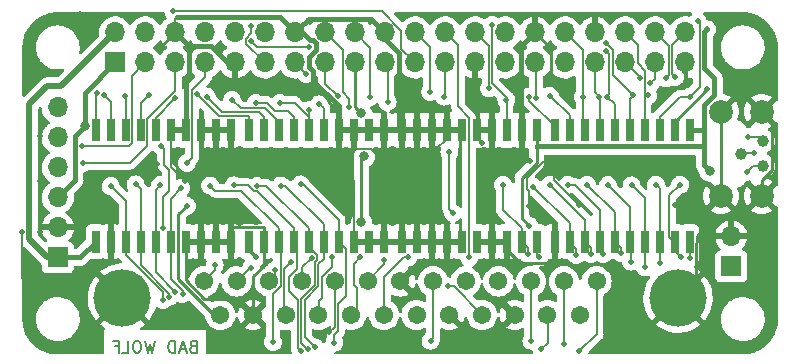
<source format=gbl>
G04 #@! TF.GenerationSoftware,KiCad,Pcbnew,(6.0.5-0)*
G04 #@! TF.CreationDate,2022-12-19T20:05:13-06:00*
G04 #@! TF.ProjectId,rascsi_zero,72617363-7369-45f7-9a65-726f2e6b6963,rev?*
G04 #@! TF.SameCoordinates,PX59d60c0PY325aa00*
G04 #@! TF.FileFunction,Copper,L2,Bot*
G04 #@! TF.FilePolarity,Positive*
%FSLAX46Y46*%
G04 Gerber Fmt 4.6, Leading zero omitted, Abs format (unit mm)*
G04 Created by KiCad (PCBNEW (6.0.5-0)) date 2022-12-19 20:05:13*
%MOMM*%
%LPD*%
G01*
G04 APERTURE LIST*
%ADD10C,0.150000*%
G04 #@! TA.AperFunction,NonConductor*
%ADD11C,0.150000*%
G04 #@! TD*
G04 #@! TA.AperFunction,ComponentPad*
%ADD12R,1.700000X1.700000*%
G04 #@! TD*
G04 #@! TA.AperFunction,ComponentPad*
%ADD13O,1.700000X1.700000*%
G04 #@! TD*
G04 #@! TA.AperFunction,ComponentPad*
%ADD14C,2.000000*%
G04 #@! TD*
G04 #@! TA.AperFunction,SMDPad,CuDef*
%ADD15R,0.650000X1.950000*%
G04 #@! TD*
G04 #@! TA.AperFunction,ComponentPad*
%ADD16C,1.545000*%
G04 #@! TD*
G04 #@! TA.AperFunction,ComponentPad*
%ADD17C,4.845000*%
G04 #@! TD*
G04 #@! TA.AperFunction,SMDPad,CuDef*
%ADD18C,1.000000*%
G04 #@! TD*
G04 #@! TA.AperFunction,ViaPad*
%ADD19C,0.500000*%
G04 #@! TD*
G04 #@! TA.AperFunction,ViaPad*
%ADD20C,0.800000*%
G04 #@! TD*
G04 #@! TA.AperFunction,Conductor*
%ADD21C,0.250000*%
G04 #@! TD*
G04 #@! TA.AperFunction,Conductor*
%ADD22C,0.400000*%
G04 #@! TD*
G04 #@! TA.AperFunction,Conductor*
%ADD23C,0.150000*%
G04 #@! TD*
G04 #@! TA.AperFunction,Conductor*
%ADD24C,0.200000*%
G04 #@! TD*
G04 #@! TA.AperFunction,Conductor*
%ADD25C,0.500000*%
G04 #@! TD*
G04 APERTURE END LIST*
D10*
D11*
X95234666Y-18518571D02*
X95091809Y-18566190D01*
X95044190Y-18613809D01*
X94996571Y-18709047D01*
X94996571Y-18851904D01*
X95044190Y-18947142D01*
X95091809Y-18994761D01*
X95187047Y-19042380D01*
X95568000Y-19042380D01*
X95568000Y-18042380D01*
X95234666Y-18042380D01*
X95139428Y-18090000D01*
X95091809Y-18137619D01*
X95044190Y-18232857D01*
X95044190Y-18328095D01*
X95091809Y-18423333D01*
X95139428Y-18470952D01*
X95234666Y-18518571D01*
X95568000Y-18518571D01*
X94615619Y-18756666D02*
X94139428Y-18756666D01*
X94710857Y-19042380D02*
X94377523Y-18042380D01*
X94044190Y-19042380D01*
X93710857Y-19042380D02*
X93710857Y-18042380D01*
X93472761Y-18042380D01*
X93329904Y-18090000D01*
X93234666Y-18185238D01*
X93187047Y-18280476D01*
X93139428Y-18470952D01*
X93139428Y-18613809D01*
X93187047Y-18804285D01*
X93234666Y-18899523D01*
X93329904Y-18994761D01*
X93472761Y-19042380D01*
X93710857Y-19042380D01*
X92044190Y-18042380D02*
X91806095Y-19042380D01*
X91615619Y-18328095D01*
X91425142Y-19042380D01*
X91187047Y-18042380D01*
X90615619Y-18042380D02*
X90425142Y-18042380D01*
X90329904Y-18090000D01*
X90234666Y-18185238D01*
X90187047Y-18375714D01*
X90187047Y-18709047D01*
X90234666Y-18899523D01*
X90329904Y-18994761D01*
X90425142Y-19042380D01*
X90615619Y-19042380D01*
X90710857Y-18994761D01*
X90806095Y-18899523D01*
X90853714Y-18709047D01*
X90853714Y-18375714D01*
X90806095Y-18185238D01*
X90710857Y-18090000D01*
X90615619Y-18042380D01*
X89282285Y-19042380D02*
X89758476Y-19042380D01*
X89758476Y-18042380D01*
X88615619Y-18518571D02*
X88948952Y-18518571D01*
X88948952Y-19042380D02*
X88948952Y-18042380D01*
X88472761Y-18042380D01*
D12*
X88670000Y5530000D03*
D13*
X88670000Y8070000D03*
X91210000Y5530000D03*
X91210000Y8070000D03*
X93750000Y5530000D03*
X93750000Y8070000D03*
X96290000Y5530000D03*
X96290000Y8070000D03*
X98830000Y5530000D03*
X98830000Y8070000D03*
X101370000Y5530000D03*
X101370000Y8070000D03*
X103910000Y5530000D03*
X103910000Y8070000D03*
X106450000Y5530000D03*
X106450000Y8070000D03*
X108990000Y5530000D03*
X108990000Y8070000D03*
X111530000Y5530000D03*
X111530000Y8070000D03*
X114070000Y5530000D03*
X114070000Y8070000D03*
X116610000Y5530000D03*
X116610000Y8070000D03*
X119150000Y5530000D03*
X119150000Y8070000D03*
X121690000Y5530000D03*
X121690000Y8070000D03*
X124230000Y5530000D03*
X124230000Y8070000D03*
X126770000Y5530000D03*
X126770000Y8070000D03*
X129310000Y5530000D03*
X129310000Y8070000D03*
X131850000Y5530000D03*
X131850000Y8070000D03*
X134390000Y5530000D03*
X134390000Y8070000D03*
X136930000Y5530000D03*
X136930000Y8070000D03*
D12*
X83810000Y-10980000D03*
D13*
X83810000Y-8440000D03*
X83810000Y-5900000D03*
X83810000Y-3360000D03*
X83810000Y-820000D03*
X83810000Y1720000D03*
D14*
X143400000Y-5775000D03*
X143400000Y1375000D03*
X139950000Y1375000D03*
X139950000Y-5775000D03*
D15*
X124340880Y-9638880D03*
X123070880Y-9638880D03*
X121800880Y-9638880D03*
X120530880Y-9638880D03*
X119260880Y-9638880D03*
X117990880Y-9638880D03*
X116720880Y-9638880D03*
X115450880Y-9638880D03*
X114180880Y-9638880D03*
X112910880Y-9638880D03*
X112910880Y-188880D03*
X114180880Y-188880D03*
X115450880Y-188880D03*
X116720880Y-188880D03*
X117990880Y-188880D03*
X119260880Y-188880D03*
X120530880Y-188880D03*
X121800880Y-188880D03*
X123070880Y-188880D03*
X124340880Y-188880D03*
X99956880Y-188880D03*
X101226880Y-188880D03*
X102496880Y-188880D03*
X103766880Y-188880D03*
X105036880Y-188880D03*
X106306880Y-188880D03*
X107576880Y-188880D03*
X108846880Y-188880D03*
X110116880Y-188880D03*
X111386880Y-188880D03*
X111386880Y-9638880D03*
X110116880Y-9638880D03*
X108846880Y-9638880D03*
X107576880Y-9638880D03*
X106306880Y-9638880D03*
X105036880Y-9638880D03*
X103766880Y-9638880D03*
X102496880Y-9638880D03*
X101226880Y-9638880D03*
X99956880Y-9638880D03*
X87002880Y-188880D03*
X88272880Y-188880D03*
X89542880Y-188880D03*
X90812880Y-188880D03*
X92082880Y-188880D03*
X93352880Y-188880D03*
X94622880Y-188880D03*
X95892880Y-188880D03*
X97162880Y-188880D03*
X98432880Y-188880D03*
X98432880Y-9638880D03*
X97162880Y-9638880D03*
X95892880Y-9638880D03*
X94622880Y-9638880D03*
X93352880Y-9638880D03*
X92082880Y-9638880D03*
X90812880Y-9638880D03*
X89542880Y-9638880D03*
X88272880Y-9638880D03*
X87002880Y-9638880D03*
X137294880Y-9638880D03*
X136024880Y-9638880D03*
X134754880Y-9638880D03*
X133484880Y-9638880D03*
X132214880Y-9638880D03*
X130944880Y-9638880D03*
X129674880Y-9638880D03*
X128404880Y-9638880D03*
X127134880Y-9638880D03*
X125864880Y-9638880D03*
X125864880Y-188880D03*
X127134880Y-188880D03*
X128404880Y-188880D03*
X129674880Y-188880D03*
X130944880Y-188880D03*
X132214880Y-188880D03*
X133484880Y-188880D03*
X134754880Y-188880D03*
X136024880Y-188880D03*
X137294880Y-188880D03*
D16*
X129420000Y-13002000D03*
X126650000Y-13002000D03*
X123880000Y-13002000D03*
X121110000Y-13002000D03*
X118340000Y-13002000D03*
X115570000Y-13002000D03*
X112800000Y-13002000D03*
X110030000Y-13002000D03*
X107260000Y-13002000D03*
X104490000Y-13002000D03*
X101720000Y-13002000D03*
X98950000Y-13002000D03*
X96180000Y-13002000D03*
X128035000Y-15842000D03*
X125265000Y-15842000D03*
X122495000Y-15842000D03*
X119725000Y-15842000D03*
X116955000Y-15842000D03*
X114185000Y-15842000D03*
X111415000Y-15842000D03*
X108645000Y-15842000D03*
X105875000Y-15842000D03*
X103105000Y-15842000D03*
X100335000Y-15842000D03*
X97565000Y-15842000D03*
D17*
X136320000Y-14422000D03*
X89280000Y-14422000D03*
D12*
X140836000Y-11732000D03*
D13*
X140836000Y-9192000D03*
D18*
X143510000Y-3225000D03*
X141660000Y-2200000D03*
X143510000Y-1125000D03*
D19*
X111626000Y-2334000D03*
X85845000Y-5255000D03*
X113404000Y-4112000D03*
X94555241Y-4516434D03*
X92195000Y-3096000D03*
X138810000Y3250000D03*
X115817000Y-1826000D03*
X81209500Y-13192500D03*
X81908000Y4016000D03*
X123803294Y-2827294D03*
X82280500Y-683000D03*
X136046493Y-6532376D03*
X126612000Y2746000D03*
X106800000Y-17320000D03*
X119754000Y-1318000D03*
X125850000Y-2842000D03*
X82280500Y-8811000D03*
X125088000Y-14145000D03*
X80773500Y-8811000D03*
X119754000Y-4874000D03*
X82280500Y-4493000D03*
X85845000Y-7414000D03*
X85718000Y9604000D03*
X127941147Y-6533336D03*
X123744642Y-6630168D03*
X92717879Y-8449334D03*
D20*
X109495195Y1221677D03*
X86097001Y153201D03*
D19*
X92517395Y-1524625D03*
D20*
X109510000Y-8000000D03*
D19*
X138804000Y8334000D03*
X100582240Y-10980000D03*
X123736720Y-8287760D03*
D20*
X139010000Y-3650000D03*
X109771058Y-2428010D03*
D19*
X127963280Y-18940520D03*
X98717720Y-4874000D03*
X104358245Y-18887630D03*
X126693280Y-18336000D03*
X105575463Y-18589890D03*
X102669960Y-4889240D03*
X115369960Y-18026120D03*
X107216560Y-18189947D03*
X104360000Y-4800000D03*
X88278320Y-4924800D03*
X92703648Y-14583074D03*
X90391600Y-4797800D03*
X93261800Y-14297400D03*
X93767303Y-13883031D03*
X92474400Y-4868920D03*
X94268206Y-5074896D03*
X116850000Y-13430000D03*
X94369673Y-14057085D03*
X113495440Y-10967303D03*
X121496440Y-4823200D03*
X123647416Y-10693658D03*
X124016010Y-4978244D03*
X127720812Y-10770763D03*
X111427880Y-11178280D03*
X125463920Y-4833360D03*
X128933560Y-10693658D03*
X109391812Y-10970668D03*
X106998120Y-10970668D03*
X129985120Y-10685520D03*
X126972680Y-4818120D03*
X105331567Y-10990881D03*
X128598280Y-4833360D03*
X131512879Y-10614545D03*
X103581848Y-11362845D03*
X130371200Y-4868920D03*
X132337160Y-11335760D03*
X133505560Y-11828520D03*
X102222086Y-12036032D03*
X132382880Y-4884160D03*
X134445360Y-4818120D03*
X134800960Y-11442440D03*
X100174106Y-11841594D03*
X136507840Y-4818120D03*
X136558640Y-10934440D03*
X97081960Y-11630400D03*
X96711120Y-4889240D03*
X123904360Y-18026120D03*
X102034960Y-18137880D03*
X124747640Y-18721970D03*
X104972560Y-18762086D03*
X100648120Y-4940040D03*
X94731573Y-6612928D03*
X137972990Y9009640D03*
X100196000Y8588000D03*
X137315560Y2634240D03*
X133779308Y2744966D03*
X130200922Y7161099D03*
X132516793Y2751990D03*
X105117343Y6871241D03*
X100196000Y7318000D03*
X130291496Y2639430D03*
X130237743Y6485038D03*
X129664483Y2639430D03*
X128257999Y2603839D03*
X116517103Y2640935D03*
X125494400Y2730760D03*
X111727600Y2187200D03*
X123717488Y2640938D03*
X120571880Y8725160D03*
X121786000Y2363927D03*
X133986634Y3748986D03*
X105904438Y1982405D03*
X102593760Y2086912D03*
X108487990Y1755510D03*
X105103847Y1530395D03*
X110275179Y2620495D03*
X100587160Y2086912D03*
X107529513Y2666605D03*
X98555160Y2363921D03*
X115331730Y3029917D03*
X96421291Y2640931D03*
X93752059Y2504661D03*
X133063618Y4186430D03*
X136076040Y4305560D03*
X91534600Y2812040D03*
X89461960Y2685040D03*
X135288640Y4183640D03*
X87734760Y2735840D03*
X104851390Y4569786D03*
X124326555Y2492002D03*
X85956760Y-2958840D03*
X85852089Y-1524630D03*
X94737120Y-2966880D03*
X117258642Y-7204642D03*
X116960000Y-2080000D03*
X87109920Y2959360D03*
X120324668Y3333211D03*
X95601891Y2821105D03*
X124552793Y-10970669D03*
X137369871Y-10990320D03*
X118648884Y-10970670D03*
X142210000Y-775000D03*
X142760000Y-2175000D03*
X142160000Y-3725000D03*
X93592000Y9858000D03*
D21*
X136024880Y461120D02*
X138810000Y3246240D01*
X96224538Y-14505680D02*
X99055800Y-14505680D01*
X94622880Y-9638880D02*
X94622880Y-12904022D01*
X124230000Y8070000D02*
X125596000Y6704000D01*
X100341320Y-12551880D02*
X101226880Y-11666320D01*
D22*
X98830000Y5530000D02*
X98174000Y5530000D01*
D23*
X123564009Y-5195205D02*
X123691000Y-5322196D01*
D22*
X107576880Y1803234D02*
X105428400Y3951714D01*
D23*
X82651500Y-8440000D02*
X82280500Y-8811000D01*
D21*
X125596000Y-11478000D02*
X125864880Y-11209120D01*
X143400000Y-5775000D02*
X143400000Y-4447962D01*
D23*
X80773500Y-12756500D02*
X80773500Y-8811000D01*
X83810000Y-8440000D02*
X82651500Y-8440000D01*
X138171000Y-7416000D02*
X139770000Y-7416000D01*
D21*
X139691000Y-7416000D02*
X137915000Y-9192000D01*
D22*
X110353489Y9246511D02*
X105086511Y9246511D01*
X103910000Y8070000D02*
X102630000Y9350000D01*
X96811001Y6892999D02*
X94927001Y6892999D01*
D21*
X137915000Y-9700000D02*
X137871881Y-9743119D01*
D22*
X104524000Y8070000D02*
X105145758Y7448242D01*
D23*
X110356000Y-1826000D02*
X107562000Y-1826000D01*
X93750000Y9192000D02*
X93908000Y9350000D01*
X124961000Y-2842000D02*
X123564009Y-4238991D01*
X123691000Y-5322196D02*
X123691000Y-6576526D01*
D22*
X94927001Y6892999D02*
X94927001Y4335001D01*
D23*
X93352880Y-3314073D02*
X94555241Y-4516434D01*
D22*
X105694344Y7148202D02*
X105694344Y6594280D01*
X105087001Y5986937D02*
X105087001Y5151037D01*
X105428400Y3951714D02*
X105428400Y4809638D01*
D21*
X125864880Y-11209120D02*
X125864880Y-9638880D01*
X143400000Y-4447962D02*
X144262001Y-3585961D01*
D23*
X125850000Y-2842000D02*
X124961000Y-2842000D01*
D21*
X100341320Y-15791200D02*
X100341320Y-12551880D01*
X122929000Y-11478000D02*
X125215000Y-11478000D01*
D23*
X94802001Y7017999D02*
X93750000Y8070000D01*
X107562000Y-1826000D02*
X107562000Y-203760D01*
X125850000Y-4442189D02*
X127941147Y-6533336D01*
X108846880Y-9638880D02*
X108846880Y-4507880D01*
D21*
X125596000Y3762000D02*
X126612000Y2746000D01*
X125596000Y6704000D02*
X125596000Y3762000D01*
D23*
X116720880Y-922120D02*
X115817000Y-1826000D01*
D22*
X94927001Y6892999D02*
X93750000Y8070000D01*
X105394304Y7448242D02*
X105694344Y7148202D01*
D23*
X107260000Y-13002000D02*
X107260000Y-16860000D01*
X136046493Y-6532376D02*
X137287376Y-6532376D01*
D21*
X101226880Y-9638880D02*
X101226880Y-8413880D01*
X101226880Y-11666320D02*
X101226880Y-9638880D01*
D23*
X125850000Y-2842000D02*
X125850000Y-4442189D01*
D22*
X105428400Y4809638D02*
X105087001Y5151037D01*
D23*
X111626000Y-2334000D02*
X111372000Y-2080000D01*
D22*
X98174000Y5530000D02*
X96811001Y6892999D01*
D21*
X119754000Y-4874000D02*
X121800706Y-2827294D01*
X94622880Y-12904022D02*
X96224538Y-14505680D01*
D23*
X110864000Y-2334000D02*
X110356000Y-1826000D01*
X137287376Y-6532376D02*
X138171000Y-7416000D01*
D21*
X138810000Y3246240D02*
X138810000Y3250000D01*
D23*
X93750000Y8070000D02*
X93750000Y9192000D01*
D21*
X139770000Y-7416000D02*
X139691000Y-7416000D01*
X101226880Y-8413880D02*
X101224879Y-8411879D01*
D22*
X112707001Y14999D02*
X112910880Y-188880D01*
X111530000Y8070000D02*
X110353489Y9246511D01*
D21*
X98432880Y-8413880D02*
X98432880Y-9638880D01*
D22*
X112707001Y6325177D02*
X112707001Y14999D01*
X94927001Y4335001D02*
X94622880Y4030880D01*
X123052999Y6892999D02*
X123052999Y-170999D01*
D21*
X121800706Y-2827294D02*
X123803294Y-2827294D01*
X99055800Y-14505680D02*
X100341320Y-15791200D01*
X139950000Y-5775000D02*
X139950000Y1375000D01*
D23*
X103910000Y8070000D02*
X104778000Y8070000D01*
D21*
X137871881Y-9743119D02*
X137871881Y-12825639D01*
D23*
X123564009Y-4238991D02*
X123564009Y-5195205D01*
D22*
X102630000Y9350000D02*
X93908000Y9350000D01*
D21*
X93750000Y8070000D02*
X92617000Y6937000D01*
D23*
X81209500Y-13192500D02*
X80773500Y-12756500D01*
D22*
X105694344Y6594280D02*
X105087001Y5986937D01*
D21*
X125215000Y-11478000D02*
X125215000Y-14018000D01*
X144262001Y512999D02*
X143400000Y1375000D01*
D23*
X123691000Y-6576526D02*
X123744642Y-6630168D01*
X108846880Y-4507880D02*
X107576880Y-3237880D01*
D21*
X144262001Y-3585961D02*
X144262001Y512999D01*
D23*
X111372000Y-2080000D02*
X111372000Y-203760D01*
D22*
X111530000Y7502178D02*
X112707001Y6325177D01*
D21*
X101224879Y-8411879D02*
X98434881Y-8411879D01*
X125215000Y-11478000D02*
X125596000Y-11478000D01*
X98434881Y-8411879D02*
X98432880Y-8413880D01*
X125215000Y-14018000D02*
X125088000Y-14145000D01*
X137915000Y-9192000D02*
X137915000Y-9700000D01*
D23*
X107576880Y-3237880D02*
X107576880Y-188880D01*
D21*
X121800880Y-10349880D02*
X122929000Y-11478000D01*
D23*
X113404000Y-4112000D02*
X111626000Y-2334000D01*
D21*
X136024880Y-188880D02*
X136024880Y728880D01*
D23*
X107260000Y-16860000D02*
X106800000Y-17320000D01*
D22*
X124230000Y8070000D02*
X123052999Y6892999D01*
X94622880Y-188880D02*
X93352880Y-188880D01*
X94622880Y4030880D02*
X94622880Y-188880D01*
X105145758Y7448242D02*
X105394304Y7448242D01*
D23*
X93352880Y-188880D02*
X93352880Y-3314073D01*
D24*
X119260880Y-824880D02*
X119754000Y-1318000D01*
D22*
X107576880Y-188880D02*
X107576880Y1803234D01*
X105086511Y9246511D02*
X104260000Y8420000D01*
D23*
X93211000Y-3563945D02*
X93211000Y-5382000D01*
D21*
X108990000Y5530000D02*
X108990000Y1726872D01*
D22*
X85275088Y-668712D02*
X85275088Y-4434912D01*
D23*
X92767394Y-1774624D02*
X92767394Y-3120339D01*
D21*
X108990000Y1726872D02*
X109495195Y1221677D01*
D22*
X86097001Y2957001D02*
X86097001Y153201D01*
X85275088Y-4434912D02*
X83810000Y-5900000D01*
D23*
X92767394Y-3120339D02*
X93211000Y-3563945D01*
D22*
X86097001Y153201D02*
X85275088Y-668712D01*
D23*
X92517395Y-1524625D02*
X92767394Y-1774624D01*
X92717879Y-5875121D02*
X92717879Y-8449334D01*
X93211000Y-5382000D02*
X92717879Y-5875121D01*
D22*
X88670000Y5530000D02*
X86097001Y2957001D01*
X138554001Y1940037D02*
X138554001Y-30999D01*
D21*
X123109989Y-4230548D02*
X123109989Y-7661029D01*
X123109989Y-7661029D02*
X123736720Y-8287760D01*
X99956880Y-10354640D02*
X100582240Y-10980000D01*
D22*
X138554001Y-3194001D02*
X139010000Y-3650000D01*
X137294880Y-188880D02*
X138396120Y-188880D01*
X124351759Y-1576001D02*
X124340880Y-1586880D01*
X138554001Y-1576001D02*
X124351759Y-1576001D01*
D25*
X81400000Y1984000D02*
X82924000Y3508000D01*
D22*
X85661760Y-10980000D02*
X87002880Y-9638880D01*
D21*
X124340880Y-2999658D02*
X123109989Y-4230548D01*
D22*
X138804000Y8334000D02*
X138554001Y8084001D01*
D25*
X83810000Y-10980000D02*
X82934000Y-10980000D01*
X82934000Y-10980000D02*
X81400000Y-9446000D01*
D21*
X124340880Y-188880D02*
X124340880Y-1586880D01*
D25*
X81400000Y-9446000D02*
X81400000Y1984000D01*
D22*
X138554001Y-1576001D02*
X138554001Y-3194001D01*
X139387002Y4203000D02*
X139387002Y2773038D01*
X138396120Y-188880D02*
X138554001Y-30999D01*
D25*
X82924000Y3508000D02*
X84108000Y3508000D01*
D21*
X109510000Y-2689068D02*
X109771058Y-2428010D01*
D22*
X138554001Y8084001D02*
X138554001Y5036001D01*
X138554001Y5036001D02*
X139387002Y4203000D01*
X139387002Y2773038D02*
X138554001Y1940037D01*
D25*
X84108000Y3508000D02*
X88670000Y8070000D01*
D21*
X109510000Y-8000000D02*
X109510000Y-2689068D01*
D22*
X83810000Y-10980000D02*
X85661760Y-10980000D01*
D21*
X124340880Y-1586880D02*
X124340880Y-2999658D01*
D22*
X138554001Y-30999D02*
X138554001Y-1576001D01*
D23*
X103766880Y-9638880D02*
X104033849Y-9905849D01*
X129426320Y-12951200D02*
X129426320Y-17477480D01*
X129426320Y-17477480D02*
X127963280Y-18940520D01*
X104108246Y-14541886D02*
X104108246Y-18637631D01*
X104033849Y-11922591D02*
X103360000Y-12596440D01*
X104033849Y-9905849D02*
X104033849Y-11922591D01*
X104108246Y-18637631D02*
X104358245Y-18887630D01*
X100645042Y-5392042D02*
X100431158Y-5392042D01*
X100431158Y-5392042D02*
X99913116Y-4874000D01*
X103360000Y-13793640D02*
X104108246Y-14541886D01*
X103766880Y-9638880D02*
X103766880Y-8513880D01*
X103360000Y-12596440D02*
X103360000Y-13793640D01*
X103766880Y-8513880D02*
X100645042Y-5392042D01*
X99913116Y-4874000D02*
X98717720Y-4874000D01*
X106306880Y-11093120D02*
X106306880Y-9638880D01*
X104710000Y-17724427D02*
X104710000Y-14580000D01*
X106306880Y-9638880D02*
X106306880Y-8172607D01*
X126656320Y-18299040D02*
X126693280Y-18336000D01*
X106306880Y-8172607D02*
X103023513Y-4889240D01*
X103023513Y-4889240D02*
X102669960Y-4889240D01*
X126656320Y-12951200D02*
X126656320Y-18299040D01*
X105575463Y-18589890D02*
X104710000Y-17724427D01*
X105880000Y-11520000D02*
X106306880Y-11093120D01*
X104710000Y-14580000D02*
X105880000Y-13410000D01*
X105880000Y-13410000D02*
X105880000Y-11520000D01*
X108240821Y-14238225D02*
X108240821Y-10302821D01*
X115576320Y-17819760D02*
X115369960Y-18026120D01*
X108240821Y-10302821D02*
X107576880Y-9638880D01*
X115576320Y-12951200D02*
X115576320Y-17819760D01*
X107216560Y-18189947D02*
X107216560Y-17541960D01*
X107216560Y-17541960D02*
X107536511Y-17222009D01*
X104646080Y-4874000D02*
X104434000Y-4874000D01*
X104434000Y-4874000D02*
X104360000Y-4800000D01*
X107576880Y-7804800D02*
X104646080Y-4874000D01*
X107576880Y-9638880D02*
X107576880Y-7804800D01*
X107536511Y-17222009D02*
X107536511Y-14942535D01*
X107536511Y-14942535D02*
X108240821Y-14238225D01*
X92703648Y-13933472D02*
X92703648Y-14583074D01*
X89542880Y-9638880D02*
X89542880Y-6189360D01*
X89542880Y-6189360D02*
X88278320Y-4924800D01*
X89542880Y-9638880D02*
X89542880Y-10772704D01*
X89542880Y-10772704D02*
X92703648Y-13933472D01*
X90812880Y-9638880D02*
X90812880Y-5219080D01*
X90812880Y-9638880D02*
X90812880Y-11650952D01*
X90812880Y-5219080D02*
X90391600Y-4797800D01*
X93261800Y-14099872D02*
X93261800Y-14297400D01*
X90812880Y-11650952D02*
X93261800Y-14099872D01*
X92082880Y-12198608D02*
X93767303Y-13883031D01*
X92082880Y-5260440D02*
X92474400Y-4868920D01*
X92082880Y-9638880D02*
X92082880Y-5260440D01*
X92082880Y-9638880D02*
X92082880Y-12198608D01*
X93352880Y-12823797D02*
X94369673Y-13840590D01*
X94369673Y-13840590D02*
X94369673Y-14057085D01*
X117313000Y-13430000D02*
X119725000Y-15842000D01*
X116850000Y-13430000D02*
X117313000Y-13430000D01*
X93352880Y-9638880D02*
X93352880Y-12823797D01*
X93352880Y-5990222D02*
X94268206Y-5074896D01*
X93352880Y-9638880D02*
X93352880Y-5990222D01*
X123647416Y-10693658D02*
X123647416Y-10215416D01*
X123070880Y-9638880D02*
X123070880Y-8513880D01*
X121496440Y-6939440D02*
X121496440Y-4823200D01*
X111421320Y-12652310D02*
X113106327Y-10967303D01*
X123070880Y-8513880D02*
X121496440Y-6939440D01*
X113106327Y-10967303D02*
X113495440Y-10967303D01*
X111421320Y-15791200D02*
X111421320Y-12652310D01*
X123647416Y-10215416D02*
X123070880Y-9638880D01*
X110036320Y-12951200D02*
X111427880Y-11559640D01*
X127720812Y-10770763D02*
X127720812Y-10224812D01*
X127134880Y-9638880D02*
X127134880Y-8097114D01*
X111427880Y-11559640D02*
X111427880Y-11178280D01*
X127720812Y-10224812D02*
X127134880Y-9638880D01*
X127134880Y-8097114D02*
X124016010Y-4978244D01*
X128933560Y-10693658D02*
X128933560Y-10167560D01*
X109125517Y-13568745D02*
X108844851Y-13288079D01*
X108844851Y-11517629D02*
X109391812Y-10970668D01*
X128404880Y-7774320D02*
X125463920Y-4833360D01*
X128404880Y-9638880D02*
X128404880Y-7774320D01*
X109125517Y-15317003D02*
X109125517Y-13568745D01*
X108844851Y-13288079D02*
X108844851Y-11517629D01*
X128933560Y-10167560D02*
X128404880Y-9638880D01*
X105881320Y-15791200D02*
X105881320Y-14698721D01*
X106160000Y-14420041D02*
X106160000Y-12615258D01*
X105881320Y-14698721D02*
X106160000Y-14420041D01*
X129674880Y-6931040D02*
X127561960Y-4818120D01*
X129985120Y-9949120D02*
X129674880Y-9638880D01*
X127561960Y-4818120D02*
X126972680Y-4818120D01*
X129985120Y-10685520D02*
X129985120Y-9949120D01*
X106160000Y-12615258D02*
X106998120Y-11777138D01*
X129674880Y-9638880D02*
X129674880Y-6931040D01*
X106998120Y-11777138D02*
X106998120Y-10970668D01*
X130944880Y-9638880D02*
X130944880Y-7129160D01*
X130944880Y-7129160D02*
X128649080Y-4833360D01*
X104496320Y-11826128D02*
X105331567Y-10990881D01*
X131512879Y-10206879D02*
X130944880Y-9638880D01*
X104496320Y-12951200D02*
X104496320Y-11826128D01*
X128649080Y-4833360D02*
X128598280Y-4833360D01*
X131512879Y-10614545D02*
X131512879Y-10206879D01*
X132337160Y-11335760D02*
X132337160Y-9761160D01*
X102973489Y-11971204D02*
X103581848Y-11362845D01*
X132214880Y-6712600D02*
X130371200Y-4868920D01*
X132214880Y-9638880D02*
X132214880Y-6712600D01*
X102973489Y-15653369D02*
X102973489Y-11971204D01*
X133505560Y-11828520D02*
X133505560Y-9659560D01*
X133484880Y-5986160D02*
X132382880Y-4884160D01*
X101726320Y-12951200D02*
X102222086Y-12455434D01*
X102222086Y-12455434D02*
X102222086Y-12036032D01*
X133484880Y-9638880D02*
X133484880Y-5986160D01*
X134754880Y-5127640D02*
X134445360Y-4818120D01*
X134754880Y-9638880D02*
X134754880Y-5127640D01*
X98956320Y-12951200D02*
X100065926Y-11841594D01*
X100065926Y-11841594D02*
X100174106Y-11841594D01*
X134800960Y-11442440D02*
X134800960Y-9684960D01*
X96186320Y-12951200D02*
X97081960Y-12055560D01*
X97081960Y-12055560D02*
X97081960Y-11630400D01*
X135594483Y-9208483D02*
X136024880Y-9638880D01*
X135594483Y-5731477D02*
X135594483Y-9208483D01*
X136507840Y-4818120D02*
X135594483Y-5731477D01*
X136558640Y-10934440D02*
X136024880Y-10400680D01*
X97147882Y-5326002D02*
X96711120Y-4889240D01*
X102034960Y-14101087D02*
X102696978Y-13439069D01*
X99309002Y-5326002D02*
X97147882Y-5326002D01*
X102034960Y-18137880D02*
X102034960Y-14101087D01*
X102696978Y-13439069D02*
X102696978Y-9838978D01*
X123886320Y-12951200D02*
X123886320Y-18008080D01*
X102496880Y-9638880D02*
X102496880Y-8513880D01*
X123886320Y-18008080D02*
X123904360Y-18026120D01*
X102496880Y-8513880D02*
X99309002Y-5326002D01*
X104922086Y-18762086D02*
X104390000Y-18230000D01*
X105036880Y-8513880D02*
X101463040Y-4940040D01*
X105789071Y-10773931D02*
X105036880Y-10021740D01*
X125271320Y-15791200D02*
X125271320Y-18198290D01*
X101463040Y-4940040D02*
X100648120Y-4940040D01*
X105036880Y-9638880D02*
X105036880Y-8513880D01*
X105789071Y-11172617D02*
X105789071Y-10773931D01*
X104390000Y-14497008D02*
X105598429Y-13288579D01*
X104972560Y-18762086D02*
X104922086Y-18762086D01*
X105598429Y-11363259D02*
X105789071Y-11172617D01*
X105598429Y-13288579D02*
X105598429Y-11363259D01*
X125271320Y-18198290D02*
X124747640Y-18721970D01*
X104390000Y-18230000D02*
X104390000Y-14497008D01*
D21*
X94022710Y-12837026D02*
X94022710Y-7321791D01*
X96976884Y-15791200D02*
X94022710Y-12837026D01*
X94022710Y-7321791D02*
X94731573Y-6612928D01*
D23*
X138143600Y8839030D02*
X137972990Y9009640D01*
X136453000Y2634240D02*
X137315560Y2634240D01*
X137315560Y2634240D02*
X138143600Y3462280D01*
X134754880Y936120D02*
X136453000Y2634240D01*
X134754880Y-188880D02*
X134754880Y936120D01*
X99743998Y7534962D02*
X99743998Y7101038D01*
X100196000Y8588000D02*
X100196000Y7986964D01*
X138143600Y3462280D02*
X138143600Y8839030D01*
X99743998Y7101038D02*
X101315036Y5530000D01*
X100196000Y7986964D02*
X99743998Y7534962D01*
X133515628Y3938712D02*
X133515628Y4847410D01*
X132902001Y5461037D02*
X132902001Y7017999D01*
X133484880Y2852320D02*
X133484880Y3907964D01*
X133592234Y2744966D02*
X133779308Y2744966D01*
X133484880Y3907964D02*
X133515628Y3938712D01*
X132902001Y7017999D02*
X131850000Y8070000D01*
X133484880Y2852320D02*
X133592234Y2744966D01*
X133484880Y-188880D02*
X133484880Y2852320D01*
X133515628Y4847410D02*
X132902001Y5461037D01*
X130797999Y6564022D02*
X130797999Y4470784D01*
X100642759Y6871241D02*
X105117343Y6871241D01*
X130200922Y7161099D02*
X130797999Y6564022D01*
X132214880Y2450077D02*
X132516793Y2751990D01*
X130797999Y4470784D02*
X132516793Y2751990D01*
X132214880Y-188880D02*
X132214880Y2450077D01*
X100196000Y7318000D02*
X100642759Y6871241D01*
X130487742Y6235039D02*
X130237743Y6485038D01*
X130487742Y2835676D02*
X130487742Y6235039D01*
X130291496Y2639430D02*
X130487742Y2835676D01*
X130944880Y-188880D02*
X130944880Y1986046D01*
X130944880Y1986046D02*
X130291496Y2639430D01*
X129674880Y-188880D02*
X129674880Y2629033D01*
X129674880Y2629033D02*
X129664483Y2639430D01*
X129310000Y2993913D02*
X129664483Y2639430D01*
X129310000Y5530000D02*
X129310000Y2993913D01*
X128257999Y6582001D02*
X126770000Y8070000D01*
X128257999Y2603839D02*
X128257999Y6582001D01*
X128257999Y-41999D02*
X128257999Y2603839D01*
X116610000Y5530000D02*
X116610000Y2733832D01*
X116610000Y2733832D02*
X116517103Y2640935D01*
X127134880Y-188880D02*
X127134880Y1095360D01*
X125499480Y2730760D02*
X125494400Y2730760D01*
X127134880Y1095360D02*
X125499480Y2730760D01*
X125864880Y139993D02*
X123717488Y2287385D01*
X111727600Y2187200D02*
X111727600Y5332400D01*
X123717488Y2287385D02*
X123717488Y2640938D01*
X121800880Y2525941D02*
X121800880Y-188880D01*
X120571880Y3754941D02*
X121800880Y2525941D01*
X120571880Y8725160D02*
X120571880Y3754941D01*
X134390000Y5530000D02*
X134390000Y4152352D01*
X106306880Y1633840D02*
X105958315Y1982405D01*
X106306880Y-188880D02*
X106306880Y1633840D01*
X105958315Y1982405D02*
X105904438Y1982405D01*
X134390000Y4152352D02*
X133986634Y3748986D01*
X105036880Y-188880D02*
X105036880Y1463428D01*
X107937999Y3007167D02*
X108487990Y2457176D01*
X105036880Y1463428D02*
X105103847Y1530395D01*
X108487990Y2457176D02*
X108487990Y1755510D01*
X105036880Y936120D02*
X103886088Y2086912D01*
X107937999Y6582001D02*
X107937999Y3007167D01*
X105036880Y-188880D02*
X105036880Y936120D01*
X103886088Y2086912D02*
X102593760Y2086912D01*
X106450000Y8070000D02*
X107937999Y6582001D01*
X101493141Y2086912D02*
X100587160Y2086912D01*
X103289980Y1413020D02*
X102167033Y1413020D01*
X110275179Y6784821D02*
X110275179Y2620495D01*
X103766880Y936120D02*
X103289980Y1413020D01*
X103766880Y-188880D02*
X103766880Y936120D01*
X102167033Y1413020D02*
X101493141Y2086912D01*
X108990000Y8070000D02*
X110275179Y6784821D01*
X101323090Y1634910D02*
X99284171Y1634910D01*
X106450000Y3746118D02*
X107529513Y2666605D01*
X106450000Y5530000D02*
X106450000Y3746118D01*
X102496880Y461120D02*
X101323090Y1634910D01*
X99284171Y1634910D02*
X98555160Y2363921D01*
X101226880Y936120D02*
X100805101Y1357899D01*
X97704323Y1357899D02*
X96421291Y2640931D01*
X115331730Y6808270D02*
X115331730Y3029917D01*
X101226880Y-188880D02*
X101226880Y936120D01*
X100805101Y1357899D02*
X97704323Y1357899D01*
X114070000Y8070000D02*
X115331730Y6808270D01*
X92082880Y835482D02*
X93752059Y2504661D01*
X92082880Y-188880D02*
X92082880Y835482D01*
X131850000Y5530000D02*
X133063618Y4316382D01*
X133063618Y4316382D02*
X133063618Y4186430D01*
X90812880Y-188880D02*
X90812880Y2090320D01*
X135826041Y4555559D02*
X135826041Y6966041D01*
X135826041Y6966041D02*
X136930000Y8070000D01*
X136076040Y4305560D02*
X135826041Y4555559D01*
X90812880Y2090320D02*
X91534600Y2812040D01*
X135538639Y4433639D02*
X135538639Y6921361D01*
X89542880Y2604120D02*
X89461960Y2685040D01*
X135538639Y6921361D02*
X134390000Y8070000D01*
X89542880Y-188880D02*
X89542880Y2604120D01*
X135288640Y4183640D02*
X135538639Y4433639D01*
X88272880Y-188880D02*
X88272880Y2197720D01*
X103910000Y5530000D02*
X104851390Y4588610D01*
X88272880Y2197720D02*
X87734760Y2735840D01*
X104851390Y4588610D02*
X104851390Y4569786D01*
X124326555Y2492002D02*
X124326555Y5433445D01*
X93750000Y5530000D02*
X93750000Y3141842D01*
X91339881Y-1522879D02*
X89903920Y-2958840D01*
X89903920Y-2958840D02*
X85956760Y-2958840D01*
X93750000Y3141842D02*
X91339881Y731723D01*
X91339881Y731723D02*
X91339881Y-1522879D01*
X90069881Y-1325481D02*
X89870732Y-1524630D01*
X90069881Y4389881D02*
X90069881Y-1325481D01*
X89870732Y-1524630D02*
X85852089Y-1524630D01*
X91210000Y5530000D02*
X90069881Y4389881D01*
X96290000Y4327919D02*
X95149881Y3187800D01*
X116960000Y-6906000D02*
X116960000Y-2080000D01*
X95149881Y3187800D02*
X95149881Y-2554119D01*
X116960000Y-6906000D02*
X117258642Y-7204642D01*
X95149881Y-2554119D02*
X94737120Y-2966880D01*
X96290000Y5530000D02*
X96290000Y4327919D01*
X87002880Y2852320D02*
X87109920Y2959360D01*
X87002880Y-188880D02*
X87002880Y2852320D01*
X99956880Y-188880D02*
X99956880Y936120D01*
X99956880Y936120D02*
X99904879Y988121D01*
X99904879Y988121D02*
X97434875Y988121D01*
X119150000Y8070000D02*
X120294870Y6925130D01*
X120294870Y6925130D02*
X120294870Y3363009D01*
X97434875Y988121D02*
X95601891Y2821105D01*
X120294870Y3363009D02*
X120324668Y3333211D01*
X118648884Y816718D02*
X118648884Y-10970670D01*
X124340880Y-10758756D02*
X124552793Y-10970669D01*
X137294880Y-9638880D02*
X137294880Y-10915329D01*
X117662001Y7017999D02*
X117662001Y1803601D01*
X137294880Y-10915329D02*
X137369871Y-10990320D01*
X116610000Y8070000D02*
X117662001Y7017999D01*
X117662001Y1803601D02*
X118648884Y816718D01*
X124340880Y-9638880D02*
X124340880Y-10758756D01*
X142210000Y-775000D02*
X143160000Y-775000D01*
X143160000Y-775000D02*
X143510000Y-1125000D01*
X142760000Y-2175000D02*
X141685000Y-2175000D01*
X142660000Y-3225000D02*
X143510000Y-3225000D01*
X142160000Y-3725000D02*
X142660000Y-3225000D01*
X93592000Y9858000D02*
X111229062Y9858000D01*
X112896000Y6704000D02*
X114070000Y5530000D01*
X111229062Y9858000D02*
X112896000Y8191062D01*
X112896000Y8191062D02*
X112896000Y6704000D01*
G04 #@! TA.AperFunction,Conductor*
G36*
X82370478Y1777631D02*
G01*
X82427314Y1735084D01*
X82452237Y1666828D01*
X82456660Y1590125D01*
X82460110Y1530285D01*
X82461247Y1525239D01*
X82461248Y1525233D01*
X82478975Y1446574D01*
X82509222Y1312361D01*
X82593266Y1105384D01*
X82709987Y914912D01*
X82856250Y746062D01*
X83028126Y603368D01*
X83081868Y571964D01*
X83101445Y560524D01*
X83150169Y508886D01*
X83163240Y439103D01*
X83136509Y373331D01*
X83096055Y339973D01*
X83083607Y333493D01*
X83079474Y330390D01*
X83079471Y330388D01*
X82909100Y202470D01*
X82904965Y199365D01*
X82862292Y154710D01*
X82783112Y71853D01*
X82750629Y37862D01*
X82747715Y33590D01*
X82747714Y33589D01*
X82700018Y-36331D01*
X82624743Y-146680D01*
X82594251Y-212369D01*
X82560598Y-284870D01*
X82530688Y-349305D01*
X82470989Y-564570D01*
X82447251Y-786695D01*
X82460110Y-1009715D01*
X82461247Y-1014761D01*
X82461248Y-1014767D01*
X82465470Y-1033500D01*
X82509222Y-1227639D01*
X82593266Y-1434616D01*
X82636023Y-1504389D01*
X82705427Y-1617646D01*
X82709987Y-1625088D01*
X82856250Y-1793938D01*
X83028126Y-1936632D01*
X83084751Y-1969721D01*
X83101445Y-1979476D01*
X83150169Y-2031114D01*
X83163240Y-2100897D01*
X83136509Y-2166669D01*
X83096055Y-2200027D01*
X83083607Y-2206507D01*
X83079474Y-2209610D01*
X83079471Y-2209612D01*
X82909100Y-2337530D01*
X82904965Y-2340635D01*
X82750629Y-2502138D01*
X82747715Y-2506410D01*
X82747714Y-2506411D01*
X82689083Y-2592361D01*
X82624743Y-2686680D01*
X82598379Y-2743477D01*
X82535636Y-2878646D01*
X82530688Y-2889305D01*
X82470989Y-3104570D01*
X82447251Y-3326695D01*
X82447548Y-3331848D01*
X82447548Y-3331851D01*
X82458665Y-3524657D01*
X82460110Y-3549715D01*
X82461247Y-3554761D01*
X82461248Y-3554767D01*
X82482791Y-3650358D01*
X82509222Y-3767639D01*
X82562660Y-3899242D01*
X82590660Y-3968197D01*
X82593266Y-3974616D01*
X82610764Y-4003170D01*
X82706881Y-4160019D01*
X82709987Y-4165088D01*
X82856250Y-4333938D01*
X82980929Y-4437448D01*
X83005495Y-4457843D01*
X83028126Y-4476632D01*
X83075266Y-4504178D01*
X83101445Y-4519476D01*
X83150169Y-4571114D01*
X83163240Y-4640897D01*
X83136509Y-4706669D01*
X83096055Y-4740027D01*
X83091301Y-4742502D01*
X83083607Y-4746507D01*
X83079474Y-4749610D01*
X83079471Y-4749612D01*
X82909100Y-4877530D01*
X82904965Y-4880635D01*
X82855458Y-4932441D01*
X82828077Y-4961094D01*
X82750629Y-5042138D01*
X82747715Y-5046410D01*
X82747714Y-5046411D01*
X82716437Y-5092262D01*
X82624743Y-5226680D01*
X82583585Y-5315348D01*
X82540095Y-5409040D01*
X82530688Y-5429305D01*
X82470989Y-5644570D01*
X82447251Y-5866695D01*
X82447548Y-5871848D01*
X82447548Y-5871851D01*
X82453011Y-5966590D01*
X82460110Y-6089715D01*
X82461247Y-6094761D01*
X82461248Y-6094767D01*
X82472520Y-6144782D01*
X82509222Y-6307639D01*
X82559335Y-6431053D01*
X82587688Y-6500878D01*
X82593266Y-6514616D01*
X82644019Y-6597438D01*
X82671883Y-6642907D01*
X82709987Y-6705088D01*
X82856250Y-6873938D01*
X83028126Y-7016632D01*
X83060473Y-7035534D01*
X83101955Y-7059774D01*
X83150679Y-7111412D01*
X83163750Y-7181195D01*
X83137019Y-7246967D01*
X83096562Y-7280327D01*
X83088457Y-7284546D01*
X83079738Y-7290036D01*
X82909433Y-7417905D01*
X82901726Y-7424748D01*
X82754590Y-7578717D01*
X82748104Y-7586727D01*
X82628098Y-7762649D01*
X82623000Y-7771623D01*
X82533338Y-7964783D01*
X82529775Y-7974470D01*
X82474389Y-8174183D01*
X82475912Y-8182607D01*
X82488292Y-8186000D01*
X85128344Y-8186000D01*
X85141875Y-8182027D01*
X85143180Y-8172947D01*
X85101214Y-8005875D01*
X85097894Y-7996124D01*
X85012972Y-7800814D01*
X85008105Y-7791739D01*
X84892426Y-7612926D01*
X84886136Y-7604757D01*
X84742806Y-7447240D01*
X84735273Y-7440215D01*
X84568139Y-7308222D01*
X84559556Y-7302520D01*
X84522602Y-7282120D01*
X84472631Y-7231687D01*
X84457859Y-7162245D01*
X84482975Y-7095839D01*
X84510327Y-7069232D01*
X84557570Y-7035534D01*
X84689860Y-6941173D01*
X84716940Y-6914188D01*
X84822152Y-6809342D01*
X84848096Y-6783489D01*
X84876756Y-6743605D01*
X84975435Y-6606277D01*
X84978453Y-6602077D01*
X85028469Y-6500878D01*
X85075136Y-6406453D01*
X85075137Y-6406451D01*
X85077430Y-6401811D01*
X85142370Y-6188069D01*
X85171529Y-5966590D01*
X85171611Y-5963240D01*
X85173074Y-5903365D01*
X85173074Y-5903361D01*
X85173156Y-5900000D01*
X85154852Y-5677361D01*
X85148114Y-5650534D01*
X85150920Y-5579593D01*
X85181224Y-5530747D01*
X85755616Y-4956355D01*
X85761881Y-4950501D01*
X85799752Y-4917464D01*
X85799753Y-4917463D01*
X85805473Y-4912473D01*
X85842224Y-4860183D01*
X85846116Y-4854941D01*
X85885564Y-4804630D01*
X85888688Y-4797711D01*
X85890076Y-4795419D01*
X85898445Y-4780747D01*
X85899710Y-4778387D01*
X85904078Y-4772173D01*
X85911613Y-4752848D01*
X85927290Y-4712637D01*
X85929847Y-4706554D01*
X85929904Y-4706429D01*
X85956133Y-4648339D01*
X85957518Y-4640866D01*
X85958322Y-4638300D01*
X85962943Y-4622077D01*
X85963608Y-4619485D01*
X85966370Y-4612403D01*
X85968663Y-4594989D01*
X85974710Y-4549051D01*
X85975742Y-4542535D01*
X85985999Y-4487193D01*
X85987383Y-4479726D01*
X85985813Y-4452487D01*
X85983797Y-4417532D01*
X85983588Y-4410279D01*
X85983588Y-3833129D01*
X86003590Y-3765008D01*
X86057246Y-3718515D01*
X86098167Y-3707648D01*
X86110243Y-3706549D01*
X86116945Y-3704371D01*
X86116947Y-3704371D01*
X86265383Y-3656141D01*
X86265386Y-3656140D01*
X86272082Y-3653964D01*
X86344805Y-3610612D01*
X86412203Y-3570435D01*
X86412205Y-3570434D01*
X86418250Y-3566830D01*
X86418288Y-3566894D01*
X86481794Y-3542724D01*
X86491620Y-3542340D01*
X89857417Y-3542340D01*
X89873864Y-3543418D01*
X89903920Y-3547375D01*
X89912108Y-3546297D01*
X89942164Y-3542340D01*
X89986554Y-3536496D01*
X90010936Y-3533286D01*
X90056244Y-3527321D01*
X90198187Y-3468526D01*
X90320077Y-3374997D01*
X90338539Y-3350937D01*
X90349406Y-3338547D01*
X91718232Y-1969721D01*
X91780544Y-1935695D01*
X91851359Y-1940760D01*
X91907157Y-1981939D01*
X91908989Y-1984318D01*
X91912641Y-1990348D01*
X92030850Y-2112757D01*
X92036742Y-2116612D01*
X92036746Y-2116616D01*
X92126887Y-2175602D01*
X92172936Y-2229639D01*
X92183894Y-2281034D01*
X92183894Y-3073836D01*
X92182816Y-3090283D01*
X92178859Y-3120339D01*
X92187996Y-3189740D01*
X92198913Y-3272663D01*
X92257708Y-3414606D01*
X92279797Y-3443393D01*
X92336699Y-3517549D01*
X92351237Y-3536496D01*
X92357783Y-3541519D01*
X92375292Y-3554954D01*
X92387684Y-3565822D01*
X92590596Y-3768735D01*
X92624621Y-3831047D01*
X92627500Y-3857830D01*
X92627500Y-3981343D01*
X92607498Y-4049464D01*
X92553842Y-4095957D01*
X92493776Y-4105334D01*
X92493768Y-4106523D01*
X92486721Y-4106474D01*
X92479729Y-4105640D01*
X92472726Y-4106376D01*
X92472725Y-4106376D01*
X92317501Y-4122690D01*
X92317497Y-4122691D01*
X92310493Y-4123427D01*
X92303822Y-4125698D01*
X92156073Y-4175995D01*
X92156070Y-4175996D01*
X92149403Y-4178266D01*
X92143405Y-4181956D01*
X92143403Y-4181957D01*
X92010465Y-4263741D01*
X92010463Y-4263743D01*
X92004466Y-4267432D01*
X91944782Y-4325879D01*
X91888324Y-4381168D01*
X91882886Y-4386493D01*
X91879075Y-4392407D01*
X91879073Y-4392409D01*
X91796739Y-4520166D01*
X91790704Y-4529530D01*
X91732503Y-4689436D01*
X91724632Y-4751742D01*
X91724492Y-4752848D01*
X91696110Y-4817925D01*
X91676188Y-4837020D01*
X91666723Y-4844283D01*
X91661700Y-4850829D01*
X91614399Y-4912473D01*
X91573447Y-4965843D01*
X91573194Y-4966173D01*
X91570039Y-4973789D01*
X91565916Y-4980934D01*
X91562986Y-4979243D01*
X91528288Y-5022285D01*
X91460920Y-5044694D01*
X91392132Y-5027123D01*
X91343763Y-4975152D01*
X91340037Y-4966992D01*
X91335631Y-4956355D01*
X91322566Y-4924813D01*
X91311081Y-4909845D01*
X91244596Y-4823200D01*
X91234060Y-4809469D01*
X91229037Y-4802923D01*
X91204977Y-4784461D01*
X91192587Y-4773594D01*
X91178282Y-4759289D01*
X91144256Y-4696977D01*
X91142162Y-4684240D01*
X91136716Y-4635690D01*
X91135931Y-4628692D01*
X91122227Y-4589338D01*
X91107053Y-4545766D01*
X91079968Y-4467989D01*
X91073983Y-4458410D01*
X91042263Y-4407649D01*
X90989792Y-4323679D01*
X90974896Y-4308678D01*
X90913761Y-4247115D01*
X90869886Y-4202932D01*
X90862922Y-4198512D01*
X90815006Y-4168104D01*
X90726208Y-4111751D01*
X90565900Y-4054668D01*
X90396929Y-4034520D01*
X90389926Y-4035256D01*
X90389925Y-4035256D01*
X90234701Y-4051570D01*
X90234697Y-4051571D01*
X90227693Y-4052307D01*
X90221022Y-4054578D01*
X90073273Y-4104875D01*
X90073270Y-4104876D01*
X90066603Y-4107146D01*
X90060605Y-4110836D01*
X90060603Y-4110837D01*
X89927665Y-4192621D01*
X89927663Y-4192623D01*
X89921666Y-4196312D01*
X89873491Y-4243489D01*
X89806923Y-4308678D01*
X89800086Y-4315373D01*
X89796275Y-4321287D01*
X89796273Y-4321289D01*
X89712886Y-4450679D01*
X89707904Y-4458410D01*
X89680144Y-4534680D01*
X89658695Y-4593612D01*
X89649703Y-4618316D01*
X89628375Y-4787143D01*
X89644981Y-4956499D01*
X89647205Y-4963184D01*
X89647205Y-4963185D01*
X89657351Y-4993685D01*
X89698694Y-5117967D01*
X89702341Y-5123989D01*
X89702342Y-5123991D01*
X89776669Y-5246719D01*
X89794848Y-5315348D01*
X89773038Y-5382912D01*
X89718162Y-5427958D01*
X89647644Y-5436185D01*
X89579798Y-5401085D01*
X89065002Y-4886289D01*
X89030976Y-4823977D01*
X89028882Y-4811240D01*
X89023436Y-4762690D01*
X89022651Y-4755692D01*
X89019453Y-4746507D01*
X88988610Y-4657939D01*
X88966688Y-4594989D01*
X88961867Y-4587273D01*
X88935930Y-4545766D01*
X88876512Y-4450679D01*
X88855774Y-4429795D01*
X88785709Y-4359239D01*
X88756606Y-4329932D01*
X88749322Y-4325309D01*
X88701726Y-4295104D01*
X88612928Y-4238751D01*
X88452620Y-4181668D01*
X88283649Y-4161520D01*
X88276646Y-4162256D01*
X88276645Y-4162256D01*
X88121421Y-4178570D01*
X88121417Y-4178571D01*
X88114413Y-4179307D01*
X88107742Y-4181578D01*
X87959993Y-4231875D01*
X87959990Y-4231876D01*
X87953323Y-4234146D01*
X87947325Y-4237836D01*
X87947323Y-4237837D01*
X87814385Y-4319621D01*
X87814383Y-4319623D01*
X87808386Y-4323312D01*
X87743868Y-4386493D01*
X87692051Y-4437237D01*
X87686806Y-4442373D01*
X87682995Y-4448287D01*
X87682993Y-4448289D01*
X87603837Y-4571114D01*
X87594624Y-4585410D01*
X87536423Y-4745316D01*
X87515095Y-4914143D01*
X87531701Y-5083499D01*
X87585414Y-5244967D01*
X87589061Y-5250989D01*
X87589062Y-5250991D01*
X87668957Y-5382912D01*
X87673566Y-5390523D01*
X87791775Y-5512932D01*
X87797671Y-5516790D01*
X87879825Y-5570550D01*
X87934166Y-5606110D01*
X87940770Y-5608566D01*
X87940772Y-5608567D01*
X88087051Y-5662968D01*
X88087053Y-5662969D01*
X88093661Y-5665426D01*
X88100646Y-5666358D01*
X88100650Y-5666359D01*
X88141688Y-5671834D01*
X88166892Y-5675197D01*
X88231768Y-5704032D01*
X88239322Y-5710995D01*
X88922475Y-6394148D01*
X88956501Y-6456460D01*
X88959380Y-6483243D01*
X88959380Y-8075035D01*
X88939378Y-8143156D01*
X88885722Y-8189649D01*
X88815448Y-8199753D01*
X88789151Y-8193017D01*
X88715489Y-8165402D01*
X88700231Y-8161775D01*
X88649366Y-8156249D01*
X88642552Y-8155880D01*
X88544995Y-8155880D01*
X88529756Y-8160355D01*
X88528551Y-8161745D01*
X88526880Y-8169428D01*
X88526880Y-11103764D01*
X88531355Y-11119003D01*
X88532745Y-11120208D01*
X88540428Y-11121879D01*
X88642549Y-11121879D01*
X88649370Y-11121509D01*
X88700232Y-11115985D01*
X88715484Y-11112359D01*
X88835938Y-11067203D01*
X88846845Y-11061231D01*
X88916202Y-11046062D01*
X88966148Y-11060727D01*
X88971175Y-11064495D01*
X88979581Y-11067646D01*
X88979584Y-11067648D01*
X89021798Y-11083474D01*
X89077529Y-11124750D01*
X89126723Y-11188861D01*
X89133273Y-11193887D01*
X89133274Y-11193888D01*
X89150782Y-11207322D01*
X89163173Y-11218190D01*
X89220894Y-11275911D01*
X89254920Y-11338223D01*
X89249855Y-11409038D01*
X89207308Y-11465874D01*
X89144313Y-11490383D01*
X88824400Y-11522314D01*
X88817252Y-11523446D01*
X88494139Y-11593896D01*
X88487162Y-11595845D01*
X88174288Y-11702965D01*
X88167595Y-11705696D01*
X87869103Y-11848070D01*
X87862748Y-11851564D01*
X87582625Y-12027285D01*
X87576697Y-12031497D01*
X87408737Y-12166058D01*
X87400267Y-12178184D01*
X87406662Y-12189452D01*
X91511246Y-16294036D01*
X91524600Y-16301328D01*
X91534572Y-16294274D01*
X91634321Y-16174975D01*
X91638631Y-16169172D01*
X91820201Y-15892759D01*
X91823815Y-15886497D01*
X91972411Y-15591050D01*
X91975283Y-15584412D01*
X92089466Y-15272392D01*
X92131660Y-15215294D01*
X92198026Y-15190072D01*
X92267492Y-15204734D01*
X92276785Y-15210261D01*
X92284477Y-15215294D01*
X92359494Y-15264384D01*
X92366098Y-15266840D01*
X92366100Y-15266841D01*
X92402492Y-15280375D01*
X92518989Y-15323700D01*
X92687663Y-15346206D01*
X92694674Y-15345568D01*
X92694678Y-15345568D01*
X92850110Y-15331422D01*
X92857131Y-15330783D01*
X92863833Y-15328605D01*
X92863835Y-15328605D01*
X93012271Y-15280375D01*
X93012274Y-15280374D01*
X93018970Y-15278198D01*
X93165138Y-15191064D01*
X93253972Y-15106469D01*
X93276395Y-15085116D01*
X93339520Y-15052624D01*
X93351866Y-15050881D01*
X93408262Y-15045748D01*
X93415283Y-15045109D01*
X93421985Y-15042931D01*
X93421987Y-15042931D01*
X93570423Y-14994701D01*
X93570426Y-14994700D01*
X93577122Y-14992524D01*
X93723290Y-14905390D01*
X93728384Y-14900539D01*
X93728388Y-14900536D01*
X93801048Y-14831342D01*
X93846521Y-14788039D01*
X93854724Y-14775692D01*
X93909078Y-14730021D01*
X93979498Y-14720986D01*
X94016481Y-14732950D01*
X94019624Y-14734538D01*
X94025519Y-14738395D01*
X94185014Y-14797711D01*
X94353688Y-14820217D01*
X94360699Y-14819579D01*
X94360703Y-14819579D01*
X94516135Y-14805433D01*
X94523156Y-14804794D01*
X94529858Y-14802616D01*
X94529860Y-14802616D01*
X94678296Y-14754386D01*
X94678299Y-14754385D01*
X94684995Y-14752209D01*
X94824405Y-14669104D01*
X94893159Y-14651404D01*
X94960569Y-14673686D01*
X94978017Y-14688238D01*
X96260804Y-15971025D01*
X96294830Y-16033337D01*
X96297230Y-16049141D01*
X96298163Y-16059813D01*
X96298164Y-16059820D01*
X96298643Y-16065293D01*
X96324123Y-16160386D01*
X96341131Y-16223859D01*
X96356656Y-16281801D01*
X96358978Y-16286782D01*
X96358979Y-16286783D01*
X96449058Y-16479959D01*
X96449061Y-16479964D01*
X96451384Y-16484946D01*
X96454540Y-16489453D01*
X96454541Y-16489455D01*
X96571432Y-16656392D01*
X96579949Y-16668556D01*
X96738444Y-16827051D01*
X96742952Y-16830208D01*
X96742955Y-16830210D01*
X96800919Y-16870797D01*
X96922053Y-16955616D01*
X96927035Y-16957939D01*
X96927040Y-16957942D01*
X97119205Y-17047549D01*
X97125199Y-17050344D01*
X97130507Y-17051766D01*
X97130509Y-17051767D01*
X97336392Y-17106933D01*
X97336394Y-17106933D01*
X97341707Y-17108357D01*
X97565000Y-17127893D01*
X97788293Y-17108357D01*
X97793606Y-17106933D01*
X97793608Y-17106933D01*
X97999491Y-17051767D01*
X97999493Y-17051766D01*
X98004801Y-17050344D01*
X98010795Y-17047549D01*
X98202960Y-16957942D01*
X98202965Y-16957939D01*
X98207947Y-16955616D01*
X98275498Y-16908316D01*
X99633238Y-16908316D01*
X99642532Y-16920330D01*
X99687796Y-16952024D01*
X99697291Y-16957507D01*
X99890388Y-17047549D01*
X99900680Y-17051295D01*
X100106479Y-17106439D01*
X100117274Y-17108342D01*
X100329525Y-17126912D01*
X100340475Y-17126912D01*
X100552726Y-17108342D01*
X100563521Y-17106439D01*
X100769320Y-17051295D01*
X100779612Y-17047549D01*
X100972709Y-16957507D01*
X100982204Y-16952024D01*
X101028302Y-16919746D01*
X101036678Y-16909267D01*
X101029611Y-16895822D01*
X100347811Y-16214021D01*
X100333868Y-16206408D01*
X100332034Y-16206539D01*
X100325420Y-16210790D01*
X99639665Y-16896546D01*
X99633238Y-16908316D01*
X98275498Y-16908316D01*
X98329081Y-16870797D01*
X98387045Y-16830210D01*
X98387048Y-16830208D01*
X98391556Y-16827051D01*
X98550051Y-16668556D01*
X98558569Y-16656392D01*
X98675459Y-16489455D01*
X98675460Y-16489453D01*
X98678616Y-16484946D01*
X98680939Y-16479964D01*
X98680942Y-16479959D01*
X98771021Y-16286783D01*
X98771022Y-16286782D01*
X98773344Y-16281801D01*
X98782827Y-16246410D01*
X98828552Y-16075763D01*
X98865504Y-16015140D01*
X98929365Y-15984119D01*
X98999859Y-15992547D01*
X99054606Y-16037750D01*
X99071966Y-16075763D01*
X99125705Y-16276320D01*
X99129451Y-16286612D01*
X99219496Y-16479714D01*
X99224974Y-16489200D01*
X99257254Y-16535302D01*
X99267733Y-16543678D01*
X99281177Y-16536612D01*
X99962979Y-15854811D01*
X99970592Y-15840868D01*
X99970461Y-15839034D01*
X99966210Y-15832420D01*
X99280454Y-15146665D01*
X99268684Y-15140238D01*
X99256670Y-15149533D01*
X99224974Y-15194800D01*
X99219496Y-15204286D01*
X99129451Y-15397388D01*
X99125705Y-15407680D01*
X99071966Y-15608237D01*
X99035014Y-15668860D01*
X98971154Y-15699881D01*
X98900659Y-15691453D01*
X98845912Y-15646250D01*
X98828552Y-15608237D01*
X98774767Y-15407509D01*
X98774766Y-15407507D01*
X98773344Y-15402199D01*
X98761718Y-15377267D01*
X98680942Y-15204041D01*
X98680939Y-15204035D01*
X98678616Y-15199054D01*
X98675459Y-15194545D01*
X98553210Y-15019955D01*
X98553208Y-15019952D01*
X98550051Y-15015444D01*
X98391556Y-14856949D01*
X98372821Y-14843830D01*
X98300082Y-14792898D01*
X98274140Y-14774733D01*
X99633322Y-14774733D01*
X99640388Y-14788177D01*
X100322189Y-15469979D01*
X100336132Y-15477592D01*
X100337966Y-15477461D01*
X100344580Y-15473210D01*
X101030335Y-14787454D01*
X101036762Y-14775684D01*
X101027468Y-14763670D01*
X100982204Y-14731976D01*
X100972709Y-14726493D01*
X100779612Y-14636451D01*
X100769320Y-14632705D01*
X100563521Y-14577561D01*
X100552726Y-14575658D01*
X100340475Y-14557088D01*
X100329525Y-14557088D01*
X100117274Y-14575658D01*
X100106479Y-14577561D01*
X99900680Y-14632705D01*
X99890388Y-14636451D01*
X99697286Y-14726496D01*
X99687800Y-14731974D01*
X99641698Y-14764254D01*
X99633322Y-14774733D01*
X98274140Y-14774733D01*
X98207947Y-14728384D01*
X98202965Y-14726061D01*
X98202960Y-14726058D01*
X98009783Y-14635979D01*
X98009782Y-14635979D01*
X98004801Y-14633656D01*
X97999493Y-14632234D01*
X97999491Y-14632233D01*
X97793608Y-14577067D01*
X97793606Y-14577067D01*
X97788293Y-14575643D01*
X97565000Y-14556107D01*
X97341707Y-14575643D01*
X97336394Y-14577067D01*
X97336392Y-14577067D01*
X97130509Y-14632233D01*
X97130507Y-14632234D01*
X97125199Y-14633656D01*
X97120218Y-14635978D01*
X97120217Y-14635979D01*
X97110063Y-14640714D01*
X96925575Y-14726742D01*
X96855384Y-14737403D01*
X96790572Y-14708423D01*
X96783241Y-14701652D01*
X96515537Y-14433948D01*
X96481512Y-14371636D01*
X96486577Y-14300820D01*
X96529124Y-14243985D01*
X96572023Y-14223146D01*
X96614489Y-14211768D01*
X96614496Y-14211766D01*
X96619801Y-14210344D01*
X96625795Y-14207549D01*
X96817960Y-14117942D01*
X96817965Y-14117939D01*
X96822947Y-14115616D01*
X96968902Y-14013417D01*
X97002045Y-13990210D01*
X97002048Y-13990208D01*
X97006556Y-13987051D01*
X97165051Y-13828556D01*
X97216376Y-13755257D01*
X97290459Y-13649455D01*
X97290460Y-13649453D01*
X97293616Y-13644946D01*
X97295939Y-13639964D01*
X97295942Y-13639959D01*
X97386021Y-13446783D01*
X97386022Y-13446782D01*
X97388344Y-13441801D01*
X97443293Y-13236728D01*
X97480245Y-13176105D01*
X97544105Y-13145084D01*
X97614600Y-13153512D01*
X97669347Y-13198715D01*
X97686707Y-13236728D01*
X97741656Y-13441801D01*
X97743978Y-13446782D01*
X97743979Y-13446783D01*
X97834058Y-13639959D01*
X97834061Y-13639964D01*
X97836384Y-13644946D01*
X97839540Y-13649453D01*
X97839541Y-13649455D01*
X97913625Y-13755257D01*
X97964949Y-13828556D01*
X98123444Y-13987051D01*
X98127952Y-13990208D01*
X98127955Y-13990210D01*
X98161098Y-14013417D01*
X98307053Y-14115616D01*
X98312035Y-14117939D01*
X98312040Y-14117942D01*
X98504205Y-14207549D01*
X98510199Y-14210344D01*
X98515507Y-14211766D01*
X98515509Y-14211767D01*
X98721392Y-14266933D01*
X98721394Y-14266933D01*
X98726707Y-14268357D01*
X98950000Y-14287893D01*
X99173293Y-14268357D01*
X99178606Y-14266933D01*
X99178608Y-14266933D01*
X99384491Y-14211767D01*
X99384493Y-14211766D01*
X99389801Y-14210344D01*
X99395795Y-14207549D01*
X99587960Y-14117942D01*
X99587965Y-14117939D01*
X99592947Y-14115616D01*
X99738902Y-14013417D01*
X99772045Y-13990210D01*
X99772048Y-13990208D01*
X99776556Y-13987051D01*
X99935051Y-13828556D01*
X99986376Y-13755257D01*
X100060459Y-13649455D01*
X100060460Y-13649453D01*
X100063616Y-13644946D01*
X100065939Y-13639964D01*
X100065942Y-13639959D01*
X100156021Y-13446783D01*
X100156022Y-13446782D01*
X100158344Y-13441801D01*
X100213293Y-13236728D01*
X100250245Y-13176105D01*
X100314105Y-13145084D01*
X100384600Y-13153512D01*
X100439347Y-13198715D01*
X100456707Y-13236728D01*
X100511656Y-13441801D01*
X100513978Y-13446782D01*
X100513979Y-13446783D01*
X100604058Y-13639959D01*
X100604061Y-13639964D01*
X100606384Y-13644946D01*
X100609540Y-13649453D01*
X100609541Y-13649455D01*
X100683625Y-13755257D01*
X100734949Y-13828556D01*
X100893444Y-13987051D01*
X100897952Y-13990208D01*
X100897955Y-13990210D01*
X100931098Y-14013417D01*
X101077053Y-14115616D01*
X101082035Y-14117939D01*
X101082040Y-14117942D01*
X101274205Y-14207549D01*
X101280199Y-14210344D01*
X101285506Y-14211766D01*
X101358072Y-14231210D01*
X101418694Y-14268162D01*
X101449716Y-14332023D01*
X101451460Y-14352917D01*
X101451460Y-15038348D01*
X101431458Y-15106469D01*
X101401979Y-15133482D01*
X101402354Y-15133857D01*
X100707021Y-15829189D01*
X100699408Y-15843132D01*
X100699539Y-15844966D01*
X100703790Y-15851580D01*
X101402354Y-16550143D01*
X101401515Y-16550982D01*
X101436047Y-16585514D01*
X101451460Y-16645901D01*
X101451460Y-17605934D01*
X101431371Y-17674189D01*
X101383463Y-17748527D01*
X101360421Y-17784282D01*
X101351264Y-17798490D01*
X101293063Y-17958396D01*
X101271735Y-18127223D01*
X101288341Y-18296579D01*
X101290565Y-18303264D01*
X101290565Y-18303265D01*
X101302463Y-18339032D01*
X101342054Y-18458047D01*
X101345701Y-18464069D01*
X101345702Y-18464071D01*
X101390990Y-18538849D01*
X101430206Y-18603603D01*
X101548415Y-18726012D01*
X101554311Y-18729870D01*
X101664114Y-18801723D01*
X101690806Y-18819190D01*
X101697410Y-18821646D01*
X101697412Y-18821647D01*
X101733804Y-18835181D01*
X101850301Y-18878506D01*
X102018975Y-18901012D01*
X102025986Y-18900374D01*
X102025990Y-18900374D01*
X102181422Y-18886228D01*
X102188443Y-18885589D01*
X102195145Y-18883411D01*
X102195147Y-18883411D01*
X102343583Y-18835181D01*
X102343586Y-18835180D01*
X102350282Y-18833004D01*
X102496450Y-18745870D01*
X102501544Y-18741019D01*
X102501548Y-18741016D01*
X102585852Y-18660734D01*
X102619681Y-18628519D01*
X102625226Y-18620174D01*
X102683635Y-18532261D01*
X102713851Y-18486782D01*
X102774279Y-18327705D01*
X102797961Y-18159193D01*
X102798259Y-18137880D01*
X102779291Y-17968772D01*
X102723328Y-17808069D01*
X102719142Y-17801369D01*
X102643805Y-17680807D01*
X102637606Y-17670887D01*
X102618460Y-17604117D01*
X102618460Y-17202027D01*
X102638462Y-17133906D01*
X102692118Y-17087413D01*
X102762392Y-17077309D01*
X102777071Y-17080320D01*
X102876392Y-17106933D01*
X102876394Y-17106933D01*
X102881707Y-17108357D01*
X103105000Y-17127893D01*
X103328293Y-17108357D01*
X103333604Y-17106934D01*
X103333615Y-17106932D01*
X103366134Y-17098218D01*
X103437111Y-17099907D01*
X103495907Y-17139700D01*
X103523855Y-17204965D01*
X103524746Y-17219924D01*
X103524746Y-18591128D01*
X103523668Y-18607575D01*
X103519711Y-18637631D01*
X103529907Y-18715076D01*
X103539765Y-18789955D01*
X103593817Y-18920447D01*
X103602804Y-18956361D01*
X103609606Y-19025729D01*
X103611626Y-19046330D01*
X103610387Y-19046451D01*
X103605538Y-19110083D01*
X103562726Y-19166719D01*
X103496091Y-19191220D01*
X103487689Y-19191500D01*
X96515595Y-19191500D01*
X96447474Y-19171498D01*
X96400981Y-19117842D01*
X96389595Y-19065500D01*
X96389595Y-17164000D01*
X90861589Y-17164000D01*
X90793468Y-17143998D01*
X90746975Y-17090342D01*
X90736871Y-17020068D01*
X90766365Y-16955488D01*
X90798019Y-16929212D01*
X90901322Y-16868847D01*
X90907371Y-16864828D01*
X91153473Y-16680049D01*
X91161927Y-16668722D01*
X91155182Y-16656392D01*
X89292812Y-14794022D01*
X89278868Y-14786408D01*
X89277035Y-14786539D01*
X89270420Y-14790790D01*
X87406338Y-16654872D01*
X87398724Y-16668816D01*
X87398742Y-16669068D01*
X87404658Y-16677814D01*
X87429970Y-16700846D01*
X87435592Y-16705399D01*
X87704148Y-16898376D01*
X87710272Y-16902261D01*
X87774075Y-16937774D01*
X87823869Y-16988381D01*
X87838398Y-17057875D01*
X87813050Y-17124192D01*
X87758965Y-17164000D01*
X87746405Y-17164000D01*
X87746405Y-19065500D01*
X87726403Y-19133621D01*
X87672747Y-19180114D01*
X87620405Y-19191500D01*
X83849367Y-19191500D01*
X83829982Y-19190000D01*
X83815149Y-19187690D01*
X83815145Y-19187690D01*
X83806276Y-19186309D01*
X83787564Y-19188756D01*
X83764634Y-19189647D01*
X83493897Y-19175458D01*
X83480791Y-19174081D01*
X83265866Y-19140040D01*
X83184555Y-19127162D01*
X83171655Y-19124420D01*
X83007851Y-19080529D01*
X82881948Y-19046793D01*
X82869414Y-19042721D01*
X82589412Y-18935237D01*
X82577365Y-18929874D01*
X82310130Y-18793711D01*
X82298714Y-18787120D01*
X82047168Y-18623764D01*
X82036505Y-18616016D01*
X82034568Y-18614447D01*
X81803427Y-18427273D01*
X81793626Y-18418448D01*
X81581552Y-18206374D01*
X81572727Y-18196573D01*
X81563209Y-18184819D01*
X81383982Y-17963492D01*
X81376236Y-17952832D01*
X81212880Y-17701286D01*
X81206289Y-17689870D01*
X81070126Y-17422635D01*
X81064762Y-17410587D01*
X81037973Y-17340799D01*
X80957279Y-17130586D01*
X80953205Y-17118047D01*
X80948345Y-17099907D01*
X80908836Y-16952459D01*
X80875580Y-16828345D01*
X80872838Y-16815445D01*
X80852532Y-16687238D01*
X80825919Y-16519209D01*
X80824542Y-16506098D01*
X80823657Y-16489200D01*
X80810932Y-16246409D01*
X80811168Y-16242277D01*
X81937009Y-16242277D01*
X81962625Y-16510769D01*
X81963710Y-16515203D01*
X81963711Y-16515209D01*
X82009136Y-16700846D01*
X82026731Y-16772750D01*
X82127985Y-17022733D01*
X82264265Y-17255482D01*
X82352764Y-17366144D01*
X82396585Y-17420939D01*
X82432716Y-17466119D01*
X82629809Y-17650234D01*
X82851416Y-17803968D01*
X82855499Y-17805999D01*
X82855502Y-17806001D01*
X82945064Y-17850557D01*
X83092894Y-17924101D01*
X83097228Y-17925522D01*
X83097231Y-17925523D01*
X83344853Y-18006698D01*
X83344859Y-18006699D01*
X83349186Y-18008118D01*
X83353677Y-18008898D01*
X83353678Y-18008898D01*
X83611140Y-18053601D01*
X83611148Y-18053602D01*
X83614921Y-18054257D01*
X83618758Y-18054448D01*
X83698578Y-18058422D01*
X83698586Y-18058422D01*
X83700149Y-18058500D01*
X83868512Y-18058500D01*
X83870780Y-18058335D01*
X83870792Y-18058335D01*
X84021041Y-18047433D01*
X84069004Y-18043953D01*
X84073459Y-18042969D01*
X84073462Y-18042969D01*
X84327912Y-17986791D01*
X84327916Y-17986790D01*
X84332372Y-17985806D01*
X84458480Y-17938028D01*
X84580318Y-17891868D01*
X84580321Y-17891867D01*
X84584588Y-17890250D01*
X84786140Y-17778298D01*
X84816375Y-17761504D01*
X84816376Y-17761503D01*
X84820368Y-17759286D01*
X84979073Y-17638166D01*
X85031141Y-17598429D01*
X85031142Y-17598428D01*
X85034773Y-17595657D01*
X85049880Y-17580204D01*
X85220117Y-17406060D01*
X85223312Y-17402792D01*
X85382034Y-17184730D01*
X85438551Y-17077309D01*
X85505490Y-16950079D01*
X85505493Y-16950073D01*
X85507615Y-16946039D01*
X85510685Y-16937347D01*
X85595902Y-16696033D01*
X85595902Y-16696032D01*
X85597425Y-16691720D01*
X85627855Y-16537331D01*
X85648700Y-16431572D01*
X85648701Y-16431566D01*
X85649581Y-16427100D01*
X85656103Y-16296089D01*
X85662764Y-16162292D01*
X85662764Y-16162286D01*
X85662991Y-16157723D01*
X85637375Y-15889231D01*
X85632372Y-15868783D01*
X85574355Y-15631688D01*
X85573269Y-15627250D01*
X85472015Y-15377267D01*
X85360146Y-15186209D01*
X85338045Y-15148463D01*
X85338044Y-15148462D01*
X85335735Y-15144518D01*
X85215923Y-14994701D01*
X85170136Y-14937447D01*
X85170135Y-14937445D01*
X85167284Y-14933881D01*
X84970191Y-14749766D01*
X84748584Y-14596032D01*
X84744501Y-14594001D01*
X84744498Y-14593999D01*
X84608573Y-14526378D01*
X84507106Y-14475899D01*
X84502772Y-14474478D01*
X84502769Y-14474477D01*
X84255147Y-14393302D01*
X84255141Y-14393301D01*
X84250814Y-14391882D01*
X84246322Y-14391102D01*
X83988860Y-14346399D01*
X83988852Y-14346398D01*
X83985079Y-14345743D01*
X83973817Y-14345182D01*
X83901422Y-14341578D01*
X83901414Y-14341578D01*
X83899851Y-14341500D01*
X83731488Y-14341500D01*
X83729220Y-14341665D01*
X83729208Y-14341665D01*
X83598116Y-14351177D01*
X83530996Y-14356047D01*
X83526541Y-14357031D01*
X83526538Y-14357031D01*
X83272088Y-14413209D01*
X83272084Y-14413210D01*
X83267628Y-14414194D01*
X83213208Y-14434812D01*
X83019682Y-14508132D01*
X83019679Y-14508133D01*
X83015412Y-14509750D01*
X82896782Y-14575643D01*
X82784434Y-14638047D01*
X82779632Y-14640714D01*
X82733913Y-14675606D01*
X82580224Y-14792898D01*
X82565227Y-14804343D01*
X82562034Y-14807609D01*
X82562032Y-14807611D01*
X82535278Y-14834979D01*
X82376688Y-14997208D01*
X82217966Y-15215270D01*
X82187913Y-15272392D01*
X82094510Y-15449921D01*
X82094507Y-15449927D01*
X82092385Y-15453961D01*
X82090865Y-15458266D01*
X82090863Y-15458270D01*
X82016496Y-15668859D01*
X82002575Y-15708280D01*
X82001692Y-15712762D01*
X81957012Y-15939452D01*
X81950419Y-15972900D01*
X81950192Y-15977453D01*
X81950192Y-15977456D01*
X81937353Y-16235368D01*
X81937009Y-16242277D01*
X80811168Y-16242277D01*
X80812505Y-16218915D01*
X80813576Y-16212552D01*
X80813729Y-16200000D01*
X80809773Y-16172376D01*
X80808500Y-16154514D01*
X80808500Y-14333426D01*
X86346077Y-14333426D01*
X86354734Y-14664006D01*
X86355340Y-14671227D01*
X86401936Y-14998622D01*
X86403367Y-15005724D01*
X86487287Y-15325606D01*
X86489523Y-15332486D01*
X86609650Y-15640596D01*
X86612665Y-15647183D01*
X86767413Y-15939452D01*
X86771159Y-15945637D01*
X86958470Y-16218176D01*
X86962915Y-16223905D01*
X87023674Y-16293555D01*
X87036846Y-16301959D01*
X87046701Y-16296089D01*
X88907978Y-14434812D01*
X88915592Y-14420868D01*
X88915461Y-14419035D01*
X88911210Y-14412420D01*
X87047577Y-12548787D01*
X87034784Y-12541801D01*
X87024031Y-12549665D01*
X86871784Y-12743833D01*
X86867650Y-12749781D01*
X86694858Y-13031753D01*
X86691437Y-13038132D01*
X86552197Y-13338100D01*
X86549537Y-13344819D01*
X86445697Y-13658799D01*
X86443821Y-13665803D01*
X86376760Y-13989628D01*
X86375703Y-13996789D01*
X86346305Y-14326174D01*
X86346077Y-14333426D01*
X80808500Y-14333426D01*
X80808500Y-10231371D01*
X80828502Y-10163250D01*
X80882158Y-10116757D01*
X80952432Y-10106653D01*
X81017012Y-10136147D01*
X81023595Y-10142276D01*
X82350230Y-11468911D01*
X82362616Y-11483323D01*
X82371149Y-11494918D01*
X82371154Y-11494923D01*
X82375492Y-11500818D01*
X82401098Y-11522572D01*
X82407079Y-11527653D01*
X82446044Y-11587001D01*
X82451500Y-11623678D01*
X82451500Y-11878134D01*
X82458255Y-11940316D01*
X82509385Y-12076705D01*
X82596739Y-12193261D01*
X82713295Y-12280615D01*
X82849684Y-12331745D01*
X82911866Y-12338500D01*
X84708134Y-12338500D01*
X84770316Y-12331745D01*
X84906705Y-12280615D01*
X85023261Y-12193261D01*
X85110615Y-12076705D01*
X85161745Y-11940316D01*
X85168500Y-11878134D01*
X85168500Y-11814500D01*
X85188502Y-11746379D01*
X85242158Y-11699886D01*
X85294500Y-11688500D01*
X85632848Y-11688500D01*
X85641418Y-11688792D01*
X85691536Y-11692209D01*
X85691540Y-11692209D01*
X85699112Y-11692725D01*
X85706589Y-11691420D01*
X85706590Y-11691420D01*
X85759710Y-11682149D01*
X85762063Y-11681738D01*
X85768581Y-11680777D01*
X85832002Y-11673102D01*
X85839103Y-11670419D01*
X85841712Y-11669778D01*
X85858022Y-11665315D01*
X85860558Y-11664550D01*
X85868044Y-11663243D01*
X85926560Y-11637556D01*
X85932664Y-11635065D01*
X85934528Y-11634361D01*
X85967992Y-11621716D01*
X85985308Y-11615173D01*
X85985309Y-11615172D01*
X85992416Y-11612487D01*
X85998679Y-11608183D01*
X86001045Y-11606946D01*
X86015857Y-11598701D01*
X86018111Y-11597368D01*
X86025065Y-11594315D01*
X86075762Y-11555413D01*
X86081092Y-11551541D01*
X86127480Y-11519661D01*
X86127485Y-11519656D01*
X86133741Y-11515357D01*
X86139466Y-11508932D01*
X86175195Y-11468830D01*
X86180176Y-11463554D01*
X86489284Y-11154446D01*
X86551596Y-11120420D01*
X86591986Y-11118278D01*
X86629746Y-11122380D01*
X87376014Y-11122380D01*
X87438196Y-11115625D01*
X87525242Y-11082993D01*
X87566181Y-11067646D01*
X87566184Y-11067644D01*
X87574585Y-11064495D01*
X87579370Y-11060909D01*
X87647254Y-11046062D01*
X87698915Y-11061231D01*
X87709822Y-11067203D01*
X87830274Y-11112358D01*
X87845529Y-11115985D01*
X87896394Y-11121511D01*
X87903208Y-11121880D01*
X88000765Y-11121880D01*
X88016004Y-11117405D01*
X88017209Y-11116015D01*
X88018880Y-11108332D01*
X88018880Y-8173996D01*
X88014405Y-8158757D01*
X88013015Y-8157552D01*
X88005332Y-8155881D01*
X87903211Y-8155881D01*
X87896390Y-8156251D01*
X87845528Y-8161775D01*
X87830276Y-8165401D01*
X87709822Y-8210557D01*
X87698915Y-8216529D01*
X87629558Y-8231698D01*
X87579612Y-8217033D01*
X87574585Y-8213265D01*
X87566184Y-8210116D01*
X87566181Y-8210114D01*
X87457650Y-8169428D01*
X87438196Y-8162135D01*
X87376014Y-8155380D01*
X86629746Y-8155380D01*
X86567564Y-8162135D01*
X86431175Y-8213265D01*
X86314619Y-8300619D01*
X86227265Y-8417175D01*
X86176135Y-8553564D01*
X86169380Y-8615746D01*
X86169380Y-9418220D01*
X86149378Y-9486341D01*
X86132475Y-9507315D01*
X85405195Y-10234595D01*
X85342883Y-10268621D01*
X85316100Y-10271500D01*
X85294500Y-10271500D01*
X85226379Y-10251498D01*
X85179886Y-10197842D01*
X85168500Y-10145500D01*
X85168500Y-10081866D01*
X85161745Y-10019684D01*
X85110615Y-9883295D01*
X85023261Y-9766739D01*
X84906705Y-9679385D01*
X84820817Y-9647187D01*
X84787687Y-9634767D01*
X84730923Y-9592125D01*
X84706223Y-9525564D01*
X84721430Y-9456215D01*
X84742977Y-9427535D01*
X84844052Y-9326812D01*
X84850730Y-9318965D01*
X84975003Y-9146020D01*
X84980313Y-9137183D01*
X85074670Y-8946267D01*
X85078472Y-8936664D01*
X85140377Y-8732910D01*
X85142555Y-8722837D01*
X85143986Y-8711962D01*
X85141775Y-8697778D01*
X85128617Y-8694000D01*
X82493225Y-8694000D01*
X82479694Y-8697973D01*
X82478257Y-8707966D01*
X82508565Y-8842446D01*
X82511645Y-8852275D01*
X82591770Y-9049603D01*
X82596413Y-9058794D01*
X82707694Y-9240388D01*
X82713777Y-9248699D01*
X82853213Y-9409667D01*
X82860577Y-9416879D01*
X82865522Y-9420985D01*
X82905156Y-9479889D01*
X82906653Y-9550870D01*
X82869537Y-9611392D01*
X82829265Y-9635910D01*
X82802726Y-9645859D01*
X82783996Y-9652880D01*
X82713188Y-9658062D01*
X82650673Y-9623992D01*
X82195405Y-9168724D01*
X82161379Y-9106412D01*
X82158500Y-9079629D01*
X82158500Y1617629D01*
X82178502Y1685750D01*
X82195405Y1706724D01*
X82237351Y1748670D01*
X82299663Y1782696D01*
X82370478Y1777631D01*
G37*
G04 #@! TD.AperFunction*
G04 #@! TA.AperFunction,Conductor*
G36*
X122544600Y-13153512D02*
G01*
X122599347Y-13198715D01*
X122616707Y-13236728D01*
X122671656Y-13441801D01*
X122673978Y-13446782D01*
X122673979Y-13446783D01*
X122764058Y-13639959D01*
X122764061Y-13639964D01*
X122766384Y-13644946D01*
X122769540Y-13649453D01*
X122769541Y-13649455D01*
X122843625Y-13755257D01*
X122894949Y-13828556D01*
X123053444Y-13987051D01*
X123057952Y-13990208D01*
X123057955Y-13990210D01*
X123091098Y-14013417D01*
X123237053Y-14115616D01*
X123240243Y-14117103D01*
X123288813Y-14168041D01*
X123302820Y-14225779D01*
X123302820Y-14608037D01*
X123282818Y-14676158D01*
X123229162Y-14722651D01*
X123158888Y-14732755D01*
X123123570Y-14722232D01*
X122939612Y-14636451D01*
X122929320Y-14632705D01*
X122723521Y-14577561D01*
X122712726Y-14575658D01*
X122500475Y-14557088D01*
X122489525Y-14557088D01*
X122277274Y-14575658D01*
X122266479Y-14577561D01*
X122060680Y-14632705D01*
X122050388Y-14636451D01*
X121857286Y-14726496D01*
X121847800Y-14731974D01*
X121801698Y-14764254D01*
X121793323Y-14774732D01*
X121800391Y-14788180D01*
X122765115Y-15752905D01*
X122799141Y-15815217D01*
X122794076Y-15886033D01*
X122765115Y-15931095D01*
X122495000Y-16201210D01*
X121799669Y-16896542D01*
X121793239Y-16908317D01*
X121802535Y-16920332D01*
X121847796Y-16952024D01*
X121857291Y-16957507D01*
X122050388Y-17047549D01*
X122060680Y-17051295D01*
X122266479Y-17106439D01*
X122277274Y-17108342D01*
X122489525Y-17126912D01*
X122500475Y-17126912D01*
X122712726Y-17108342D01*
X122723521Y-17106439D01*
X122929320Y-17051295D01*
X122939612Y-17047549D01*
X123123570Y-16961768D01*
X123193762Y-16951107D01*
X123258574Y-16980087D01*
X123297431Y-17039507D01*
X123302820Y-17075963D01*
X123302820Y-17522166D01*
X123282731Y-17590422D01*
X123228746Y-17674190D01*
X123220664Y-17686730D01*
X123215364Y-17701291D01*
X123175847Y-17809865D01*
X123162463Y-17846636D01*
X123141135Y-18015463D01*
X123157741Y-18184819D01*
X123159965Y-18191504D01*
X123159965Y-18191505D01*
X123174944Y-18236534D01*
X123211454Y-18346287D01*
X123215101Y-18352309D01*
X123215102Y-18352311D01*
X123282787Y-18464071D01*
X123299606Y-18491843D01*
X123417815Y-18614252D01*
X123560206Y-18707430D01*
X123566810Y-18709886D01*
X123566812Y-18709887D01*
X123603204Y-18723421D01*
X123719701Y-18766746D01*
X123726686Y-18767678D01*
X123881394Y-18788321D01*
X123881398Y-18788321D01*
X123888375Y-18789252D01*
X123888265Y-18790080D01*
X123950487Y-18809774D01*
X123995847Y-18864391D01*
X124001015Y-18880611D01*
X124001021Y-18880669D01*
X124032868Y-18976405D01*
X124049276Y-19025729D01*
X124051798Y-19096681D01*
X124015561Y-19157733D01*
X123952068Y-19189502D01*
X123929717Y-19191500D01*
X107355498Y-19191500D01*
X107287377Y-19171498D01*
X107240884Y-19117842D01*
X107230780Y-19047568D01*
X107260274Y-18982988D01*
X107320000Y-18944604D01*
X107344078Y-18940019D01*
X107363022Y-18938295D01*
X107370043Y-18937656D01*
X107376745Y-18935478D01*
X107376747Y-18935478D01*
X107525183Y-18887248D01*
X107525186Y-18887247D01*
X107531882Y-18885071D01*
X107678050Y-18797937D01*
X107683144Y-18793086D01*
X107683148Y-18793083D01*
X107777143Y-18703572D01*
X107801281Y-18680586D01*
X107833980Y-18631371D01*
X107891550Y-18544720D01*
X107895451Y-18538849D01*
X107955879Y-18379772D01*
X107979561Y-18211260D01*
X107979737Y-18198682D01*
X107979804Y-18193908D01*
X107979804Y-18193902D01*
X107979859Y-18189947D01*
X107960891Y-18020839D01*
X107955559Y-18005526D01*
X107919324Y-17901476D01*
X107904928Y-17860136D01*
X107888297Y-17833522D01*
X107869161Y-17765155D01*
X107890025Y-17697293D01*
X107906056Y-17677657D01*
X107916218Y-17667495D01*
X107928609Y-17656627D01*
X107946122Y-17643189D01*
X107952668Y-17638166D01*
X108046197Y-17516276D01*
X108104992Y-17374333D01*
X108120011Y-17260253D01*
X108125046Y-17222009D01*
X108123302Y-17208765D01*
X108134240Y-17138619D01*
X108181366Y-17085519D01*
X108249720Y-17066327D01*
X108280835Y-17070611D01*
X108416392Y-17106933D01*
X108416394Y-17106933D01*
X108421707Y-17108357D01*
X108645000Y-17127893D01*
X108868293Y-17108357D01*
X108873606Y-17106933D01*
X108873608Y-17106933D01*
X109079491Y-17051767D01*
X109079493Y-17051766D01*
X109084801Y-17050344D01*
X109090795Y-17047549D01*
X109282960Y-16957942D01*
X109282965Y-16957939D01*
X109287947Y-16955616D01*
X109409081Y-16870797D01*
X109467045Y-16830210D01*
X109467048Y-16830208D01*
X109471556Y-16827051D01*
X109630051Y-16668556D01*
X109638569Y-16656392D01*
X109755459Y-16489455D01*
X109755460Y-16489453D01*
X109758616Y-16484946D01*
X109760939Y-16479964D01*
X109760942Y-16479959D01*
X109851021Y-16286783D01*
X109851022Y-16286782D01*
X109853344Y-16281801D01*
X109863935Y-16242277D01*
X109908293Y-16076728D01*
X109945245Y-16016105D01*
X110009105Y-15985084D01*
X110079600Y-15993512D01*
X110134347Y-16038715D01*
X110151707Y-16076728D01*
X110196066Y-16242277D01*
X110206656Y-16281801D01*
X110208978Y-16286782D01*
X110208979Y-16286783D01*
X110299058Y-16479959D01*
X110299061Y-16479964D01*
X110301384Y-16484946D01*
X110304540Y-16489453D01*
X110304541Y-16489455D01*
X110421432Y-16656392D01*
X110429949Y-16668556D01*
X110588444Y-16827051D01*
X110592952Y-16830208D01*
X110592955Y-16830210D01*
X110650919Y-16870797D01*
X110772053Y-16955616D01*
X110777035Y-16957939D01*
X110777040Y-16957942D01*
X110969205Y-17047549D01*
X110975199Y-17050344D01*
X110980507Y-17051766D01*
X110980509Y-17051767D01*
X111186392Y-17106933D01*
X111186394Y-17106933D01*
X111191707Y-17108357D01*
X111415000Y-17127893D01*
X111638293Y-17108357D01*
X111643606Y-17106933D01*
X111643608Y-17106933D01*
X111849491Y-17051767D01*
X111849493Y-17051766D01*
X111854801Y-17050344D01*
X111860795Y-17047549D01*
X112052960Y-16957942D01*
X112052965Y-16957939D01*
X112057947Y-16955616D01*
X112179081Y-16870797D01*
X112237045Y-16830210D01*
X112237048Y-16830208D01*
X112241556Y-16827051D01*
X112400051Y-16668556D01*
X112408569Y-16656392D01*
X112525459Y-16489455D01*
X112525460Y-16489453D01*
X112528616Y-16484946D01*
X112530939Y-16479964D01*
X112530942Y-16479959D01*
X112621021Y-16286783D01*
X112621022Y-16286782D01*
X112623344Y-16281801D01*
X112633935Y-16242277D01*
X112678293Y-16076728D01*
X112715245Y-16016105D01*
X112779105Y-15985084D01*
X112849600Y-15993512D01*
X112904347Y-16038715D01*
X112921707Y-16076728D01*
X112966066Y-16242277D01*
X112976656Y-16281801D01*
X112978978Y-16286782D01*
X112978979Y-16286783D01*
X113069058Y-16479959D01*
X113069061Y-16479964D01*
X113071384Y-16484946D01*
X113074540Y-16489453D01*
X113074541Y-16489455D01*
X113191432Y-16656392D01*
X113199949Y-16668556D01*
X113358444Y-16827051D01*
X113362952Y-16830208D01*
X113362955Y-16830210D01*
X113420919Y-16870797D01*
X113542053Y-16955616D01*
X113547035Y-16957939D01*
X113547040Y-16957942D01*
X113739205Y-17047549D01*
X113745199Y-17050344D01*
X113750507Y-17051766D01*
X113750509Y-17051767D01*
X113956392Y-17106933D01*
X113956394Y-17106933D01*
X113961707Y-17108357D01*
X114185000Y-17127893D01*
X114408293Y-17108357D01*
X114413606Y-17106933D01*
X114413608Y-17106933D01*
X114619491Y-17051767D01*
X114619493Y-17051766D01*
X114624801Y-17050344D01*
X114646858Y-17040059D01*
X114813570Y-16962320D01*
X114883762Y-16951659D01*
X114948575Y-16980639D01*
X114987431Y-17040059D01*
X114992820Y-17076515D01*
X114992820Y-17297126D01*
X114972818Y-17365247D01*
X114932841Y-17404444D01*
X114906028Y-17420939D01*
X114906025Y-17420942D01*
X114900026Y-17424632D01*
X114778446Y-17543693D01*
X114774635Y-17549607D01*
X114774633Y-17549609D01*
X114692111Y-17677657D01*
X114686264Y-17686730D01*
X114680964Y-17701291D01*
X114641447Y-17809865D01*
X114628063Y-17846636D01*
X114606735Y-18015463D01*
X114623341Y-18184819D01*
X114625565Y-18191504D01*
X114625565Y-18191505D01*
X114640544Y-18236534D01*
X114677054Y-18346287D01*
X114680701Y-18352309D01*
X114680702Y-18352311D01*
X114748387Y-18464071D01*
X114765206Y-18491843D01*
X114883415Y-18614252D01*
X115025806Y-18707430D01*
X115032410Y-18709886D01*
X115032412Y-18709887D01*
X115068804Y-18723421D01*
X115185301Y-18766746D01*
X115353975Y-18789252D01*
X115360986Y-18788614D01*
X115360990Y-18788614D01*
X115516422Y-18774468D01*
X115523443Y-18773829D01*
X115530145Y-18771651D01*
X115530147Y-18771651D01*
X115678583Y-18723421D01*
X115678586Y-18723420D01*
X115685282Y-18721244D01*
X115831450Y-18634110D01*
X115836544Y-18629259D01*
X115836548Y-18629256D01*
X115939720Y-18531006D01*
X115954681Y-18516759D01*
X116048851Y-18375022D01*
X116109279Y-18215945D01*
X116132961Y-18047433D01*
X116133259Y-18026120D01*
X116134202Y-18026133D01*
X116140816Y-17988044D01*
X116139503Y-17987692D01*
X116141641Y-17979714D01*
X116144801Y-17972084D01*
X116164855Y-17819760D01*
X116160898Y-17789704D01*
X116159820Y-17773257D01*
X116159820Y-17081857D01*
X116179822Y-17013736D01*
X116233478Y-16967243D01*
X116303752Y-16957139D01*
X116339070Y-16967662D01*
X116510388Y-17047549D01*
X116520680Y-17051295D01*
X116726479Y-17106439D01*
X116737274Y-17108342D01*
X116949525Y-17126912D01*
X116960475Y-17126912D01*
X117172726Y-17108342D01*
X117183521Y-17106439D01*
X117389320Y-17051295D01*
X117399612Y-17047549D01*
X117592709Y-16957507D01*
X117602204Y-16952024D01*
X117648302Y-16919746D01*
X117656678Y-16909267D01*
X117649610Y-16895821D01*
X116684885Y-15931095D01*
X116650859Y-15868783D01*
X116655924Y-15797967D01*
X116684885Y-15752905D01*
X116865905Y-15571885D01*
X116928217Y-15537859D01*
X116999032Y-15542924D01*
X117044095Y-15571885D01*
X118009542Y-16537331D01*
X118021317Y-16543761D01*
X118033330Y-16534467D01*
X118065026Y-16489200D01*
X118070504Y-16479714D01*
X118160549Y-16286612D01*
X118164295Y-16276320D01*
X118218034Y-16075763D01*
X118254986Y-16015140D01*
X118318846Y-15984119D01*
X118389341Y-15992547D01*
X118444088Y-16037750D01*
X118461448Y-16075763D01*
X118507173Y-16246410D01*
X118516656Y-16281801D01*
X118518978Y-16286782D01*
X118518979Y-16286783D01*
X118609058Y-16479959D01*
X118609061Y-16479964D01*
X118611384Y-16484946D01*
X118614540Y-16489453D01*
X118614541Y-16489455D01*
X118731432Y-16656392D01*
X118739949Y-16668556D01*
X118898444Y-16827051D01*
X118902952Y-16830208D01*
X118902955Y-16830210D01*
X118960919Y-16870797D01*
X119082053Y-16955616D01*
X119087035Y-16957939D01*
X119087040Y-16957942D01*
X119279205Y-17047549D01*
X119285199Y-17050344D01*
X119290507Y-17051766D01*
X119290509Y-17051767D01*
X119496392Y-17106933D01*
X119496394Y-17106933D01*
X119501707Y-17108357D01*
X119725000Y-17127893D01*
X119948293Y-17108357D01*
X119953606Y-17106933D01*
X119953608Y-17106933D01*
X120159491Y-17051767D01*
X120159493Y-17051766D01*
X120164801Y-17050344D01*
X120170795Y-17047549D01*
X120362960Y-16957942D01*
X120362965Y-16957939D01*
X120367947Y-16955616D01*
X120489081Y-16870797D01*
X120547045Y-16830210D01*
X120547048Y-16830208D01*
X120551556Y-16827051D01*
X120710051Y-16668556D01*
X120718569Y-16656392D01*
X120835459Y-16489455D01*
X120835460Y-16489453D01*
X120838616Y-16484946D01*
X120840939Y-16479964D01*
X120840942Y-16479959D01*
X120931021Y-16286783D01*
X120931022Y-16286782D01*
X120933344Y-16281801D01*
X120942827Y-16246410D01*
X120988552Y-16075763D01*
X121025504Y-16015140D01*
X121089365Y-15984119D01*
X121159859Y-15992547D01*
X121214606Y-16037750D01*
X121231966Y-16075763D01*
X121285705Y-16276320D01*
X121289451Y-16286612D01*
X121379496Y-16479714D01*
X121384974Y-16489200D01*
X121417254Y-16535302D01*
X121427733Y-16543678D01*
X121441177Y-16536612D01*
X122122979Y-15854811D01*
X122130592Y-15840868D01*
X122130461Y-15839034D01*
X122126210Y-15832420D01*
X121440454Y-15146665D01*
X121428684Y-15140238D01*
X121416670Y-15149533D01*
X121384974Y-15194800D01*
X121379496Y-15204286D01*
X121289451Y-15397388D01*
X121285705Y-15407680D01*
X121231966Y-15608237D01*
X121195014Y-15668860D01*
X121131154Y-15699881D01*
X121060659Y-15691453D01*
X121005912Y-15646250D01*
X120988552Y-15608237D01*
X120934767Y-15407509D01*
X120934766Y-15407507D01*
X120933344Y-15402199D01*
X120921718Y-15377267D01*
X120840942Y-15204041D01*
X120840939Y-15204035D01*
X120838616Y-15199054D01*
X120835459Y-15194545D01*
X120713210Y-15019955D01*
X120713208Y-15019952D01*
X120710051Y-15015444D01*
X120551556Y-14856949D01*
X120532821Y-14843830D01*
X120460082Y-14792898D01*
X120367947Y-14728384D01*
X120362965Y-14726061D01*
X120362960Y-14726058D01*
X120169783Y-14635979D01*
X120169782Y-14635979D01*
X120164801Y-14633656D01*
X120159493Y-14632234D01*
X120159491Y-14632233D01*
X119953608Y-14577067D01*
X119953606Y-14577067D01*
X119948293Y-14575643D01*
X119725000Y-14556107D01*
X119501707Y-14575643D01*
X119496388Y-14577068D01*
X119496389Y-14577068D01*
X119400142Y-14602856D01*
X119329166Y-14601166D01*
X119278437Y-14570244D01*
X118995528Y-14287335D01*
X118961502Y-14225023D01*
X118966567Y-14154208D01*
X119012352Y-14095027D01*
X119162045Y-13990210D01*
X119162048Y-13990208D01*
X119166556Y-13987051D01*
X119325051Y-13828556D01*
X119376376Y-13755257D01*
X119450459Y-13649455D01*
X119450460Y-13649453D01*
X119453616Y-13644946D01*
X119455939Y-13639964D01*
X119455942Y-13639959D01*
X119546021Y-13446783D01*
X119546022Y-13446782D01*
X119548344Y-13441801D01*
X119603293Y-13236728D01*
X119640245Y-13176105D01*
X119704105Y-13145084D01*
X119774600Y-13153512D01*
X119829347Y-13198715D01*
X119846707Y-13236728D01*
X119901656Y-13441801D01*
X119903978Y-13446782D01*
X119903979Y-13446783D01*
X119994058Y-13639959D01*
X119994061Y-13639964D01*
X119996384Y-13644946D01*
X119999540Y-13649453D01*
X119999541Y-13649455D01*
X120073625Y-13755257D01*
X120124949Y-13828556D01*
X120283444Y-13987051D01*
X120287952Y-13990208D01*
X120287955Y-13990210D01*
X120321098Y-14013417D01*
X120467053Y-14115616D01*
X120472035Y-14117939D01*
X120472040Y-14117942D01*
X120664205Y-14207549D01*
X120670199Y-14210344D01*
X120675507Y-14211766D01*
X120675509Y-14211767D01*
X120881392Y-14266933D01*
X120881394Y-14266933D01*
X120886707Y-14268357D01*
X121110000Y-14287893D01*
X121333293Y-14268357D01*
X121338606Y-14266933D01*
X121338608Y-14266933D01*
X121544491Y-14211767D01*
X121544493Y-14211766D01*
X121549801Y-14210344D01*
X121555795Y-14207549D01*
X121747960Y-14117942D01*
X121747965Y-14117939D01*
X121752947Y-14115616D01*
X121898902Y-14013417D01*
X121932045Y-13990210D01*
X121932048Y-13990208D01*
X121936556Y-13987051D01*
X122095051Y-13828556D01*
X122146376Y-13755257D01*
X122220459Y-13649455D01*
X122220460Y-13649453D01*
X122223616Y-13644946D01*
X122225939Y-13639964D01*
X122225942Y-13639959D01*
X122316021Y-13446783D01*
X122316022Y-13446782D01*
X122318344Y-13441801D01*
X122373293Y-13236728D01*
X122410245Y-13176105D01*
X122474105Y-13145084D01*
X122544600Y-13153512D01*
G37*
G04 #@! TD.AperFunction*
G04 #@! TA.AperFunction,Conductor*
G36*
X141770018Y9790000D02*
G01*
X141784851Y9787690D01*
X141784855Y9787690D01*
X141793724Y9786309D01*
X141812436Y9788756D01*
X141835366Y9789647D01*
X142106103Y9775458D01*
X142119209Y9774081D01*
X142334134Y9740040D01*
X142415445Y9727162D01*
X142428345Y9724420D01*
X142535571Y9695689D01*
X142718052Y9646793D01*
X142730586Y9642721D01*
X142905761Y9575477D01*
X143010587Y9535238D01*
X143022635Y9529874D01*
X143148138Y9465927D01*
X143289870Y9393711D01*
X143301286Y9387120D01*
X143552832Y9223764D01*
X143563492Y9216018D01*
X143719896Y9089365D01*
X143796573Y9027273D01*
X143806374Y9018448D01*
X144018448Y8806374D01*
X144027273Y8796573D01*
X144143050Y8653601D01*
X144216016Y8563495D01*
X144223764Y8552832D01*
X144387117Y8301291D01*
X144393711Y8289870D01*
X144529874Y8022635D01*
X144535237Y8010588D01*
X144631507Y7759800D01*
X144642719Y7730591D01*
X144646793Y7718052D01*
X144670446Y7629778D01*
X144724420Y7428345D01*
X144727162Y7415445D01*
X144739019Y7340583D01*
X144765977Y7170378D01*
X144774080Y7119215D01*
X144775458Y7106101D01*
X144778134Y7055042D01*
X144789262Y6842701D01*
X144787935Y6816724D01*
X144787691Y6815154D01*
X144787691Y6815150D01*
X144786309Y6806276D01*
X144787473Y6797374D01*
X144787473Y6797372D01*
X144790436Y6774717D01*
X144791500Y6758379D01*
X144791500Y2366068D01*
X144771498Y2297947D01*
X144717842Y2251454D01*
X144644901Y2241763D01*
X144633745Y2243612D01*
X144623334Y2239124D01*
X143772022Y1387812D01*
X143764408Y1373868D01*
X143764539Y1372035D01*
X143768790Y1365420D01*
X144620290Y513920D01*
X144634234Y506306D01*
X144656511Y507899D01*
X144725885Y492808D01*
X144776087Y442606D01*
X144791500Y382220D01*
X144791500Y-4783932D01*
X144771498Y-4852053D01*
X144717842Y-4898546D01*
X144644901Y-4908237D01*
X144633745Y-4906388D01*
X144623334Y-4910876D01*
X143772022Y-5762188D01*
X143764408Y-5776132D01*
X143764539Y-5777965D01*
X143768790Y-5784580D01*
X144620290Y-6636080D01*
X144634234Y-6643694D01*
X144656511Y-6642101D01*
X144725885Y-6657192D01*
X144776087Y-6707394D01*
X144791500Y-6767780D01*
X144791500Y-16150633D01*
X144790000Y-16170018D01*
X144787690Y-16184851D01*
X144787690Y-16184855D01*
X144786309Y-16193724D01*
X144787968Y-16206408D01*
X144788756Y-16212433D01*
X144789647Y-16235366D01*
X144776344Y-16489200D01*
X144775458Y-16506099D01*
X144774081Y-16519209D01*
X144747468Y-16687238D01*
X144727162Y-16815445D01*
X144724420Y-16828345D01*
X144691164Y-16952459D01*
X144651656Y-17099907D01*
X144646795Y-17118047D01*
X144642721Y-17130586D01*
X144562027Y-17340799D01*
X144535238Y-17410587D01*
X144529874Y-17422635D01*
X144393711Y-17689870D01*
X144387120Y-17701286D01*
X144223764Y-17952832D01*
X144216018Y-17963492D01*
X144036791Y-18184819D01*
X144027273Y-18196573D01*
X144018448Y-18206374D01*
X143806374Y-18418448D01*
X143796573Y-18427273D01*
X143565433Y-18614447D01*
X143563495Y-18616016D01*
X143552832Y-18623764D01*
X143301286Y-18787120D01*
X143289870Y-18793711D01*
X143022635Y-18929874D01*
X143010588Y-18935237D01*
X142730586Y-19042721D01*
X142718052Y-19046793D01*
X142592149Y-19080529D01*
X142428345Y-19124420D01*
X142415445Y-19127162D01*
X142334134Y-19140040D01*
X142119209Y-19174081D01*
X142106101Y-19175458D01*
X142030937Y-19179397D01*
X141842701Y-19189262D01*
X141816724Y-19187935D01*
X141815154Y-19187691D01*
X141815150Y-19187691D01*
X141806276Y-19186309D01*
X141797374Y-19187473D01*
X141797372Y-19187473D01*
X141782323Y-19189441D01*
X141774714Y-19190436D01*
X141758379Y-19191500D01*
X128841683Y-19191500D01*
X128773562Y-19171498D01*
X128727069Y-19117842D01*
X128716965Y-19047568D01*
X128746459Y-18982988D01*
X128752588Y-18976405D01*
X129806027Y-17922966D01*
X129818418Y-17912098D01*
X129835931Y-17898660D01*
X129842477Y-17893637D01*
X129936006Y-17771747D01*
X129994801Y-17629804D01*
X130009820Y-17515724D01*
X130014855Y-17477480D01*
X130010898Y-17447424D01*
X130009820Y-17430977D01*
X130009820Y-16668816D01*
X134438724Y-16668816D01*
X134438742Y-16669068D01*
X134444658Y-16677814D01*
X134469970Y-16700846D01*
X134475592Y-16705399D01*
X134744148Y-16898376D01*
X134750279Y-16902266D01*
X135039223Y-17063090D01*
X135045743Y-17066242D01*
X135351268Y-17192795D01*
X135358119Y-17195181D01*
X135676147Y-17285773D01*
X135683236Y-17287358D01*
X136009580Y-17340799D01*
X136016786Y-17341556D01*
X136347113Y-17357134D01*
X136354363Y-17357058D01*
X136684280Y-17334567D01*
X136691489Y-17333656D01*
X137016642Y-17273393D01*
X137023672Y-17271666D01*
X137339758Y-17174424D01*
X137346536Y-17171904D01*
X137649363Y-17038972D01*
X137655798Y-17035693D01*
X137941322Y-16868847D01*
X137947371Y-16864828D01*
X138193473Y-16680049D01*
X138201927Y-16668722D01*
X138195182Y-16656392D01*
X136332812Y-14794022D01*
X136318868Y-14786408D01*
X136317035Y-14786539D01*
X136310420Y-14790790D01*
X134446338Y-16654872D01*
X134438724Y-16668816D01*
X130009820Y-16668816D01*
X130009820Y-14218407D01*
X130029822Y-14150286D01*
X130063548Y-14115195D01*
X130208902Y-14013417D01*
X130242045Y-13990210D01*
X130242048Y-13990208D01*
X130246556Y-13987051D01*
X130405051Y-13828556D01*
X130456376Y-13755257D01*
X130530459Y-13649455D01*
X130530460Y-13649453D01*
X130533616Y-13644946D01*
X130535939Y-13639964D01*
X130535942Y-13639959D01*
X130626021Y-13446783D01*
X130626022Y-13446782D01*
X130628344Y-13441801D01*
X130686357Y-13225293D01*
X130705893Y-13002000D01*
X130686357Y-12778707D01*
X130668190Y-12710907D01*
X130629767Y-12567509D01*
X130629766Y-12567507D01*
X130628344Y-12562199D01*
X130626021Y-12557217D01*
X130535942Y-12364041D01*
X130535939Y-12364036D01*
X130533616Y-12359054D01*
X130518966Y-12338131D01*
X130408210Y-12179955D01*
X130408208Y-12179952D01*
X130405051Y-12175444D01*
X130246556Y-12016949D01*
X130241220Y-12013212D01*
X130137113Y-11940316D01*
X130062947Y-11888384D01*
X130057965Y-11886061D01*
X130057960Y-11886058D01*
X129864783Y-11795979D01*
X129864782Y-11795979D01*
X129859801Y-11793656D01*
X129854493Y-11792234D01*
X129854491Y-11792233D01*
X129648608Y-11737067D01*
X129648606Y-11737067D01*
X129643293Y-11735643D01*
X129420000Y-11716107D01*
X129196707Y-11735643D01*
X129191394Y-11737067D01*
X129191392Y-11737067D01*
X128985509Y-11792233D01*
X128985507Y-11792234D01*
X128980199Y-11793656D01*
X128975218Y-11795978D01*
X128975217Y-11795979D01*
X128782041Y-11886058D01*
X128782036Y-11886061D01*
X128777054Y-11888384D01*
X128772547Y-11891540D01*
X128772545Y-11891541D01*
X128597955Y-12013790D01*
X128597952Y-12013792D01*
X128593444Y-12016949D01*
X128434949Y-12175444D01*
X128431792Y-12179952D01*
X128431790Y-12179955D01*
X128321034Y-12338131D01*
X128306384Y-12359054D01*
X128304061Y-12364036D01*
X128304058Y-12364041D01*
X128213979Y-12557217D01*
X128211656Y-12562199D01*
X128210234Y-12567507D01*
X128210233Y-12567509D01*
X128156707Y-12767272D01*
X128119755Y-12827895D01*
X128055895Y-12858916D01*
X127985400Y-12850488D01*
X127930653Y-12805285D01*
X127913293Y-12767272D01*
X127859767Y-12567509D01*
X127859766Y-12567507D01*
X127858344Y-12562199D01*
X127856021Y-12557217D01*
X127765942Y-12364041D01*
X127765939Y-12364036D01*
X127763616Y-12359054D01*
X127748966Y-12338131D01*
X127638210Y-12179955D01*
X127638208Y-12179952D01*
X127635051Y-12175444D01*
X127476556Y-12016949D01*
X127471220Y-12013212D01*
X127367113Y-11940316D01*
X127292947Y-11888384D01*
X127287965Y-11886061D01*
X127287960Y-11886058D01*
X127094783Y-11795979D01*
X127094782Y-11795979D01*
X127089801Y-11793656D01*
X127084493Y-11792234D01*
X127084491Y-11792233D01*
X126878608Y-11737067D01*
X126878606Y-11737067D01*
X126873293Y-11735643D01*
X126650000Y-11716107D01*
X126426707Y-11735643D01*
X126421394Y-11737067D01*
X126421392Y-11737067D01*
X126215509Y-11792233D01*
X126215507Y-11792234D01*
X126210199Y-11793656D01*
X126205218Y-11795978D01*
X126205217Y-11795979D01*
X126012041Y-11886058D01*
X126012036Y-11886061D01*
X126007054Y-11888384D01*
X126002547Y-11891540D01*
X126002545Y-11891541D01*
X125827955Y-12013790D01*
X125827952Y-12013792D01*
X125823444Y-12016949D01*
X125664949Y-12175444D01*
X125661792Y-12179952D01*
X125661790Y-12179955D01*
X125551034Y-12338131D01*
X125536384Y-12359054D01*
X125534061Y-12364036D01*
X125534058Y-12364041D01*
X125443979Y-12557217D01*
X125441656Y-12562199D01*
X125440234Y-12567507D01*
X125440233Y-12567509D01*
X125386707Y-12767272D01*
X125349755Y-12827895D01*
X125285895Y-12858916D01*
X125215400Y-12850488D01*
X125160653Y-12805285D01*
X125143293Y-12767272D01*
X125089767Y-12567509D01*
X125089766Y-12567507D01*
X125088344Y-12562199D01*
X125086021Y-12557217D01*
X124995942Y-12364041D01*
X124995939Y-12364036D01*
X124993616Y-12359054D01*
X124978966Y-12338131D01*
X124868210Y-12179955D01*
X124868208Y-12179952D01*
X124865051Y-12175444D01*
X124706556Y-12016949D01*
X124701220Y-12013212D01*
X124611209Y-11950186D01*
X124566881Y-11894729D01*
X124559572Y-11824109D01*
X124591603Y-11760749D01*
X124652804Y-11724764D01*
X124672060Y-11721492D01*
X124685476Y-11720271D01*
X124706276Y-11718378D01*
X124712978Y-11716200D01*
X124712980Y-11716200D01*
X124861416Y-11667970D01*
X124861419Y-11667969D01*
X124868115Y-11665793D01*
X125014283Y-11578659D01*
X125019377Y-11573808D01*
X125019381Y-11573805D01*
X125097576Y-11499340D01*
X125137514Y-11461308D01*
X125141416Y-11455436D01*
X125191107Y-11380644D01*
X125231684Y-11319571D01*
X125280374Y-11191394D01*
X125323263Y-11134816D01*
X125389931Y-11110407D01*
X125427310Y-11113556D01*
X125437525Y-11115985D01*
X125488394Y-11121511D01*
X125495208Y-11121880D01*
X125592765Y-11121880D01*
X125608004Y-11117405D01*
X125609209Y-11116015D01*
X125610880Y-11108332D01*
X125610880Y-8173996D01*
X125606405Y-8158757D01*
X125605015Y-8157552D01*
X125597332Y-8155881D01*
X125495211Y-8155881D01*
X125488390Y-8156251D01*
X125437528Y-8161775D01*
X125422276Y-8165401D01*
X125301826Y-8210556D01*
X125286232Y-8219094D01*
X125178862Y-8299563D01*
X125112356Y-8324411D01*
X125042973Y-8309358D01*
X125027732Y-8299563D01*
X124937180Y-8231698D01*
X124912585Y-8213265D01*
X124776196Y-8162135D01*
X124714014Y-8155380D01*
X124583384Y-8155380D01*
X124515263Y-8135378D01*
X124468770Y-8081722D01*
X124464393Y-8070817D01*
X124450307Y-8030368D01*
X124425088Y-7957949D01*
X124334912Y-7813639D01*
X124318024Y-7796632D01*
X124276984Y-7755305D01*
X124215006Y-7692892D01*
X124170019Y-7664342D01*
X124104434Y-7622721D01*
X124071328Y-7601711D01*
X123911020Y-7544628D01*
X123911533Y-7543187D01*
X123858570Y-7513705D01*
X123780394Y-7435529D01*
X123746368Y-7373217D01*
X123743489Y-7346434D01*
X123743489Y-5851076D01*
X123763491Y-5782955D01*
X123817147Y-5736462D01*
X123886148Y-5726182D01*
X123892181Y-5726987D01*
X123904578Y-5728641D01*
X123969454Y-5757473D01*
X123977012Y-5764439D01*
X126165755Y-7953182D01*
X126199781Y-8015494D01*
X126194716Y-8086309D01*
X126152169Y-8143145D01*
X126124796Y-8156847D01*
X126120551Y-8161745D01*
X126118880Y-8169428D01*
X126118880Y-11103764D01*
X126123355Y-11119003D01*
X126124745Y-11120208D01*
X126132428Y-11121879D01*
X126234549Y-11121879D01*
X126241370Y-11121509D01*
X126292232Y-11115985D01*
X126307484Y-11112359D01*
X126427938Y-11067203D01*
X126438845Y-11061231D01*
X126508202Y-11046062D01*
X126558148Y-11060727D01*
X126563175Y-11064495D01*
X126571576Y-11067644D01*
X126571579Y-11067646D01*
X126612518Y-11082993D01*
X126699564Y-11115625D01*
X126761746Y-11122380D01*
X126975956Y-11122380D01*
X127044077Y-11142382D01*
X127083732Y-11183109D01*
X127104978Y-11218190D01*
X127116058Y-11236486D01*
X127234267Y-11358895D01*
X127303833Y-11404418D01*
X127366001Y-11445099D01*
X127376658Y-11452073D01*
X127383262Y-11454529D01*
X127383264Y-11454530D01*
X127440068Y-11475655D01*
X127536153Y-11511389D01*
X127704827Y-11533895D01*
X127711838Y-11533257D01*
X127711842Y-11533257D01*
X127867274Y-11519111D01*
X127874295Y-11518472D01*
X127880997Y-11516294D01*
X127880999Y-11516294D01*
X128029435Y-11468064D01*
X128029438Y-11468063D01*
X128036134Y-11465887D01*
X128182302Y-11378753D01*
X128243733Y-11320253D01*
X128279409Y-11286280D01*
X128342534Y-11253788D01*
X128413205Y-11260582D01*
X128444493Y-11279178D01*
X128447015Y-11281790D01*
X128452911Y-11285648D01*
X128452912Y-11285649D01*
X128580725Y-11369287D01*
X128589406Y-11374968D01*
X128596010Y-11377424D01*
X128596012Y-11377425D01*
X128632404Y-11390959D01*
X128748901Y-11434284D01*
X128917575Y-11456790D01*
X128924586Y-11456152D01*
X128924590Y-11456152D01*
X129080022Y-11442006D01*
X129087043Y-11441367D01*
X129093745Y-11439189D01*
X129093747Y-11439189D01*
X129242183Y-11390959D01*
X129242186Y-11390958D01*
X129248882Y-11388782D01*
X129288637Y-11365083D01*
X129389000Y-11305255D01*
X129389003Y-11305253D01*
X129395050Y-11301648D01*
X129395263Y-11302005D01*
X129457642Y-11278262D01*
X129527115Y-11292889D01*
X129536464Y-11298446D01*
X129634736Y-11362753D01*
X129640966Y-11366830D01*
X129647570Y-11369286D01*
X129647572Y-11369287D01*
X129720713Y-11396488D01*
X129800461Y-11426146D01*
X129969135Y-11448652D01*
X129976146Y-11448014D01*
X129976150Y-11448014D01*
X130131582Y-11433868D01*
X130138603Y-11433229D01*
X130145305Y-11431051D01*
X130145307Y-11431051D01*
X130293743Y-11382821D01*
X130293746Y-11382820D01*
X130300442Y-11380644D01*
X130446610Y-11293510D01*
X130451704Y-11288659D01*
X130451708Y-11288656D01*
X130564741Y-11181016D01*
X130564742Y-11181014D01*
X130569841Y-11176159D01*
X130573738Y-11170293D01*
X130576176Y-11167388D01*
X130635286Y-11128062D01*
X130672697Y-11122380D01*
X130895308Y-11122380D01*
X130963429Y-11142382D01*
X130985945Y-11160853D01*
X131026334Y-11202677D01*
X131078000Y-11236486D01*
X131161057Y-11290837D01*
X131168725Y-11295855D01*
X131175329Y-11298311D01*
X131175331Y-11298312D01*
X131199354Y-11307246D01*
X131328220Y-11355171D01*
X131335203Y-11356103D01*
X131335204Y-11356103D01*
X131481191Y-11375582D01*
X131546068Y-11404418D01*
X131585056Y-11463751D01*
X131588664Y-11481854D01*
X131589854Y-11487451D01*
X131590541Y-11494459D01*
X131592765Y-11501144D01*
X131592765Y-11501145D01*
X131608239Y-11547661D01*
X131644254Y-11655927D01*
X131647901Y-11661949D01*
X131647902Y-11661951D01*
X131727666Y-11793656D01*
X131732406Y-11801483D01*
X131850615Y-11923892D01*
X131915207Y-11966160D01*
X131944255Y-11985168D01*
X131993006Y-12017070D01*
X131999610Y-12019526D01*
X131999612Y-12019527D01*
X132033272Y-12032045D01*
X132152501Y-12076386D01*
X132321175Y-12098892D01*
X132328186Y-12098254D01*
X132328190Y-12098254D01*
X132483622Y-12084108D01*
X132490643Y-12083469D01*
X132642668Y-12034073D01*
X132713633Y-12032045D01*
X132774431Y-12068708D01*
X132801159Y-12114132D01*
X132812654Y-12148687D01*
X132816301Y-12154709D01*
X132816302Y-12154711D01*
X132892553Y-12280615D01*
X132900806Y-12294243D01*
X133019015Y-12416652D01*
X133046279Y-12434493D01*
X133147983Y-12501046D01*
X133161406Y-12509830D01*
X133168010Y-12512286D01*
X133168012Y-12512287D01*
X133227636Y-12534461D01*
X133320901Y-12569146D01*
X133489575Y-12591652D01*
X133496586Y-12591014D01*
X133496590Y-12591014D01*
X133652022Y-12576868D01*
X133659043Y-12576229D01*
X133665745Y-12574051D01*
X133665747Y-12574051D01*
X133781350Y-12536489D01*
X133852317Y-12534461D01*
X133913115Y-12571124D01*
X133944441Y-12634836D01*
X133936348Y-12705370D01*
X133919440Y-12734068D01*
X133911788Y-12743827D01*
X133907649Y-12749782D01*
X133734858Y-13031753D01*
X133731437Y-13038132D01*
X133592197Y-13338100D01*
X133589537Y-13344819D01*
X133485697Y-13658799D01*
X133483821Y-13665803D01*
X133416760Y-13989628D01*
X133415703Y-13996789D01*
X133386305Y-14326174D01*
X133386077Y-14333426D01*
X133394734Y-14664006D01*
X133395340Y-14671227D01*
X133441936Y-14998622D01*
X133443367Y-15005724D01*
X133527287Y-15325606D01*
X133529523Y-15332486D01*
X133649650Y-15640596D01*
X133652665Y-15647183D01*
X133807413Y-15939452D01*
X133811159Y-15945637D01*
X133998470Y-16218176D01*
X134002915Y-16223905D01*
X134063674Y-16293555D01*
X134076846Y-16301959D01*
X134086701Y-16296089D01*
X135959658Y-14423132D01*
X136684408Y-14423132D01*
X136684539Y-14424965D01*
X136688790Y-14431580D01*
X138551246Y-16294036D01*
X138564600Y-16301328D01*
X138574572Y-16294274D01*
X138618048Y-16242277D01*
X139937009Y-16242277D01*
X139962625Y-16510769D01*
X139963710Y-16515203D01*
X139963711Y-16515209D01*
X140009136Y-16700846D01*
X140026731Y-16772750D01*
X140127985Y-17022733D01*
X140264265Y-17255482D01*
X140352764Y-17366144D01*
X140396585Y-17420939D01*
X140432716Y-17466119D01*
X140629809Y-17650234D01*
X140851416Y-17803968D01*
X140855499Y-17805999D01*
X140855502Y-17806001D01*
X140945064Y-17850557D01*
X141092894Y-17924101D01*
X141097228Y-17925522D01*
X141097231Y-17925523D01*
X141344853Y-18006698D01*
X141344859Y-18006699D01*
X141349186Y-18008118D01*
X141353677Y-18008898D01*
X141353678Y-18008898D01*
X141611140Y-18053601D01*
X141611148Y-18053602D01*
X141614921Y-18054257D01*
X141618758Y-18054448D01*
X141698578Y-18058422D01*
X141698586Y-18058422D01*
X141700149Y-18058500D01*
X141868512Y-18058500D01*
X141870780Y-18058335D01*
X141870792Y-18058335D01*
X142021041Y-18047433D01*
X142069004Y-18043953D01*
X142073459Y-18042969D01*
X142073462Y-18042969D01*
X142327912Y-17986791D01*
X142327916Y-17986790D01*
X142332372Y-17985806D01*
X142458480Y-17938028D01*
X142580318Y-17891868D01*
X142580321Y-17891867D01*
X142584588Y-17890250D01*
X142786140Y-17778298D01*
X142816375Y-17761504D01*
X142816376Y-17761503D01*
X142820368Y-17759286D01*
X142979073Y-17638166D01*
X143031141Y-17598429D01*
X143031142Y-17598428D01*
X143034773Y-17595657D01*
X143049880Y-17580204D01*
X143220117Y-17406060D01*
X143223312Y-17402792D01*
X143382034Y-17184730D01*
X143438551Y-17077309D01*
X143505490Y-16950079D01*
X143505493Y-16950073D01*
X143507615Y-16946039D01*
X143510685Y-16937347D01*
X143595902Y-16696033D01*
X143595902Y-16696032D01*
X143597425Y-16691720D01*
X143627855Y-16537331D01*
X143648700Y-16431572D01*
X143648701Y-16431566D01*
X143649581Y-16427100D01*
X143656103Y-16296089D01*
X143662764Y-16162292D01*
X143662764Y-16162286D01*
X143662991Y-16157723D01*
X143637375Y-15889231D01*
X143632372Y-15868783D01*
X143574355Y-15631688D01*
X143573269Y-15627250D01*
X143472015Y-15377267D01*
X143360146Y-15186209D01*
X143338045Y-15148463D01*
X143338044Y-15148462D01*
X143335735Y-15144518D01*
X143215923Y-14994701D01*
X143170136Y-14937447D01*
X143170135Y-14937445D01*
X143167284Y-14933881D01*
X142970191Y-14749766D01*
X142748584Y-14596032D01*
X142744501Y-14594001D01*
X142744498Y-14593999D01*
X142608573Y-14526378D01*
X142507106Y-14475899D01*
X142502772Y-14474478D01*
X142502769Y-14474477D01*
X142255147Y-14393302D01*
X142255141Y-14393301D01*
X142250814Y-14391882D01*
X142246322Y-14391102D01*
X141988860Y-14346399D01*
X141988852Y-14346398D01*
X141985079Y-14345743D01*
X141973817Y-14345182D01*
X141901422Y-14341578D01*
X141901414Y-14341578D01*
X141899851Y-14341500D01*
X141731488Y-14341500D01*
X141729220Y-14341665D01*
X141729208Y-14341665D01*
X141598116Y-14351177D01*
X141530996Y-14356047D01*
X141526541Y-14357031D01*
X141526538Y-14357031D01*
X141272088Y-14413209D01*
X141272084Y-14413210D01*
X141267628Y-14414194D01*
X141213208Y-14434812D01*
X141019682Y-14508132D01*
X141019679Y-14508133D01*
X141015412Y-14509750D01*
X140896782Y-14575643D01*
X140784434Y-14638047D01*
X140779632Y-14640714D01*
X140733913Y-14675606D01*
X140580224Y-14792898D01*
X140565227Y-14804343D01*
X140562034Y-14807609D01*
X140562032Y-14807611D01*
X140535278Y-14834979D01*
X140376688Y-14997208D01*
X140217966Y-15215270D01*
X140187913Y-15272392D01*
X140094510Y-15449921D01*
X140094507Y-15449927D01*
X140092385Y-15453961D01*
X140090865Y-15458266D01*
X140090863Y-15458270D01*
X140016496Y-15668859D01*
X140002575Y-15708280D01*
X140001692Y-15712762D01*
X139957012Y-15939452D01*
X139950419Y-15972900D01*
X139950192Y-15977453D01*
X139950192Y-15977456D01*
X139937353Y-16235368D01*
X139937009Y-16242277D01*
X138618048Y-16242277D01*
X138674321Y-16174975D01*
X138678631Y-16169172D01*
X138860201Y-15892759D01*
X138863815Y-15886497D01*
X139012411Y-15591050D01*
X139015283Y-15584412D01*
X139128931Y-15273855D01*
X139131027Y-15266913D01*
X139208226Y-14945355D01*
X139209510Y-14938216D01*
X139249335Y-14609119D01*
X139249762Y-14603506D01*
X139255378Y-14424797D01*
X139255305Y-14419204D01*
X139236221Y-14088226D01*
X139235389Y-14081036D01*
X139178532Y-13755257D01*
X139176877Y-13748202D01*
X139082956Y-13431131D01*
X139080498Y-13424303D01*
X138950754Y-13120126D01*
X138947537Y-13113643D01*
X138783680Y-12826371D01*
X138779748Y-12820316D01*
X138640045Y-12630134D01*
X139477500Y-12630134D01*
X139484255Y-12692316D01*
X139535385Y-12828705D01*
X139622739Y-12945261D01*
X139739295Y-13032615D01*
X139875684Y-13083745D01*
X139937866Y-13090500D01*
X141734134Y-13090500D01*
X141796316Y-13083745D01*
X141932705Y-13032615D01*
X142049261Y-12945261D01*
X142136615Y-12828705D01*
X142187745Y-12692316D01*
X142194500Y-12630134D01*
X142194500Y-10833866D01*
X142187745Y-10771684D01*
X142136615Y-10635295D01*
X142049261Y-10518739D01*
X141932705Y-10431385D01*
X141888998Y-10415000D01*
X141813687Y-10386767D01*
X141756923Y-10344125D01*
X141732223Y-10277564D01*
X141747430Y-10208215D01*
X141768977Y-10179535D01*
X141870052Y-10078812D01*
X141876730Y-10070965D01*
X142001003Y-9898020D01*
X142006313Y-9889183D01*
X142100670Y-9698267D01*
X142104469Y-9688672D01*
X142166377Y-9484910D01*
X142168555Y-9474837D01*
X142169986Y-9463962D01*
X142167775Y-9449778D01*
X142154617Y-9446000D01*
X139519225Y-9446000D01*
X139505694Y-9449973D01*
X139504257Y-9459966D01*
X139534565Y-9594446D01*
X139537645Y-9604275D01*
X139617770Y-9801603D01*
X139622413Y-9810794D01*
X139733694Y-9992388D01*
X139739777Y-10000699D01*
X139879213Y-10161667D01*
X139886577Y-10168879D01*
X139891522Y-10172985D01*
X139931156Y-10231889D01*
X139932653Y-10302870D01*
X139895537Y-10363392D01*
X139855264Y-10387910D01*
X139747705Y-10428232D01*
X139747704Y-10428233D01*
X139739295Y-10431385D01*
X139622739Y-10518739D01*
X139535385Y-10635295D01*
X139484255Y-10771684D01*
X139477500Y-10833866D01*
X139477500Y-12630134D01*
X138640045Y-12630134D01*
X138583960Y-12553784D01*
X138579347Y-12548208D01*
X138578990Y-12547824D01*
X138565337Y-12539705D01*
X138564732Y-12539726D01*
X138556250Y-12544960D01*
X136692022Y-14409188D01*
X136684408Y-14423132D01*
X135959658Y-14423132D01*
X138192102Y-12190688D01*
X138199494Y-12177151D01*
X138192707Y-12167451D01*
X138097538Y-12086170D01*
X138091764Y-12081787D01*
X137817282Y-11897342D01*
X137811059Y-11893662D01*
X137757975Y-11866263D01*
X137706616Y-11817245D01*
X137689911Y-11748242D01*
X137713163Y-11681161D01*
X137751247Y-11646068D01*
X137817183Y-11606762D01*
X137831361Y-11598310D01*
X137836455Y-11593459D01*
X137836459Y-11593456D01*
X137915199Y-11518472D01*
X137954592Y-11480959D01*
X137963160Y-11468064D01*
X138021241Y-11380644D01*
X138048762Y-11339222D01*
X138109190Y-11180145D01*
X138132872Y-11011633D01*
X138133016Y-11001313D01*
X138133115Y-10994281D01*
X138133115Y-10994275D01*
X138133170Y-10990320D01*
X138116005Y-10837283D01*
X138114987Y-10828208D01*
X138114986Y-10828205D01*
X138114202Y-10821212D01*
X138111886Y-10814562D01*
X138111140Y-10811278D01*
X138116025Y-10739133D01*
X138118854Y-10731587D01*
X138121625Y-10724196D01*
X138128380Y-10662014D01*
X138128380Y-8926183D01*
X139500389Y-8926183D01*
X139501912Y-8934607D01*
X139514292Y-8938000D01*
X140563885Y-8938000D01*
X140579124Y-8933525D01*
X140580329Y-8932135D01*
X140582000Y-8924452D01*
X140582000Y-8919885D01*
X141090000Y-8919885D01*
X141094475Y-8935124D01*
X141095865Y-8936329D01*
X141103548Y-8938000D01*
X142154344Y-8938000D01*
X142167875Y-8934027D01*
X142169180Y-8924947D01*
X142127214Y-8757875D01*
X142123894Y-8748124D01*
X142038972Y-8552814D01*
X142034105Y-8543739D01*
X141918426Y-8364926D01*
X141912136Y-8356757D01*
X141768806Y-8199240D01*
X141761273Y-8192215D01*
X141594139Y-8060222D01*
X141585552Y-8054517D01*
X141399117Y-7951599D01*
X141389705Y-7947369D01*
X141188959Y-7876280D01*
X141178988Y-7873646D01*
X141107837Y-7860972D01*
X141094540Y-7862432D01*
X141090000Y-7876989D01*
X141090000Y-8919885D01*
X140582000Y-8919885D01*
X140582000Y-7875102D01*
X140578082Y-7861758D01*
X140563806Y-7859771D01*
X140525324Y-7865660D01*
X140515288Y-7868051D01*
X140312868Y-7934212D01*
X140303359Y-7938209D01*
X140114463Y-8036542D01*
X140105738Y-8042036D01*
X139935433Y-8169905D01*
X139927726Y-8176748D01*
X139780590Y-8330717D01*
X139774104Y-8338727D01*
X139654098Y-8514649D01*
X139649000Y-8523623D01*
X139559338Y-8716783D01*
X139555775Y-8726470D01*
X139500389Y-8926183D01*
X138128380Y-8926183D01*
X138128380Y-8615746D01*
X138121625Y-8553564D01*
X138070495Y-8417175D01*
X137983141Y-8300619D01*
X137866585Y-8213265D01*
X137730196Y-8162135D01*
X137668014Y-8155380D01*
X136921746Y-8155380D01*
X136859564Y-8162135D01*
X136840110Y-8169428D01*
X136731579Y-8210114D01*
X136731576Y-8210116D01*
X136723175Y-8213265D01*
X136718716Y-8216607D01*
X136651032Y-8231410D01*
X136601319Y-8216813D01*
X136596585Y-8213265D01*
X136588184Y-8210116D01*
X136588181Y-8210114D01*
X136479650Y-8169428D01*
X136460196Y-8162135D01*
X136398014Y-8155380D01*
X136303983Y-8155380D01*
X136235862Y-8135378D01*
X136189369Y-8081722D01*
X136177983Y-8029380D01*
X136177983Y-7007670D01*
X139082160Y-7007670D01*
X139087887Y-7015320D01*
X139259042Y-7120205D01*
X139267837Y-7124687D01*
X139477988Y-7211734D01*
X139487373Y-7214783D01*
X139708554Y-7267885D01*
X139718301Y-7269428D01*
X139945070Y-7287275D01*
X139954930Y-7287275D01*
X140181699Y-7269428D01*
X140191446Y-7267885D01*
X140412627Y-7214783D01*
X140422012Y-7211734D01*
X140632163Y-7124687D01*
X140640958Y-7120205D01*
X140808445Y-7017568D01*
X140817400Y-7007670D01*
X142532160Y-7007670D01*
X142537887Y-7015320D01*
X142709042Y-7120205D01*
X142717837Y-7124687D01*
X142927988Y-7211734D01*
X142937373Y-7214783D01*
X143158554Y-7267885D01*
X143168301Y-7269428D01*
X143395070Y-7287275D01*
X143404930Y-7287275D01*
X143631699Y-7269428D01*
X143641446Y-7267885D01*
X143862627Y-7214783D01*
X143872012Y-7211734D01*
X144082163Y-7124687D01*
X144090958Y-7120205D01*
X144258445Y-7017568D01*
X144267907Y-7007110D01*
X144264124Y-6998334D01*
X143412812Y-6147022D01*
X143398868Y-6139408D01*
X143397035Y-6139539D01*
X143390420Y-6143790D01*
X142538920Y-6995290D01*
X142532160Y-7007670D01*
X140817400Y-7007670D01*
X140817907Y-7007110D01*
X140814124Y-6998334D01*
X139962812Y-6147022D01*
X139948868Y-6139408D01*
X139947035Y-6139539D01*
X139940420Y-6143790D01*
X139088920Y-6995290D01*
X139082160Y-7007670D01*
X136177983Y-7007670D01*
X136177983Y-6025360D01*
X136197985Y-5957239D01*
X136214888Y-5936265D01*
X136371223Y-5779930D01*
X138437725Y-5779930D01*
X138455572Y-6006699D01*
X138457115Y-6016446D01*
X138510217Y-6237627D01*
X138513266Y-6247012D01*
X138600313Y-6457163D01*
X138604795Y-6465958D01*
X138707432Y-6633445D01*
X138717890Y-6642907D01*
X138726666Y-6639124D01*
X139577978Y-5787812D01*
X139585592Y-5773868D01*
X139585461Y-5772035D01*
X139581210Y-5765420D01*
X138729710Y-4913920D01*
X138717330Y-4907160D01*
X138709680Y-4912887D01*
X138604795Y-5084042D01*
X138600313Y-5092837D01*
X138513266Y-5302988D01*
X138510217Y-5312373D01*
X138457115Y-5533554D01*
X138455572Y-5543301D01*
X138437725Y-5770070D01*
X138437725Y-5779930D01*
X136371223Y-5779930D01*
X136545463Y-5605690D01*
X136607775Y-5571664D01*
X136623138Y-5569304D01*
X136661323Y-5565829D01*
X136668025Y-5563651D01*
X136668027Y-5563651D01*
X136816463Y-5515421D01*
X136816466Y-5515420D01*
X136823162Y-5513244D01*
X136969330Y-5426110D01*
X136974424Y-5421259D01*
X136974428Y-5421256D01*
X137051966Y-5347417D01*
X137092561Y-5308759D01*
X137186731Y-5167022D01*
X137247159Y-5007945D01*
X137270841Y-4839433D01*
X137271139Y-4818120D01*
X137252171Y-4649012D01*
X137241482Y-4618316D01*
X137217125Y-4548373D01*
X137196208Y-4488309D01*
X137192202Y-4481897D01*
X137164294Y-4437237D01*
X137106032Y-4343999D01*
X137094861Y-4332749D01*
X137021498Y-4258872D01*
X136986126Y-4223252D01*
X136977884Y-4218021D01*
X136916880Y-4179307D01*
X136842448Y-4132071D01*
X136682140Y-4074988D01*
X136513169Y-4054840D01*
X136506166Y-4055576D01*
X136506165Y-4055576D01*
X136350941Y-4071890D01*
X136350937Y-4071891D01*
X136343933Y-4072627D01*
X136337262Y-4074898D01*
X136189513Y-4125195D01*
X136189510Y-4125196D01*
X136182843Y-4127466D01*
X136176845Y-4131156D01*
X136176843Y-4131157D01*
X136043905Y-4212941D01*
X136043903Y-4212943D01*
X136037906Y-4216632D01*
X136004741Y-4249110D01*
X135923502Y-4328666D01*
X135916326Y-4335693D01*
X135912515Y-4341607D01*
X135912513Y-4341609D01*
X135832972Y-4465032D01*
X135824144Y-4478730D01*
X135765943Y-4638636D01*
X135758643Y-4696420D01*
X135757441Y-4705934D01*
X135729059Y-4771011D01*
X135721530Y-4779237D01*
X135515892Y-4984875D01*
X135453580Y-5018901D01*
X135382765Y-5013836D01*
X135325929Y-4971289D01*
X135310388Y-4943997D01*
X135305602Y-4932441D01*
X135294562Y-4905788D01*
X135285603Y-4884159D01*
X135274876Y-4858263D01*
X135264566Y-4833372D01*
X135222434Y-4778465D01*
X135197183Y-4715808D01*
X135190476Y-4656009D01*
X135190476Y-4656007D01*
X135189691Y-4649012D01*
X135133728Y-4488309D01*
X135129722Y-4481897D01*
X135101814Y-4437237D01*
X135043552Y-4343999D01*
X135032381Y-4332749D01*
X134959018Y-4258872D01*
X134923646Y-4223252D01*
X134915404Y-4218021D01*
X134854400Y-4179307D01*
X134779968Y-4132071D01*
X134619660Y-4074988D01*
X134450689Y-4054840D01*
X134443686Y-4055576D01*
X134443685Y-4055576D01*
X134288461Y-4071890D01*
X134288457Y-4071891D01*
X134281453Y-4072627D01*
X134274782Y-4074898D01*
X134127033Y-4125195D01*
X134127030Y-4125196D01*
X134120363Y-4127466D01*
X134114365Y-4131156D01*
X134114363Y-4131157D01*
X133981425Y-4212941D01*
X133981423Y-4212943D01*
X133975426Y-4216632D01*
X133942261Y-4249110D01*
X133861022Y-4328666D01*
X133853846Y-4335693D01*
X133850035Y-4341607D01*
X133850033Y-4341609D01*
X133770492Y-4465032D01*
X133761664Y-4478730D01*
X133732630Y-4558500D01*
X133715069Y-4606750D01*
X133703463Y-4638636D01*
X133682135Y-4807463D01*
X133698741Y-4976819D01*
X133700966Y-4983507D01*
X133700966Y-4983508D01*
X133728893Y-5067461D01*
X133731416Y-5138412D01*
X133695179Y-5199465D01*
X133631687Y-5231234D01*
X133561098Y-5223633D01*
X133520240Y-5196327D01*
X133169562Y-4845649D01*
X133135536Y-4783337D01*
X133133442Y-4770600D01*
X133127996Y-4722050D01*
X133127211Y-4715052D01*
X133123109Y-4703271D01*
X133097554Y-4629889D01*
X133071248Y-4554349D01*
X133065263Y-4544770D01*
X133033718Y-4494289D01*
X132981072Y-4410039D01*
X132970892Y-4399787D01*
X132917487Y-4346008D01*
X132861166Y-4289292D01*
X132852924Y-4284061D01*
X132780086Y-4237837D01*
X132717488Y-4198111D01*
X132557180Y-4141028D01*
X132388209Y-4120880D01*
X132381206Y-4121616D01*
X132381205Y-4121616D01*
X132225981Y-4137930D01*
X132225977Y-4137931D01*
X132218973Y-4138667D01*
X132212302Y-4140938D01*
X132064553Y-4191235D01*
X132064550Y-4191236D01*
X132057883Y-4193506D01*
X132051885Y-4197196D01*
X132051883Y-4197197D01*
X131918945Y-4278981D01*
X131918943Y-4278983D01*
X131912946Y-4282672D01*
X131850239Y-4344080D01*
X131800666Y-4392626D01*
X131791366Y-4401733D01*
X131787555Y-4407647D01*
X131787553Y-4407649D01*
X131704738Y-4536152D01*
X131699184Y-4544770D01*
X131640983Y-4704676D01*
X131619655Y-4873503D01*
X131624686Y-4924813D01*
X131630830Y-4987472D01*
X131617571Y-5057220D01*
X131568708Y-5108727D01*
X131499755Y-5125640D01*
X131432605Y-5102590D01*
X131416336Y-5088863D01*
X131157882Y-4830409D01*
X131123856Y-4768097D01*
X131121762Y-4755360D01*
X131116316Y-4706810D01*
X131115531Y-4699812D01*
X131107311Y-4676206D01*
X131087151Y-4618316D01*
X131059568Y-4539109D01*
X131054126Y-4530399D01*
X131027824Y-4488309D01*
X130969392Y-4394799D01*
X130963482Y-4388847D01*
X130887813Y-4312648D01*
X130849486Y-4274052D01*
X130841244Y-4268821D01*
X130793861Y-4238751D01*
X130705808Y-4182871D01*
X130545500Y-4125788D01*
X130376529Y-4105640D01*
X130369526Y-4106376D01*
X130369525Y-4106376D01*
X130214301Y-4122690D01*
X130214297Y-4122691D01*
X130207293Y-4123427D01*
X130200622Y-4125698D01*
X130052873Y-4175995D01*
X130052870Y-4175996D01*
X130046203Y-4178266D01*
X130040205Y-4181956D01*
X130040203Y-4181957D01*
X129907265Y-4263741D01*
X129907263Y-4263743D01*
X129901266Y-4267432D01*
X129841582Y-4325879D01*
X129785124Y-4381168D01*
X129779686Y-4386493D01*
X129775875Y-4392407D01*
X129775873Y-4392409D01*
X129693539Y-4520166D01*
X129687504Y-4529530D01*
X129662126Y-4599255D01*
X129640164Y-4659597D01*
X129629303Y-4689436D01*
X129628008Y-4699687D01*
X129627161Y-4701629D01*
X129626764Y-4703271D01*
X129626476Y-4703201D01*
X129599630Y-4764763D01*
X129540573Y-4804167D01*
X129469586Y-4805387D01*
X129413907Y-4772994D01*
X129378295Y-4737382D01*
X129344522Y-4676206D01*
X129343396Y-4671252D01*
X129342611Y-4664252D01*
X129286648Y-4503549D01*
X129281952Y-4496033D01*
X129254949Y-4452820D01*
X129196472Y-4359239D01*
X129189863Y-4352583D01*
X129116923Y-4279132D01*
X129076566Y-4238492D01*
X129068431Y-4233329D01*
X129020941Y-4203191D01*
X128932888Y-4147311D01*
X128772580Y-4090228D01*
X128603609Y-4070080D01*
X128596606Y-4070816D01*
X128596605Y-4070816D01*
X128441381Y-4087130D01*
X128441377Y-4087131D01*
X128434373Y-4087867D01*
X128427702Y-4090138D01*
X128279953Y-4140435D01*
X128279950Y-4140436D01*
X128273283Y-4142706D01*
X128267285Y-4146396D01*
X128267283Y-4146397D01*
X128134345Y-4228181D01*
X128134343Y-4228183D01*
X128128346Y-4231872D01*
X128043081Y-4315371D01*
X127980417Y-4348741D01*
X127909659Y-4342935D01*
X127878220Y-4325309D01*
X127862783Y-4313464D01*
X127862780Y-4313462D01*
X127856227Y-4308434D01*
X127714284Y-4249639D01*
X127695113Y-4247115D01*
X127603941Y-4235112D01*
X127570148Y-4230663D01*
X127561960Y-4229585D01*
X127553772Y-4230663D01*
X127531904Y-4233542D01*
X127515457Y-4234620D01*
X127505485Y-4234620D01*
X127437971Y-4215005D01*
X127399330Y-4190483D01*
X127307288Y-4132071D01*
X127146980Y-4074988D01*
X126978009Y-4054840D01*
X126971006Y-4055576D01*
X126971005Y-4055576D01*
X126815781Y-4071890D01*
X126815777Y-4071891D01*
X126808773Y-4072627D01*
X126802102Y-4074898D01*
X126654353Y-4125195D01*
X126654350Y-4125196D01*
X126647683Y-4127466D01*
X126641685Y-4131156D01*
X126641683Y-4131157D01*
X126508745Y-4212941D01*
X126508743Y-4212943D01*
X126502746Y-4216632D01*
X126469581Y-4249110D01*
X126388342Y-4328666D01*
X126381166Y-4335693D01*
X126377354Y-4341608D01*
X126377350Y-4341613D01*
X126319260Y-4431751D01*
X126265546Y-4478176D01*
X126195259Y-4488191D01*
X126130716Y-4458616D01*
X126106495Y-4430266D01*
X126104576Y-4427194D01*
X126062112Y-4359239D01*
X126055503Y-4352583D01*
X125982563Y-4279132D01*
X125942206Y-4238492D01*
X125934071Y-4233329D01*
X125886581Y-4203191D01*
X125798528Y-4147311D01*
X125638220Y-4090228D01*
X125469249Y-4070080D01*
X125462246Y-4070816D01*
X125462245Y-4070816D01*
X125307021Y-4087130D01*
X125307017Y-4087131D01*
X125300013Y-4087867D01*
X125293342Y-4090138D01*
X125145593Y-4140435D01*
X125145590Y-4140436D01*
X125138923Y-4142706D01*
X125132925Y-4146396D01*
X125132923Y-4146397D01*
X124999985Y-4228181D01*
X124999983Y-4228183D01*
X124993986Y-4231872D01*
X124954148Y-4270885D01*
X124888749Y-4334929D01*
X124872406Y-4350933D01*
X124868595Y-4356847D01*
X124868593Y-4356849D01*
X124795808Y-4469788D01*
X124742093Y-4516212D01*
X124671806Y-4526227D01*
X124607263Y-4496651D01*
X124600491Y-4490315D01*
X124499263Y-4388377D01*
X124499259Y-4388374D01*
X124494296Y-4383376D01*
X124486062Y-4378150D01*
X124434096Y-4345172D01*
X124350618Y-4292195D01*
X124294918Y-4272361D01*
X124238716Y-4252348D01*
X124181252Y-4210654D01*
X124155452Y-4144511D01*
X124169507Y-4074919D01*
X124191888Y-4044554D01*
X124733127Y-3503315D01*
X124741417Y-3495771D01*
X124747898Y-3491658D01*
X124794540Y-3441989D01*
X124797294Y-3439148D01*
X124817014Y-3419428D01*
X124819492Y-3416233D01*
X124827198Y-3407211D01*
X124851066Y-3381794D01*
X124857466Y-3374979D01*
X124867226Y-3357226D01*
X124878079Y-3340703D01*
X124885633Y-3330964D01*
X124890493Y-3324699D01*
X124908056Y-3284115D01*
X124913263Y-3273485D01*
X124934575Y-3234718D01*
X124936546Y-3227041D01*
X124936548Y-3227036D01*
X124939612Y-3215100D01*
X124946018Y-3196388D01*
X124950913Y-3185077D01*
X124954061Y-3177803D01*
X124955301Y-3169975D01*
X124955303Y-3169968D01*
X124960979Y-3134134D01*
X124963385Y-3122514D01*
X124972408Y-3087369D01*
X124972408Y-3087368D01*
X124974380Y-3079688D01*
X124974380Y-3059434D01*
X124975931Y-3039723D01*
X124977860Y-3027544D01*
X124979100Y-3019715D01*
X124974939Y-2975696D01*
X124974380Y-2963839D01*
X124974380Y-2410501D01*
X124994382Y-2342380D01*
X125048038Y-2295887D01*
X125100380Y-2284501D01*
X137719501Y-2284501D01*
X137787622Y-2304503D01*
X137834115Y-2358159D01*
X137845501Y-2410501D01*
X137845501Y-3165089D01*
X137845209Y-3173659D01*
X137843660Y-3196388D01*
X137841276Y-3231353D01*
X137852048Y-3293071D01*
X137852262Y-3294300D01*
X137853224Y-3300822D01*
X137860899Y-3364243D01*
X137863582Y-3371344D01*
X137864223Y-3373953D01*
X137868686Y-3390263D01*
X137869451Y-3392799D01*
X137870758Y-3400285D01*
X137889066Y-3441990D01*
X137896443Y-3458796D01*
X137898934Y-3464900D01*
X137921514Y-3524657D01*
X137925818Y-3530920D01*
X137927055Y-3533286D01*
X137935300Y-3548098D01*
X137936633Y-3550352D01*
X137939686Y-3557306D01*
X137974128Y-3602190D01*
X137978580Y-3607992D01*
X137982460Y-3613333D01*
X138014340Y-3659721D01*
X138014345Y-3659726D01*
X138018644Y-3665982D01*
X138024314Y-3671033D01*
X138024315Y-3671035D01*
X138065171Y-3707436D01*
X138070447Y-3712417D01*
X138075335Y-3717305D01*
X138109361Y-3779617D01*
X138111550Y-3793228D01*
X138116458Y-3839928D01*
X138175473Y-4021556D01*
X138178776Y-4027278D01*
X138178777Y-4027279D01*
X138206270Y-4074898D01*
X138270960Y-4186944D01*
X138275378Y-4191851D01*
X138275379Y-4191852D01*
X138394278Y-4323903D01*
X138398747Y-4328866D01*
X138486206Y-4392409D01*
X138545352Y-4435381D01*
X138553248Y-4441118D01*
X138559276Y-4443802D01*
X138559278Y-4443803D01*
X138721681Y-4516109D01*
X138727712Y-4518794D01*
X138809375Y-4536152D01*
X138908056Y-4557128D01*
X138908061Y-4557128D01*
X138914513Y-4558500D01*
X139040520Y-4558500D01*
X139108641Y-4578502D01*
X139129615Y-4595405D01*
X141170290Y-6636080D01*
X141182670Y-6642840D01*
X141190320Y-6637113D01*
X141295205Y-6465958D01*
X141299687Y-6457163D01*
X141386734Y-6247012D01*
X141389783Y-6237627D01*
X141442885Y-6016446D01*
X141444428Y-6006699D01*
X141462275Y-5779930D01*
X141887725Y-5779930D01*
X141905572Y-6006699D01*
X141907115Y-6016446D01*
X141960217Y-6237627D01*
X141963266Y-6247012D01*
X142050313Y-6457163D01*
X142054795Y-6465958D01*
X142157432Y-6633445D01*
X142167890Y-6642907D01*
X142176666Y-6639124D01*
X143027978Y-5787812D01*
X143035592Y-5773868D01*
X143035461Y-5772035D01*
X143031210Y-5765420D01*
X142179710Y-4913920D01*
X142167330Y-4907160D01*
X142159680Y-4912887D01*
X142054795Y-5084042D01*
X142050313Y-5092837D01*
X141963266Y-5302988D01*
X141960217Y-5312373D01*
X141907115Y-5533554D01*
X141905572Y-5543301D01*
X141887725Y-5770070D01*
X141887725Y-5779930D01*
X141462275Y-5779930D01*
X141462275Y-5770070D01*
X141444428Y-5543301D01*
X141442885Y-5533554D01*
X141389783Y-5312373D01*
X141386734Y-5302988D01*
X141341174Y-5192997D01*
X141333585Y-5122407D01*
X141365364Y-5058920D01*
X141426422Y-5022693D01*
X141441909Y-5019889D01*
X141443249Y-5019594D01*
X141450037Y-5018857D01*
X141568796Y-4978890D01*
X141615204Y-4963272D01*
X141615206Y-4963271D01*
X141621675Y-4961094D01*
X141776905Y-4867823D01*
X141781862Y-4863135D01*
X141781865Y-4863133D01*
X141903527Y-4748082D01*
X141903529Y-4748080D01*
X141908485Y-4743393D01*
X141912317Y-4737755D01*
X141912320Y-4737751D01*
X142006442Y-4599255D01*
X142010277Y-4593612D01*
X142012811Y-4587277D01*
X142012813Y-4587273D01*
X142021139Y-4566457D01*
X142065009Y-4510636D01*
X142132094Y-4487396D01*
X142137910Y-4487317D01*
X142144015Y-4488132D01*
X142151026Y-4487494D01*
X142151028Y-4487494D01*
X142306462Y-4473348D01*
X142313483Y-4472709D01*
X142320185Y-4470531D01*
X142320187Y-4470531D01*
X142369506Y-4454506D01*
X142440473Y-4452478D01*
X142501271Y-4489141D01*
X142524150Y-4524463D01*
X142535876Y-4551666D01*
X143387188Y-5402978D01*
X143401132Y-5410592D01*
X143402965Y-5410461D01*
X143409580Y-5406210D01*
X144261080Y-4554710D01*
X144267840Y-4542330D01*
X144262113Y-4534680D01*
X144090958Y-4429795D01*
X144082163Y-4425313D01*
X143944885Y-4368451D01*
X143889604Y-4323903D01*
X143867183Y-4256539D01*
X143884741Y-4187748D01*
X143936291Y-4139577D01*
X144052996Y-4080625D01*
X144184146Y-3978160D01*
X144203991Y-3962655D01*
X144208847Y-3958861D01*
X144338078Y-3809145D01*
X144435769Y-3637179D01*
X144498197Y-3449513D01*
X144522985Y-3253295D01*
X144523380Y-3225000D01*
X144504080Y-3028167D01*
X144499146Y-3011823D01*
X144466578Y-2903955D01*
X144446916Y-2838831D01*
X144354066Y-2664204D01*
X144275385Y-2567732D01*
X144232960Y-2515713D01*
X144232957Y-2515710D01*
X144229065Y-2510938D01*
X144218428Y-2502138D01*
X144081425Y-2388799D01*
X144081421Y-2388797D01*
X144076675Y-2384870D01*
X143902701Y-2290802D01*
X143899506Y-2289813D01*
X143845215Y-2245590D01*
X143823148Y-2178109D01*
X143841068Y-2109411D01*
X143892279Y-2061809D01*
X144033748Y-1990348D01*
X144047495Y-1983404D01*
X144047497Y-1983403D01*
X144052996Y-1980625D01*
X144194409Y-1870141D01*
X144203991Y-1862655D01*
X144208847Y-1858861D01*
X144303552Y-1749144D01*
X144334049Y-1713813D01*
X144334050Y-1713811D01*
X144338078Y-1709145D01*
X144435769Y-1537179D01*
X144498197Y-1349513D01*
X144522985Y-1153295D01*
X144523380Y-1125000D01*
X144504080Y-928167D01*
X144446916Y-738831D01*
X144354066Y-564204D01*
X144256479Y-444551D01*
X144232960Y-415713D01*
X144232957Y-415710D01*
X144229065Y-410938D01*
X144154564Y-349305D01*
X144081425Y-288799D01*
X144081421Y-288797D01*
X144076675Y-284870D01*
X143987121Y-236448D01*
X143936712Y-186453D01*
X143921335Y-117141D01*
X143945871Y-50519D01*
X143998833Y-9203D01*
X144082159Y25311D01*
X144090958Y29795D01*
X144258445Y132432D01*
X144267907Y142890D01*
X144264124Y151666D01*
X143412812Y1002978D01*
X143398868Y1010592D01*
X143397035Y1010461D01*
X143390420Y1006210D01*
X142538920Y154710D01*
X142531306Y140766D01*
X142533007Y116973D01*
X142539807Y98745D01*
X142524720Y29370D01*
X142474520Y-20835D01*
X142405147Y-35930D01*
X142388680Y-33428D01*
X142384300Y-31868D01*
X142215329Y-11720D01*
X142208326Y-12456D01*
X142208325Y-12456D01*
X142192694Y-14099D01*
X142122856Y-1327D01*
X142071009Y47175D01*
X142058048Y77749D01*
X142056537Y83235D01*
X142049539Y108641D01*
X141965078Y268836D01*
X141960673Y274049D01*
X141960670Y274053D01*
X141852594Y401943D01*
X141852590Y401947D01*
X141848187Y407157D01*
X141826992Y423362D01*
X141709743Y513006D01*
X141709739Y513009D01*
X141704322Y517150D01*
X141580209Y575025D01*
X141546369Y590805D01*
X141546366Y590806D01*
X141540192Y593685D01*
X141533547Y595170D01*
X141533542Y595172D01*
X141470493Y609265D01*
X141428762Y618593D01*
X141366646Y652973D01*
X141332978Y715478D01*
X141339840Y789776D01*
X141386734Y902988D01*
X141389783Y912373D01*
X141442885Y1133554D01*
X141444428Y1143301D01*
X141462275Y1370071D01*
X141887725Y1370071D01*
X141905572Y1143301D01*
X141907115Y1133554D01*
X141960217Y912373D01*
X141963266Y902988D01*
X142050313Y692837D01*
X142054795Y684042D01*
X142157432Y516555D01*
X142167890Y507093D01*
X142176666Y510876D01*
X143027978Y1362188D01*
X143035592Y1376132D01*
X143035461Y1377965D01*
X143031210Y1384580D01*
X142179710Y2236080D01*
X142167330Y2242840D01*
X142159680Y2237113D01*
X142054795Y2065958D01*
X142050313Y2057163D01*
X141963266Y1847012D01*
X141960217Y1837627D01*
X141907115Y1616446D01*
X141905572Y1606699D01*
X141887725Y1379930D01*
X141887725Y1370071D01*
X141462275Y1370071D01*
X141462275Y1379930D01*
X141444428Y1606699D01*
X141442885Y1616446D01*
X141389783Y1837627D01*
X141386734Y1847012D01*
X141299687Y2057163D01*
X141295205Y2065958D01*
X141192568Y2233445D01*
X141182110Y2242907D01*
X141173334Y2239124D01*
X140039095Y1104885D01*
X139976783Y1070859D01*
X139905968Y1075924D01*
X139860905Y1104885D01*
X139679885Y1285905D01*
X139645859Y1348217D01*
X139650924Y1419032D01*
X139679885Y1464095D01*
X140811080Y2595290D01*
X140817534Y2607110D01*
X142532093Y2607110D01*
X142535876Y2598334D01*
X143387188Y1747022D01*
X143401132Y1739408D01*
X143402965Y1739539D01*
X143409580Y1743790D01*
X144261080Y2595290D01*
X144267840Y2607670D01*
X144262113Y2615320D01*
X144090958Y2720205D01*
X144082163Y2724687D01*
X143872012Y2811734D01*
X143862627Y2814783D01*
X143641446Y2867885D01*
X143631699Y2869428D01*
X143404930Y2887275D01*
X143395070Y2887275D01*
X143168301Y2869428D01*
X143158554Y2867885D01*
X142937373Y2814783D01*
X142927988Y2811734D01*
X142717837Y2724687D01*
X142709042Y2720205D01*
X142541555Y2617568D01*
X142532093Y2607110D01*
X140817534Y2607110D01*
X140817840Y2607670D01*
X140812113Y2615320D01*
X140640958Y2720205D01*
X140632163Y2724687D01*
X140422012Y2811734D01*
X140412627Y2814783D01*
X140192088Y2867730D01*
X140130519Y2903082D01*
X140097836Y2966109D01*
X140095502Y2990249D01*
X140095502Y4174088D01*
X140095794Y4182658D01*
X140099211Y4232776D01*
X140099211Y4232780D01*
X140099727Y4240352D01*
X140097448Y4253413D01*
X140089201Y4300662D01*
X140088741Y4303297D01*
X140087779Y4309818D01*
X140085638Y4327509D01*
X140080104Y4373242D01*
X140077418Y4380350D01*
X140076781Y4382944D01*
X140072320Y4399250D01*
X140071550Y4401801D01*
X140070244Y4409284D01*
X140067192Y4416237D01*
X140044563Y4467788D01*
X140042071Y4473895D01*
X140022175Y4526548D01*
X140022175Y4526549D01*
X140019489Y4533656D01*
X140015186Y4539917D01*
X140013949Y4542283D01*
X140005722Y4557063D01*
X140004371Y4559348D01*
X140001317Y4566305D01*
X139996697Y4572325D01*
X139996694Y4572331D01*
X139962423Y4616991D01*
X139958543Y4622332D01*
X139926663Y4668720D01*
X139926658Y4668725D01*
X139922359Y4674981D01*
X139875831Y4716436D01*
X139870556Y4721416D01*
X139299406Y5292566D01*
X139265380Y5354878D01*
X139262501Y5381661D01*
X139262501Y6757723D01*
X139937009Y6757723D01*
X139962625Y6489231D01*
X139963710Y6484797D01*
X139963711Y6484791D01*
X140011929Y6287741D01*
X140026731Y6227250D01*
X140127985Y5977267D01*
X140264265Y5744518D01*
X140333455Y5658000D01*
X140384686Y5593940D01*
X140432716Y5533881D01*
X140629809Y5349766D01*
X140851416Y5196032D01*
X140855499Y5194001D01*
X140855502Y5193999D01*
X140928790Y5157539D01*
X141092894Y5075899D01*
X141097228Y5074478D01*
X141097231Y5074477D01*
X141344853Y4993302D01*
X141344859Y4993301D01*
X141349186Y4991882D01*
X141353677Y4991102D01*
X141353678Y4991102D01*
X141611140Y4946399D01*
X141611148Y4946398D01*
X141614921Y4945743D01*
X141618758Y4945552D01*
X141698578Y4941578D01*
X141698586Y4941578D01*
X141700149Y4941500D01*
X141868512Y4941500D01*
X141870780Y4941665D01*
X141870792Y4941665D01*
X142001884Y4951177D01*
X142069004Y4956047D01*
X142073459Y4957031D01*
X142073462Y4957031D01*
X142327912Y5013209D01*
X142327916Y5013210D01*
X142332372Y5014194D01*
X142458480Y5061972D01*
X142580318Y5108132D01*
X142580321Y5108133D01*
X142584588Y5109750D01*
X142820368Y5240714D01*
X142967354Y5352890D01*
X143031141Y5401571D01*
X143031142Y5401572D01*
X143034773Y5404343D01*
X143053720Y5423724D01*
X143220117Y5593940D01*
X143223312Y5597208D01*
X143382034Y5815270D01*
X143465190Y5973324D01*
X143505490Y6049921D01*
X143505493Y6049927D01*
X143507615Y6053961D01*
X143530737Y6119435D01*
X143595902Y6303967D01*
X143595902Y6303968D01*
X143597425Y6308280D01*
X143633987Y6493783D01*
X143648700Y6568428D01*
X143648701Y6568434D01*
X143649581Y6572900D01*
X143651841Y6618297D01*
X143662764Y6837708D01*
X143662764Y6837714D01*
X143662991Y6842277D01*
X143637375Y7110769D01*
X143635309Y7119215D01*
X143574355Y7368312D01*
X143573269Y7372750D01*
X143472015Y7622733D01*
X143335735Y7855482D01*
X143217434Y8003410D01*
X143170136Y8062553D01*
X143170135Y8062555D01*
X143167284Y8066119D01*
X142970191Y8250234D01*
X142748584Y8403968D01*
X142744501Y8405999D01*
X142744498Y8406001D01*
X142579606Y8488033D01*
X142507106Y8524101D01*
X142502772Y8525522D01*
X142502769Y8525523D01*
X142255147Y8606698D01*
X142255141Y8606699D01*
X142250814Y8608118D01*
X142246322Y8608898D01*
X141988860Y8653601D01*
X141988852Y8653602D01*
X141985079Y8654257D01*
X141973817Y8654818D01*
X141901422Y8658422D01*
X141901414Y8658422D01*
X141899851Y8658500D01*
X141731488Y8658500D01*
X141729220Y8658335D01*
X141729208Y8658335D01*
X141598116Y8648823D01*
X141530996Y8643953D01*
X141526541Y8642969D01*
X141526538Y8642969D01*
X141272088Y8586791D01*
X141272084Y8586790D01*
X141267628Y8585806D01*
X141180576Y8552825D01*
X141019682Y8491868D01*
X141019679Y8491867D01*
X141015412Y8490250D01*
X140779632Y8359286D01*
X140565227Y8195657D01*
X140562034Y8192391D01*
X140562032Y8192389D01*
X140479964Y8108438D01*
X140376688Y8002792D01*
X140217966Y7784730D01*
X140165479Y7684969D01*
X140094510Y7550079D01*
X140094507Y7550073D01*
X140092385Y7546039D01*
X140090865Y7541734D01*
X140090863Y7541730D01*
X140029576Y7368181D01*
X140002575Y7291720D01*
X139996522Y7261010D01*
X139951478Y7032471D01*
X139950419Y7027100D01*
X139950192Y7022547D01*
X139950192Y7022544D01*
X139937450Y6766579D01*
X139937009Y6757723D01*
X139262501Y6757723D01*
X139262501Y7669160D01*
X139282503Y7737281D01*
X139301609Y7760406D01*
X139388721Y7843361D01*
X139482891Y7985098D01*
X139543319Y8144175D01*
X139567001Y8312687D01*
X139567299Y8334000D01*
X139548331Y8503108D01*
X139541021Y8524101D01*
X139499168Y8644283D01*
X139492368Y8663811D01*
X139402192Y8808121D01*
X139282286Y8928868D01*
X139138608Y9020049D01*
X138978300Y9077132D01*
X138849668Y9092470D01*
X138821113Y9095875D01*
X138755840Y9123802D01*
X138717041Y9179552D01*
X138685589Y9269868D01*
X138661358Y9339451D01*
X138571182Y9483761D01*
X138478873Y9576717D01*
X138445067Y9639147D01*
X138450379Y9709945D01*
X138493124Y9766631D01*
X138559730Y9791210D01*
X138568280Y9791500D01*
X141750633Y9791500D01*
X141770018Y9790000D01*
G37*
G04 #@! TD.AperFunction*
G04 #@! TA.AperFunction,Conductor*
G36*
X106871043Y-16761730D02*
G01*
X106927879Y-16804277D01*
X106952690Y-16870797D01*
X106953011Y-16879786D01*
X106953011Y-16928126D01*
X106933009Y-16996247D01*
X106916106Y-17017221D01*
X106836853Y-17096474D01*
X106824463Y-17107341D01*
X106800403Y-17125803D01*
X106795378Y-17132352D01*
X106795373Y-17132357D01*
X106776920Y-17156406D01*
X106711904Y-17241137D01*
X106711902Y-17241140D01*
X106706874Y-17247693D01*
X106648079Y-17389636D01*
X106628025Y-17541960D01*
X106629103Y-17550148D01*
X106631982Y-17572016D01*
X106633060Y-17588463D01*
X106633060Y-17658001D01*
X106612971Y-17726256D01*
X106570236Y-17792567D01*
X106552712Y-17819760D01*
X106532864Y-17850557D01*
X106474663Y-18010463D01*
X106473780Y-18017453D01*
X106457325Y-18147704D01*
X106428943Y-18212781D01*
X106369883Y-18252182D01*
X106298897Y-18253399D01*
X106238522Y-18216044D01*
X106225465Y-18198682D01*
X106224148Y-18196573D01*
X106173655Y-18115769D01*
X106053749Y-17995022D01*
X106042754Y-17988044D01*
X105944236Y-17925523D01*
X105910071Y-17903841D01*
X105749763Y-17846758D01*
X105742768Y-17845924D01*
X105742764Y-17845923D01*
X105701130Y-17840959D01*
X105688362Y-17839437D01*
X105623088Y-17811510D01*
X105614184Y-17803418D01*
X105330405Y-17519639D01*
X105296379Y-17457327D01*
X105293500Y-17430544D01*
X105293500Y-17176583D01*
X105313502Y-17108462D01*
X105367158Y-17061969D01*
X105437432Y-17051865D01*
X105452111Y-17054876D01*
X105646392Y-17106933D01*
X105646394Y-17106933D01*
X105651707Y-17108357D01*
X105875000Y-17127893D01*
X106098293Y-17108357D01*
X106103606Y-17106933D01*
X106103608Y-17106933D01*
X106309491Y-17051767D01*
X106309493Y-17051766D01*
X106314801Y-17050344D01*
X106320795Y-17047549D01*
X106512960Y-16957942D01*
X106512965Y-16957939D01*
X106517947Y-16955616D01*
X106639081Y-16870797D01*
X106697045Y-16830210D01*
X106697048Y-16830208D01*
X106701556Y-16827051D01*
X106737916Y-16790691D01*
X106800228Y-16756665D01*
X106871043Y-16761730D01*
G37*
G04 #@! TD.AperFunction*
G04 #@! TA.AperFunction,Conductor*
G36*
X99026121Y5763998D02*
G01*
X99072614Y5710342D01*
X99084000Y5658000D01*
X99084000Y4211483D01*
X99088064Y4197641D01*
X99101478Y4195607D01*
X99108184Y4196466D01*
X99118262Y4198608D01*
X99322255Y4259809D01*
X99331842Y4263567D01*
X99523095Y4357261D01*
X99531945Y4362536D01*
X99705328Y4486208D01*
X99713200Y4492861D01*
X99864052Y4643188D01*
X99870730Y4651035D01*
X99998022Y4828181D01*
X99999279Y4827278D01*
X100046373Y4870638D01*
X100116311Y4882855D01*
X100181751Y4855322D01*
X100209579Y4823489D01*
X100269987Y4724912D01*
X100416250Y4556062D01*
X100588126Y4413368D01*
X100781000Y4300662D01*
X100785825Y4298820D01*
X100785826Y4298819D01*
X100851276Y4273826D01*
X100989692Y4220970D01*
X100994760Y4219939D01*
X100994763Y4219938D01*
X101089862Y4200590D01*
X101208597Y4176433D01*
X101213772Y4176243D01*
X101213774Y4176243D01*
X101426673Y4168436D01*
X101426677Y4168436D01*
X101431837Y4168247D01*
X101436957Y4168903D01*
X101436959Y4168903D01*
X101648288Y4195975D01*
X101648289Y4195975D01*
X101653416Y4196632D01*
X101658366Y4198117D01*
X101862429Y4259339D01*
X101862434Y4259341D01*
X101867384Y4260826D01*
X102067994Y4359104D01*
X102249860Y4488827D01*
X102408096Y4646511D01*
X102538453Y4827923D01*
X102539776Y4826972D01*
X102586645Y4870143D01*
X102656580Y4882375D01*
X102722026Y4854856D01*
X102749875Y4823006D01*
X102809987Y4724912D01*
X102956250Y4556062D01*
X103128126Y4413368D01*
X103321000Y4300662D01*
X103325825Y4298820D01*
X103325826Y4298819D01*
X103391276Y4273826D01*
X103529692Y4220970D01*
X103534760Y4219939D01*
X103534763Y4219938D01*
X103629862Y4200590D01*
X103748597Y4176433D01*
X103753772Y4176243D01*
X103753774Y4176243D01*
X103966673Y4168436D01*
X103966677Y4168436D01*
X103971837Y4168247D01*
X103976957Y4168903D01*
X103976959Y4168903D01*
X104109462Y4185877D01*
X104179572Y4174692D01*
X104233247Y4126171D01*
X104246636Y4104063D01*
X104364845Y3981654D01*
X104507236Y3888476D01*
X104513840Y3886020D01*
X104513842Y3886019D01*
X104586983Y3858818D01*
X104666731Y3829160D01*
X104835405Y3806654D01*
X104842416Y3807292D01*
X104842420Y3807292D01*
X104997852Y3821438D01*
X105004873Y3822077D01*
X105011575Y3824255D01*
X105011577Y3824255D01*
X105160013Y3872485D01*
X105160016Y3872486D01*
X105166712Y3874662D01*
X105312880Y3961796D01*
X105317974Y3966647D01*
X105317978Y3966650D01*
X105392500Y4037617D01*
X105436111Y4079147D01*
X105456043Y4109146D01*
X105495309Y4168247D01*
X105530281Y4220884D01*
X105562304Y4305185D01*
X105605193Y4361763D01*
X105671861Y4386172D01*
X105743660Y4369230D01*
X105804072Y4333928D01*
X105852794Y4282290D01*
X105866500Y4225141D01*
X105866500Y3792621D01*
X105865422Y3776174D01*
X105861465Y3746118D01*
X105866500Y3707874D01*
X105881519Y3593794D01*
X105940314Y3451851D01*
X105984541Y3394213D01*
X106025109Y3341344D01*
X106033843Y3329961D01*
X106040389Y3324938D01*
X106057902Y3311500D01*
X106070293Y3300632D01*
X106742282Y2628643D01*
X106776308Y2566331D01*
X106778585Y2551849D01*
X106782894Y2507906D01*
X106804959Y2441577D01*
X106807481Y2370625D01*
X106801704Y2360892D01*
X106850642Y2322558D01*
X106855920Y2314549D01*
X106924759Y2200882D01*
X107042968Y2078473D01*
X107102299Y2039648D01*
X107175469Y1991767D01*
X107185359Y1985295D01*
X107191963Y1982839D01*
X107191965Y1982838D01*
X107246381Y1962601D01*
X107344854Y1925979D01*
X107513528Y1903473D01*
X107520540Y1904111D01*
X107520545Y1904111D01*
X107588703Y1910314D01*
X107658356Y1896568D01*
X107709520Y1847347D01*
X107725494Y1780200D01*
X107725747Y1780196D01*
X107725733Y1779194D01*
X107725951Y1778278D01*
X107725677Y1775201D01*
X107725649Y1773161D01*
X107724765Y1766167D01*
X107741371Y1596811D01*
X107795084Y1435343D01*
X107798732Y1429319D01*
X107798736Y1429311D01*
X107820167Y1393925D01*
X107838347Y1325296D01*
X107835513Y1301870D01*
X107830880Y1280572D01*
X107830880Y83235D01*
X107835355Y67996D01*
X107836745Y66791D01*
X107844428Y65120D01*
X111114765Y65120D01*
X111130004Y69595D01*
X111131209Y70985D01*
X111132880Y78668D01*
X111132880Y1276004D01*
X111128405Y1291243D01*
X111127015Y1292448D01*
X111119332Y1294119D01*
X111017211Y1294119D01*
X111010390Y1293749D01*
X110959528Y1288225D01*
X110944276Y1284599D01*
X110823822Y1239443D01*
X110812389Y1233183D01*
X110743032Y1218014D01*
X110691371Y1233183D01*
X110679938Y1239443D01*
X110559486Y1284598D01*
X110544231Y1288226D01*
X110501134Y1292907D01*
X110435572Y1320148D01*
X110395145Y1378511D01*
X110390816Y1398580D01*
X110390801Y1398577D01*
X110389710Y1403708D01*
X110389431Y1405003D01*
X110389427Y1405041D01*
X110389427Y1405042D01*
X110388737Y1411605D01*
X110329722Y1593233D01*
X110279827Y1679653D01*
X110263090Y1748646D01*
X110286310Y1815738D01*
X110342117Y1859625D01*
X110377526Y1868132D01*
X110421641Y1872147D01*
X110428662Y1872786D01*
X110435364Y1874964D01*
X110435366Y1874964D01*
X110583802Y1923194D01*
X110583805Y1923195D01*
X110590501Y1925371D01*
X110736669Y2012505D01*
X110741763Y2017356D01*
X110741767Y2017359D01*
X110775877Y2049842D01*
X110782468Y2056118D01*
X110845592Y2088610D01*
X110916262Y2081817D01*
X110972042Y2037894D01*
X110988917Y2004644D01*
X111002717Y1963160D01*
X111034694Y1867033D01*
X111038341Y1861011D01*
X111038342Y1861009D01*
X111111987Y1739408D01*
X111122846Y1721477D01*
X111241055Y1599068D01*
X111263984Y1584064D01*
X111363753Y1518777D01*
X111383446Y1505890D01*
X111390050Y1503434D01*
X111390052Y1503433D01*
X111426444Y1489899D01*
X111542941Y1446574D01*
X111549925Y1445642D01*
X111551634Y1445216D01*
X111612893Y1409329D01*
X111645025Y1346020D01*
X111644274Y1296178D01*
X111640880Y1280575D01*
X111640880Y83235D01*
X111645355Y67996D01*
X111646745Y66791D01*
X111654428Y65120D01*
X112638765Y65120D01*
X112654004Y69595D01*
X112655209Y70985D01*
X112656880Y78668D01*
X112656880Y83235D01*
X113164880Y83235D01*
X113169355Y67996D01*
X113170745Y66791D01*
X113178428Y65120D01*
X113908765Y65120D01*
X113924004Y69595D01*
X113925209Y70985D01*
X113926880Y78668D01*
X113926880Y83235D01*
X114434880Y83235D01*
X114439355Y67996D01*
X114440745Y66791D01*
X114448428Y65120D01*
X115178765Y65120D01*
X115194004Y69595D01*
X115195209Y70985D01*
X115196880Y78668D01*
X115196880Y83235D01*
X115704880Y83235D01*
X115709355Y67996D01*
X115710745Y66791D01*
X115718428Y65120D01*
X116448765Y65120D01*
X116464004Y69595D01*
X116465209Y70985D01*
X116466880Y78668D01*
X116466880Y1276004D01*
X116462405Y1291243D01*
X116461015Y1292448D01*
X116453332Y1294119D01*
X116351211Y1294119D01*
X116344390Y1293749D01*
X116293528Y1288225D01*
X116278276Y1284599D01*
X116157822Y1239443D01*
X116146389Y1233183D01*
X116077032Y1218014D01*
X116025371Y1233183D01*
X116013938Y1239443D01*
X115893486Y1284598D01*
X115878231Y1288225D01*
X115827366Y1293751D01*
X115820552Y1294120D01*
X115722995Y1294120D01*
X115707756Y1289645D01*
X115706551Y1288255D01*
X115704880Y1280572D01*
X115704880Y83235D01*
X115196880Y83235D01*
X115196880Y1276004D01*
X115192405Y1291243D01*
X115191015Y1292448D01*
X115183332Y1294119D01*
X115081211Y1294119D01*
X115074390Y1293749D01*
X115023528Y1288225D01*
X115008276Y1284599D01*
X114887822Y1239443D01*
X114876389Y1233183D01*
X114807032Y1218014D01*
X114755371Y1233183D01*
X114743938Y1239443D01*
X114623486Y1284598D01*
X114608231Y1288225D01*
X114557366Y1293751D01*
X114550552Y1294120D01*
X114452995Y1294120D01*
X114437756Y1289645D01*
X114436551Y1288255D01*
X114434880Y1280572D01*
X114434880Y83235D01*
X113926880Y83235D01*
X113926880Y1276004D01*
X113922405Y1291243D01*
X113921015Y1292448D01*
X113913332Y1294119D01*
X113811211Y1294119D01*
X113804390Y1293749D01*
X113753528Y1288225D01*
X113738276Y1284599D01*
X113617822Y1239443D01*
X113606389Y1233183D01*
X113537032Y1218014D01*
X113485371Y1233183D01*
X113473938Y1239443D01*
X113353486Y1284598D01*
X113338231Y1288225D01*
X113287366Y1293751D01*
X113280552Y1294120D01*
X113182995Y1294120D01*
X113167756Y1289645D01*
X113166551Y1288255D01*
X113164880Y1280572D01*
X113164880Y83235D01*
X112656880Y83235D01*
X112656880Y1276004D01*
X112652405Y1291243D01*
X112651015Y1292448D01*
X112643332Y1294119D01*
X112541211Y1294119D01*
X112534390Y1293749D01*
X112483528Y1288225D01*
X112468276Y1284599D01*
X112347826Y1239444D01*
X112332231Y1230906D01*
X112224445Y1150125D01*
X112157938Y1125277D01*
X112088556Y1140330D01*
X112073315Y1150125D01*
X111965526Y1230908D01*
X111950993Y1238865D01*
X111900848Y1289124D01*
X111885835Y1358515D01*
X111910722Y1425007D01*
X111972567Y1469216D01*
X112011204Y1481770D01*
X112036223Y1489899D01*
X112036226Y1489900D01*
X112042922Y1492076D01*
X112189090Y1579210D01*
X112194184Y1584061D01*
X112194188Y1584064D01*
X112284239Y1669819D01*
X112312321Y1696561D01*
X112319074Y1706724D01*
X112402590Y1832427D01*
X112406491Y1838298D01*
X112466919Y1997375D01*
X112468576Y2009162D01*
X112471918Y2032945D01*
X112490601Y2165887D01*
X112490766Y2177706D01*
X112490844Y2183239D01*
X112490844Y2183245D01*
X112490899Y2187200D01*
X112471931Y2356308D01*
X112468009Y2367572D01*
X112443325Y2438454D01*
X112415968Y2517011D01*
X112410329Y2526036D01*
X112336251Y2644583D01*
X112330246Y2654193D01*
X112311100Y2720963D01*
X112311100Y4353488D01*
X112331102Y4421609D01*
X112363932Y4456067D01*
X112405656Y4485828D01*
X112405659Y4485830D01*
X112409860Y4488827D01*
X112568096Y4646511D01*
X112698453Y4827923D01*
X112699776Y4826972D01*
X112746645Y4870143D01*
X112816580Y4882375D01*
X112882026Y4854856D01*
X112909875Y4823006D01*
X112969987Y4724912D01*
X113116250Y4556062D01*
X113288126Y4413368D01*
X113481000Y4300662D01*
X113485825Y4298820D01*
X113485826Y4298819D01*
X113551276Y4273826D01*
X113689692Y4220970D01*
X113694760Y4219939D01*
X113694763Y4219938D01*
X113789862Y4200590D01*
X113908597Y4176433D01*
X113913772Y4176243D01*
X113913774Y4176243D01*
X114126673Y4168436D01*
X114126677Y4168436D01*
X114131837Y4168247D01*
X114136957Y4168903D01*
X114136959Y4168903D01*
X114348288Y4195975D01*
X114348289Y4195975D01*
X114353416Y4196632D01*
X114358366Y4198117D01*
X114562438Y4259342D01*
X114562439Y4259342D01*
X114567384Y4260826D01*
X114572025Y4263100D01*
X114576251Y4264756D01*
X114646973Y4270992D01*
X114709840Y4238002D01*
X114744891Y4176261D01*
X114748230Y4147445D01*
X114748230Y3561863D01*
X114728141Y3493608D01*
X114678647Y3416809D01*
X114656020Y3381698D01*
X114648034Y3369307D01*
X114620720Y3294262D01*
X114593261Y3218818D01*
X114589833Y3209401D01*
X114588950Y3202411D01*
X114570382Y3055428D01*
X114568505Y3040574D01*
X114585111Y2871218D01*
X114587335Y2864533D01*
X114587335Y2864532D01*
X114603249Y2816693D01*
X114638824Y2709750D01*
X114642471Y2703728D01*
X114642472Y2703726D01*
X114723026Y2570717D01*
X114726976Y2564194D01*
X114845185Y2441785D01*
X114897989Y2407231D01*
X114975808Y2356308D01*
X114987576Y2348607D01*
X114994180Y2346151D01*
X114994182Y2346150D01*
X115027791Y2333651D01*
X115147071Y2289291D01*
X115315745Y2266785D01*
X115322756Y2267423D01*
X115322760Y2267423D01*
X115478192Y2281569D01*
X115485213Y2282208D01*
X115491915Y2284386D01*
X115491917Y2284386D01*
X115640353Y2332616D01*
X115640356Y2332617D01*
X115647052Y2334793D01*
X115653103Y2338400D01*
X115653105Y2338401D01*
X115663495Y2344594D01*
X115732250Y2362292D01*
X115799659Y2340008D01*
X115835785Y2301634D01*
X115908700Y2181238D01*
X115912349Y2175212D01*
X116030558Y2052803D01*
X116097261Y2009154D01*
X116155287Y1971183D01*
X116172949Y1959625D01*
X116179553Y1957169D01*
X116179555Y1957168D01*
X116222653Y1941140D01*
X116332444Y1900309D01*
X116501118Y1877803D01*
X116508129Y1878441D01*
X116508133Y1878441D01*
X116663565Y1892587D01*
X116670586Y1893226D01*
X116677288Y1895404D01*
X116677290Y1895404D01*
X116825726Y1943634D01*
X116825729Y1943635D01*
X116832425Y1945811D01*
X116838476Y1949418D01*
X116838478Y1949419D01*
X116887984Y1978930D01*
X116956739Y1996630D01*
X117024148Y1974348D01*
X117068810Y1919159D01*
X117078501Y1870701D01*
X117078501Y1850104D01*
X117077423Y1833657D01*
X117073466Y1803601D01*
X117078501Y1765357D01*
X117093520Y1651277D01*
X117152315Y1509334D01*
X117157341Y1502784D01*
X117161915Y1496823D01*
X117187514Y1430602D01*
X117173249Y1361053D01*
X117123647Y1310258D01*
X117061951Y1294120D01*
X116992995Y1294120D01*
X116977756Y1289645D01*
X116976551Y1288255D01*
X116974880Y1280572D01*
X116974880Y83235D01*
X116979355Y67996D01*
X116980745Y66791D01*
X116988428Y65120D01*
X117939384Y65120D01*
X118007505Y45118D01*
X118053998Y-8538D01*
X118065384Y-60880D01*
X118065384Y-6634833D01*
X118045382Y-6702954D01*
X117991726Y-6749447D01*
X117921452Y-6759551D01*
X117856872Y-6730057D01*
X117849978Y-6723617D01*
X117824288Y-6697747D01*
X117736928Y-6609774D01*
X117724800Y-6602077D01*
X117601986Y-6524137D01*
X117555187Y-6470748D01*
X117543500Y-6417752D01*
X117543500Y-2610518D01*
X117564552Y-2540791D01*
X117634990Y-2434773D01*
X117638891Y-2428902D01*
X117699319Y-2269825D01*
X117723001Y-2101313D01*
X117723299Y-2080000D01*
X117704331Y-1910892D01*
X117673699Y-1822929D01*
X117670185Y-1752021D01*
X117705566Y-1690469D01*
X117722520Y-1680659D01*
X117735209Y-1666015D01*
X117736880Y-1658332D01*
X117736880Y-460995D01*
X117732405Y-445756D01*
X117731015Y-444551D01*
X117723332Y-442880D01*
X115722995Y-442880D01*
X115707756Y-447355D01*
X115706551Y-448745D01*
X115704880Y-456428D01*
X115704880Y-1653764D01*
X115709355Y-1669003D01*
X115710745Y-1670208D01*
X115718428Y-1671879D01*
X115820549Y-1671879D01*
X115827370Y-1671509D01*
X115878232Y-1665985D01*
X115893484Y-1662359D01*
X116013938Y-1617203D01*
X116025371Y-1610943D01*
X116094728Y-1595774D01*
X116146389Y-1610943D01*
X116157821Y-1617202D01*
X116184749Y-1627297D01*
X116241513Y-1669939D01*
X116266212Y-1736501D01*
X116258919Y-1788373D01*
X116221279Y-1891790D01*
X116218103Y-1900516D01*
X116196775Y-2069343D01*
X116213381Y-2238699D01*
X116215605Y-2245384D01*
X116215605Y-2245385D01*
X116225927Y-2276414D01*
X116267094Y-2400167D01*
X116270741Y-2406189D01*
X116270742Y-2406191D01*
X116355246Y-2545723D01*
X116353677Y-2546673D01*
X116376044Y-2604217D01*
X116376500Y-2614928D01*
X116376500Y-6859497D01*
X116375422Y-6875944D01*
X116371465Y-6906000D01*
X116386030Y-7016632D01*
X116391519Y-7058324D01*
X116394679Y-7065953D01*
X116401978Y-7083575D01*
X116450314Y-7200267D01*
X116480810Y-7240011D01*
X116506245Y-7304416D01*
X116512023Y-7363341D01*
X116514247Y-7370026D01*
X116514247Y-7370027D01*
X116519086Y-7384573D01*
X116565736Y-7524809D01*
X116569383Y-7530831D01*
X116569384Y-7530833D01*
X116628500Y-7628444D01*
X116653888Y-7670365D01*
X116772097Y-7792774D01*
X116813113Y-7819614D01*
X116899708Y-7876280D01*
X116914488Y-7885952D01*
X116921092Y-7888408D01*
X116921094Y-7888409D01*
X116999323Y-7917502D01*
X117056199Y-7959994D01*
X117081073Y-8026491D01*
X117066048Y-8095879D01*
X117015893Y-8146129D01*
X116990901Y-8156495D01*
X116977756Y-8160355D01*
X116976551Y-8161745D01*
X116974880Y-8169428D01*
X116974880Y-9366765D01*
X116979355Y-9382004D01*
X116980745Y-9383209D01*
X116988428Y-9384880D01*
X117718765Y-9384880D01*
X117734004Y-9380405D01*
X117735209Y-9379015D01*
X117736880Y-9371332D01*
X117736880Y-8173996D01*
X117732405Y-8158757D01*
X117731015Y-8157552D01*
X117723332Y-8155881D01*
X117621211Y-8155881D01*
X117614387Y-8156251D01*
X117579938Y-8159992D01*
X117510056Y-8147462D01*
X117458042Y-8099140D01*
X117440409Y-8030368D01*
X117462757Y-7962980D01*
X117517990Y-7918372D01*
X117527391Y-7914899D01*
X117545907Y-7908882D01*
X117567265Y-7901943D01*
X117567268Y-7901942D01*
X117573964Y-7899766D01*
X117720132Y-7812632D01*
X117725226Y-7807781D01*
X117725230Y-7807778D01*
X117838264Y-7700137D01*
X117838265Y-7700136D01*
X117843363Y-7695281D01*
X117844503Y-7693566D01*
X117901969Y-7655330D01*
X117972957Y-7654202D01*
X118033285Y-7691632D01*
X118063801Y-7755736D01*
X118065384Y-7775647D01*
X118065384Y-9766880D01*
X118045382Y-9835001D01*
X117991726Y-9881494D01*
X117939384Y-9892880D01*
X116992995Y-9892880D01*
X116977756Y-9897355D01*
X116976551Y-9898745D01*
X116974880Y-9906428D01*
X116974880Y-11103764D01*
X116979355Y-11119003D01*
X116980745Y-11120208D01*
X116988428Y-11121879D01*
X117090549Y-11121879D01*
X117097370Y-11121509D01*
X117148232Y-11115985D01*
X117163484Y-11112359D01*
X117283938Y-11067203D01*
X117295371Y-11060943D01*
X117364728Y-11045774D01*
X117416389Y-11060943D01*
X117427822Y-11067203D01*
X117548274Y-11112358D01*
X117563529Y-11115985D01*
X117614394Y-11121511D01*
X117621208Y-11121880D01*
X117808900Y-11121880D01*
X117877021Y-11141882D01*
X117923514Y-11195538D01*
X117928458Y-11208109D01*
X117951283Y-11276722D01*
X117955978Y-11290837D01*
X117959625Y-11296859D01*
X117959626Y-11296861D01*
X118038489Y-11427078D01*
X118044130Y-11436393D01*
X118049019Y-11441456D01*
X118049020Y-11441457D01*
X118062927Y-11455858D01*
X118140037Y-11535707D01*
X118172968Y-11598602D01*
X118166668Y-11669319D01*
X118123136Y-11725403D01*
X118082010Y-11744940D01*
X117905509Y-11792233D01*
X117905507Y-11792234D01*
X117900199Y-11793656D01*
X117895218Y-11795978D01*
X117895217Y-11795979D01*
X117702041Y-11886058D01*
X117702036Y-11886061D01*
X117697054Y-11888384D01*
X117692547Y-11891540D01*
X117692545Y-11891541D01*
X117517955Y-12013790D01*
X117517952Y-12013792D01*
X117513444Y-12016949D01*
X117354949Y-12175444D01*
X117351792Y-12179952D01*
X117351790Y-12179955D01*
X117241034Y-12338131D01*
X117226384Y-12359054D01*
X117224061Y-12364036D01*
X117224058Y-12364041D01*
X117133979Y-12557217D01*
X117131656Y-12562199D01*
X117130234Y-12567506D01*
X117130230Y-12567517D01*
X117124209Y-12589988D01*
X117087257Y-12650611D01*
X117023397Y-12681632D01*
X116987585Y-12682490D01*
X116956212Y-12678749D01*
X116889442Y-12670788D01*
X116824170Y-12642861D01*
X116782654Y-12578284D01*
X116779768Y-12567511D01*
X116779766Y-12567504D01*
X116778344Y-12562199D01*
X116776021Y-12557217D01*
X116685942Y-12364041D01*
X116685939Y-12364036D01*
X116683616Y-12359054D01*
X116668966Y-12338131D01*
X116558210Y-12179955D01*
X116558208Y-12179952D01*
X116555051Y-12175444D01*
X116396556Y-12016949D01*
X116391220Y-12013212D01*
X116287113Y-11940316D01*
X116212947Y-11888384D01*
X116207965Y-11886061D01*
X116207960Y-11886058D01*
X116014783Y-11795979D01*
X116014782Y-11795979D01*
X116009801Y-11793656D01*
X116004493Y-11792234D01*
X116004491Y-11792233D01*
X115798608Y-11737067D01*
X115798606Y-11737067D01*
X115793293Y-11735643D01*
X115570000Y-11716107D01*
X115346707Y-11735643D01*
X115341394Y-11737067D01*
X115341392Y-11737067D01*
X115135509Y-11792233D01*
X115135507Y-11792234D01*
X115130199Y-11793656D01*
X115125218Y-11795978D01*
X115125217Y-11795979D01*
X114932041Y-11886058D01*
X114932036Y-11886061D01*
X114927054Y-11888384D01*
X114922547Y-11891540D01*
X114922545Y-11891541D01*
X114747955Y-12013790D01*
X114747952Y-12013792D01*
X114743444Y-12016949D01*
X114584949Y-12175444D01*
X114581792Y-12179952D01*
X114581790Y-12179955D01*
X114471034Y-12338131D01*
X114456384Y-12359054D01*
X114454061Y-12364036D01*
X114454058Y-12364041D01*
X114363979Y-12557217D01*
X114361656Y-12562199D01*
X114360234Y-12567507D01*
X114360233Y-12567509D01*
X114306448Y-12768237D01*
X114269496Y-12828860D01*
X114205635Y-12859881D01*
X114135141Y-12851453D01*
X114080394Y-12806250D01*
X114063034Y-12768237D01*
X114009295Y-12567680D01*
X114005549Y-12557388D01*
X113915504Y-12364286D01*
X113910026Y-12354800D01*
X113877746Y-12308698D01*
X113867267Y-12300322D01*
X113853823Y-12307388D01*
X113172021Y-12989189D01*
X113164408Y-13003132D01*
X113164539Y-13004966D01*
X113168790Y-13011580D01*
X113854546Y-13697335D01*
X113866316Y-13703762D01*
X113878330Y-13694467D01*
X113910026Y-13649200D01*
X113915504Y-13639714D01*
X114005549Y-13446612D01*
X114009295Y-13436320D01*
X114063034Y-13235763D01*
X114099986Y-13175140D01*
X114163846Y-13144119D01*
X114234341Y-13152547D01*
X114289088Y-13197750D01*
X114306448Y-13235763D01*
X114361656Y-13441801D01*
X114363978Y-13446782D01*
X114363979Y-13446783D01*
X114454058Y-13639959D01*
X114454061Y-13639964D01*
X114456384Y-13644946D01*
X114459540Y-13649453D01*
X114459541Y-13649455D01*
X114533625Y-13755257D01*
X114584949Y-13828556D01*
X114743444Y-13987051D01*
X114747952Y-13990208D01*
X114747955Y-13990210D01*
X114781098Y-14013417D01*
X114927053Y-14115616D01*
X114930243Y-14117103D01*
X114978813Y-14168041D01*
X114992820Y-14225779D01*
X114992820Y-14607485D01*
X114972818Y-14675606D01*
X114919162Y-14722099D01*
X114848888Y-14732203D01*
X114813570Y-14721680D01*
X114629783Y-14635979D01*
X114629782Y-14635979D01*
X114624801Y-14633656D01*
X114619493Y-14632234D01*
X114619491Y-14632233D01*
X114413608Y-14577067D01*
X114413606Y-14577067D01*
X114408293Y-14575643D01*
X114185000Y-14556107D01*
X113961707Y-14575643D01*
X113956394Y-14577067D01*
X113956392Y-14577067D01*
X113750509Y-14632233D01*
X113750507Y-14632234D01*
X113745199Y-14633656D01*
X113740218Y-14635978D01*
X113740217Y-14635979D01*
X113547041Y-14726058D01*
X113547036Y-14726061D01*
X113542054Y-14728384D01*
X113537547Y-14731540D01*
X113537545Y-14731541D01*
X113362955Y-14853790D01*
X113362952Y-14853792D01*
X113358444Y-14856949D01*
X113199949Y-15015444D01*
X113196792Y-15019952D01*
X113196790Y-15019955D01*
X113074541Y-15194545D01*
X113071384Y-15199054D01*
X113069061Y-15204035D01*
X113069058Y-15204041D01*
X112988282Y-15377267D01*
X112976656Y-15402199D01*
X112975234Y-15407507D01*
X112975233Y-15407509D01*
X112921707Y-15607272D01*
X112884755Y-15667895D01*
X112820895Y-15698916D01*
X112750400Y-15690488D01*
X112695653Y-15645285D01*
X112678293Y-15607272D01*
X112624767Y-15407509D01*
X112624766Y-15407507D01*
X112623344Y-15402199D01*
X112611718Y-15377267D01*
X112530942Y-15204041D01*
X112530939Y-15204035D01*
X112528616Y-15199054D01*
X112525459Y-15194545D01*
X112403210Y-15019955D01*
X112403208Y-15019952D01*
X112400051Y-15015444D01*
X112241556Y-14856949D01*
X112222821Y-14843830D01*
X112150082Y-14792898D01*
X112058548Y-14728805D01*
X112014221Y-14673349D01*
X112004820Y-14625593D01*
X112004820Y-14241857D01*
X112024822Y-14173736D01*
X112078478Y-14127243D01*
X112148752Y-14117139D01*
X112184070Y-14127662D01*
X112355388Y-14207549D01*
X112365680Y-14211295D01*
X112571479Y-14266439D01*
X112582274Y-14268342D01*
X112794525Y-14286912D01*
X112805475Y-14286912D01*
X113017726Y-14268342D01*
X113028521Y-14266439D01*
X113234320Y-14211295D01*
X113244612Y-14207549D01*
X113437709Y-14117507D01*
X113447204Y-14112024D01*
X113493302Y-14079746D01*
X113501678Y-14069267D01*
X113494610Y-14055821D01*
X112529885Y-13091095D01*
X112495859Y-13028783D01*
X112500924Y-12957967D01*
X112529885Y-12912905D01*
X112800000Y-12642790D01*
X113495331Y-11947458D01*
X113501761Y-11935683D01*
X113492562Y-11923792D01*
X113466699Y-11857674D01*
X113480689Y-11788069D01*
X113530088Y-11737077D01*
X113580800Y-11721212D01*
X113640528Y-11715776D01*
X113648923Y-11715012D01*
X113655625Y-11712834D01*
X113655627Y-11712834D01*
X113804063Y-11664604D01*
X113804066Y-11664603D01*
X113810762Y-11662427D01*
X113956930Y-11575293D01*
X113962024Y-11570442D01*
X113962028Y-11570439D01*
X114041814Y-11494459D01*
X114080161Y-11457942D01*
X114086334Y-11448652D01*
X114143259Y-11362972D01*
X114174331Y-11316205D01*
X114176832Y-11309620D01*
X114176835Y-11309615D01*
X114217282Y-11203136D01*
X114260170Y-11146558D01*
X114326839Y-11122148D01*
X114335070Y-11121879D01*
X114550549Y-11121879D01*
X114557370Y-11121509D01*
X114608232Y-11115985D01*
X114623484Y-11112359D01*
X114743938Y-11067203D01*
X114755371Y-11060943D01*
X114824728Y-11045774D01*
X114876389Y-11060943D01*
X114887822Y-11067203D01*
X115008274Y-11112358D01*
X115023529Y-11115985D01*
X115074394Y-11121511D01*
X115081208Y-11121880D01*
X115178765Y-11121880D01*
X115194004Y-11117405D01*
X115195209Y-11116015D01*
X115196880Y-11108332D01*
X115196880Y-11103764D01*
X115704880Y-11103764D01*
X115709355Y-11119003D01*
X115710745Y-11120208D01*
X115718428Y-11121879D01*
X115820549Y-11121879D01*
X115827370Y-11121509D01*
X115878232Y-11115985D01*
X115893484Y-11112359D01*
X116013938Y-11067203D01*
X116025371Y-11060943D01*
X116094728Y-11045774D01*
X116146389Y-11060943D01*
X116157822Y-11067203D01*
X116278274Y-11112358D01*
X116293529Y-11115985D01*
X116344394Y-11121511D01*
X116351208Y-11121880D01*
X116448765Y-11121880D01*
X116464004Y-11117405D01*
X116465209Y-11116015D01*
X116466880Y-11108332D01*
X116466880Y-9910995D01*
X116462405Y-9895756D01*
X116461015Y-9894551D01*
X116453332Y-9892880D01*
X115722995Y-9892880D01*
X115707756Y-9897355D01*
X115706551Y-9898745D01*
X115704880Y-9906428D01*
X115704880Y-11103764D01*
X115196880Y-11103764D01*
X115196880Y-9910995D01*
X115192405Y-9895756D01*
X115191015Y-9894551D01*
X115183332Y-9892880D01*
X108718880Y-9892880D01*
X108650759Y-9872878D01*
X108604266Y-9819222D01*
X108592880Y-9766880D01*
X108592880Y-9510880D01*
X108612882Y-9442759D01*
X108666538Y-9396266D01*
X108718880Y-9384880D01*
X111114765Y-9384880D01*
X111130004Y-9380405D01*
X111131209Y-9379015D01*
X111132880Y-9371332D01*
X111132880Y-9366765D01*
X111640880Y-9366765D01*
X111645355Y-9382004D01*
X111646745Y-9383209D01*
X111654428Y-9384880D01*
X112638765Y-9384880D01*
X112654004Y-9380405D01*
X112655209Y-9379015D01*
X112656880Y-9371332D01*
X112656880Y-9366765D01*
X113164880Y-9366765D01*
X113169355Y-9382004D01*
X113170745Y-9383209D01*
X113178428Y-9384880D01*
X113908765Y-9384880D01*
X113924004Y-9380405D01*
X113925209Y-9379015D01*
X113926880Y-9371332D01*
X113926880Y-9366765D01*
X114434880Y-9366765D01*
X114439355Y-9382004D01*
X114440745Y-9383209D01*
X114448428Y-9384880D01*
X115178765Y-9384880D01*
X115194004Y-9380405D01*
X115195209Y-9379015D01*
X115196880Y-9371332D01*
X115196880Y-9366765D01*
X115704880Y-9366765D01*
X115709355Y-9382004D01*
X115710745Y-9383209D01*
X115718428Y-9384880D01*
X116448765Y-9384880D01*
X116464004Y-9380405D01*
X116465209Y-9379015D01*
X116466880Y-9371332D01*
X116466880Y-8173996D01*
X116462405Y-8158757D01*
X116461015Y-8157552D01*
X116453332Y-8155881D01*
X116351211Y-8155881D01*
X116344390Y-8156251D01*
X116293528Y-8161775D01*
X116278276Y-8165401D01*
X116157822Y-8210557D01*
X116146389Y-8216817D01*
X116077032Y-8231986D01*
X116025371Y-8216817D01*
X116013938Y-8210557D01*
X115893486Y-8165402D01*
X115878231Y-8161775D01*
X115827366Y-8156249D01*
X115820552Y-8155880D01*
X115722995Y-8155880D01*
X115707756Y-8160355D01*
X115706551Y-8161745D01*
X115704880Y-8169428D01*
X115704880Y-9366765D01*
X115196880Y-9366765D01*
X115196880Y-8173996D01*
X115192405Y-8158757D01*
X115191015Y-8157552D01*
X115183332Y-8155881D01*
X115081211Y-8155881D01*
X115074390Y-8156251D01*
X115023528Y-8161775D01*
X115008276Y-8165401D01*
X114887822Y-8210557D01*
X114876389Y-8216817D01*
X114807032Y-8231986D01*
X114755371Y-8216817D01*
X114743938Y-8210557D01*
X114623486Y-8165402D01*
X114608231Y-8161775D01*
X114557366Y-8156249D01*
X114550552Y-8155880D01*
X114452995Y-8155880D01*
X114437756Y-8160355D01*
X114436551Y-8161745D01*
X114434880Y-8169428D01*
X114434880Y-9366765D01*
X113926880Y-9366765D01*
X113926880Y-8173996D01*
X113922405Y-8158757D01*
X113921015Y-8157552D01*
X113913332Y-8155881D01*
X113811211Y-8155881D01*
X113804390Y-8156251D01*
X113753528Y-8161775D01*
X113738276Y-8165401D01*
X113617822Y-8210557D01*
X113606389Y-8216817D01*
X113537032Y-8231986D01*
X113485371Y-8216817D01*
X113473938Y-8210557D01*
X113353486Y-8165402D01*
X113338231Y-8161775D01*
X113287366Y-8156249D01*
X113280552Y-8155880D01*
X113182995Y-8155880D01*
X113167756Y-8160355D01*
X113166551Y-8161745D01*
X113164880Y-8169428D01*
X113164880Y-9366765D01*
X112656880Y-9366765D01*
X112656880Y-8173996D01*
X112652405Y-8158757D01*
X112651015Y-8157552D01*
X112643332Y-8155881D01*
X112541211Y-8155881D01*
X112534390Y-8156251D01*
X112483528Y-8161775D01*
X112468276Y-8165401D01*
X112347826Y-8210556D01*
X112332231Y-8219094D01*
X112224445Y-8299875D01*
X112157938Y-8324723D01*
X112088556Y-8309670D01*
X112073315Y-8299875D01*
X111965529Y-8219094D01*
X111949934Y-8210556D01*
X111829486Y-8165402D01*
X111814231Y-8161775D01*
X111763366Y-8156249D01*
X111756552Y-8155880D01*
X111658995Y-8155880D01*
X111643756Y-8160355D01*
X111642551Y-8161745D01*
X111640880Y-8169428D01*
X111640880Y-9366765D01*
X111132880Y-9366765D01*
X111132880Y-8173996D01*
X111128405Y-8158757D01*
X111127015Y-8157552D01*
X111119332Y-8155881D01*
X111017211Y-8155881D01*
X111010390Y-8156251D01*
X110959528Y-8161775D01*
X110944276Y-8165401D01*
X110823822Y-8210557D01*
X110812389Y-8216817D01*
X110743032Y-8231986D01*
X110691371Y-8216817D01*
X110679938Y-8210557D01*
X110559486Y-8165402D01*
X110544230Y-8161774D01*
X110532884Y-8160542D01*
X110467322Y-8133301D01*
X110426894Y-8074939D01*
X110421180Y-8022107D01*
X110421743Y-8016757D01*
X110423504Y-8000000D01*
X110417010Y-7938209D01*
X110404232Y-7816635D01*
X110404232Y-7816633D01*
X110403542Y-7810072D01*
X110344527Y-7628444D01*
X110331275Y-7605490D01*
X110284693Y-7524809D01*
X110249040Y-7463056D01*
X110175863Y-7381785D01*
X110145147Y-7317779D01*
X110143500Y-7297476D01*
X110143500Y-3338491D01*
X110163502Y-3270370D01*
X110216115Y-3225218D01*
X110216057Y-3225117D01*
X110216594Y-3224807D01*
X110218251Y-3223385D01*
X110221772Y-3221817D01*
X110221777Y-3221814D01*
X110227810Y-3219128D01*
X110241917Y-3208879D01*
X110304668Y-3163287D01*
X110382311Y-3106876D01*
X110388873Y-3099588D01*
X110505679Y-2969862D01*
X110505680Y-2969861D01*
X110510098Y-2964954D01*
X110572889Y-2856197D01*
X110602281Y-2805289D01*
X110602282Y-2805288D01*
X110605585Y-2799566D01*
X110664600Y-2617938D01*
X110665536Y-2609038D01*
X110683872Y-2434575D01*
X110684562Y-2428010D01*
X110677593Y-2361701D01*
X110665290Y-2244645D01*
X110665290Y-2244643D01*
X110664600Y-2238082D01*
X110605585Y-2056454D01*
X110510098Y-1891066D01*
X110491255Y-1870138D01*
X110460539Y-1806133D01*
X110469302Y-1735680D01*
X110514765Y-1681148D01*
X110555751Y-1663246D01*
X110559487Y-1662358D01*
X110679938Y-1617203D01*
X110691371Y-1610943D01*
X110760728Y-1595774D01*
X110812389Y-1610943D01*
X110823822Y-1617203D01*
X110944274Y-1662358D01*
X110959529Y-1665985D01*
X111010394Y-1671511D01*
X111017208Y-1671880D01*
X111114765Y-1671880D01*
X111130004Y-1667405D01*
X111131209Y-1666015D01*
X111132880Y-1658332D01*
X111132880Y-1653764D01*
X111640880Y-1653764D01*
X111645355Y-1669003D01*
X111646745Y-1670208D01*
X111654428Y-1671879D01*
X111756549Y-1671879D01*
X111763370Y-1671509D01*
X111814232Y-1665985D01*
X111829484Y-1662359D01*
X111949934Y-1617204D01*
X111965529Y-1608666D01*
X112073315Y-1527885D01*
X112139822Y-1503037D01*
X112209204Y-1518090D01*
X112224445Y-1527885D01*
X112332231Y-1608666D01*
X112347826Y-1617204D01*
X112468274Y-1662358D01*
X112483529Y-1665985D01*
X112534394Y-1671511D01*
X112541208Y-1671880D01*
X112638765Y-1671880D01*
X112654004Y-1667405D01*
X112655209Y-1666015D01*
X112656880Y-1658332D01*
X112656880Y-1653764D01*
X113164880Y-1653764D01*
X113169355Y-1669003D01*
X113170745Y-1670208D01*
X113178428Y-1671879D01*
X113280549Y-1671879D01*
X113287370Y-1671509D01*
X113338232Y-1665985D01*
X113353484Y-1662359D01*
X113473938Y-1617203D01*
X113485371Y-1610943D01*
X113554728Y-1595774D01*
X113606389Y-1610943D01*
X113617822Y-1617203D01*
X113738274Y-1662358D01*
X113753529Y-1665985D01*
X113804394Y-1671511D01*
X113811208Y-1671880D01*
X113908765Y-1671880D01*
X113924004Y-1667405D01*
X113925209Y-1666015D01*
X113926880Y-1658332D01*
X113926880Y-1653764D01*
X114434880Y-1653764D01*
X114439355Y-1669003D01*
X114440745Y-1670208D01*
X114448428Y-1671879D01*
X114550549Y-1671879D01*
X114557370Y-1671509D01*
X114608232Y-1665985D01*
X114623484Y-1662359D01*
X114743938Y-1617203D01*
X114755371Y-1610943D01*
X114824728Y-1595774D01*
X114876389Y-1610943D01*
X114887822Y-1617203D01*
X115008274Y-1662358D01*
X115023529Y-1665985D01*
X115074394Y-1671511D01*
X115081208Y-1671880D01*
X115178765Y-1671880D01*
X115194004Y-1667405D01*
X115195209Y-1666015D01*
X115196880Y-1658332D01*
X115196880Y-460995D01*
X115192405Y-445756D01*
X115191015Y-444551D01*
X115183332Y-442880D01*
X114452995Y-442880D01*
X114437756Y-447355D01*
X114436551Y-448745D01*
X114434880Y-456428D01*
X114434880Y-1653764D01*
X113926880Y-1653764D01*
X113926880Y-460995D01*
X113922405Y-445756D01*
X113921015Y-444551D01*
X113913332Y-442880D01*
X113182995Y-442880D01*
X113167756Y-447355D01*
X113166551Y-448745D01*
X113164880Y-456428D01*
X113164880Y-1653764D01*
X112656880Y-1653764D01*
X112656880Y-460995D01*
X112652405Y-445756D01*
X112651015Y-444551D01*
X112643332Y-442880D01*
X111658995Y-442880D01*
X111643756Y-447355D01*
X111642551Y-448745D01*
X111640880Y-456428D01*
X111640880Y-1653764D01*
X111132880Y-1653764D01*
X111132880Y-460995D01*
X111128405Y-445756D01*
X111127015Y-444551D01*
X111119332Y-442880D01*
X109118995Y-442880D01*
X109103756Y-447355D01*
X109102551Y-448745D01*
X109100880Y-456428D01*
X109100880Y-1653764D01*
X109115026Y-1701942D01*
X109117809Y-1706273D01*
X109117800Y-1777270D01*
X109090544Y-1826066D01*
X109065215Y-1854197D01*
X109032018Y-1891066D01*
X108936531Y-2056454D01*
X108877516Y-2238082D01*
X108876826Y-2244643D01*
X108876826Y-2244645D01*
X108864523Y-2361701D01*
X108857554Y-2428010D01*
X108858244Y-2434575D01*
X108875810Y-2601708D01*
X108876500Y-2614878D01*
X108876500Y-2629292D01*
X108874949Y-2649002D01*
X108871780Y-2669011D01*
X108872526Y-2676903D01*
X108875941Y-2713029D01*
X108876500Y-2724887D01*
X108876500Y-7297476D01*
X108856498Y-7365597D01*
X108844142Y-7381779D01*
X108770960Y-7463056D01*
X108735307Y-7524809D01*
X108688726Y-7605490D01*
X108675473Y-7628444D01*
X108616458Y-7810072D01*
X108615768Y-7816633D01*
X108615768Y-7816635D01*
X108602990Y-7938209D01*
X108596496Y-8000000D01*
X108597186Y-8006562D01*
X108597186Y-8006566D01*
X108598257Y-8016757D01*
X108585484Y-8086596D01*
X108536982Y-8138442D01*
X108479760Y-8155743D01*
X108470392Y-8156250D01*
X108419528Y-8161775D01*
X108404274Y-8165402D01*
X108330609Y-8193017D01*
X108259802Y-8198200D01*
X108197433Y-8164279D01*
X108163304Y-8102023D01*
X108160380Y-8075035D01*
X108160380Y-7851303D01*
X108161458Y-7834856D01*
X108164337Y-7812988D01*
X108165415Y-7804800D01*
X108145361Y-7652476D01*
X108124334Y-7601711D01*
X108104382Y-7553544D01*
X108086566Y-7510532D01*
X108023743Y-7428660D01*
X107993037Y-7388643D01*
X107968977Y-7370181D01*
X107956587Y-7359314D01*
X105091562Y-4494289D01*
X105080694Y-4481897D01*
X105067263Y-4464393D01*
X105067262Y-4464392D01*
X105062237Y-4457843D01*
X105038845Y-4439894D01*
X105008699Y-4406707D01*
X104958192Y-4325879D01*
X104945864Y-4313464D01*
X104881958Y-4249110D01*
X104838286Y-4205132D01*
X104829048Y-4199269D01*
X104770724Y-4162256D01*
X104694608Y-4113951D01*
X104534300Y-4056868D01*
X104365329Y-4036720D01*
X104358326Y-4037456D01*
X104358325Y-4037456D01*
X104203101Y-4053770D01*
X104203097Y-4053771D01*
X104196093Y-4054507D01*
X104189422Y-4056778D01*
X104041673Y-4107075D01*
X104041670Y-4107076D01*
X104035003Y-4109346D01*
X104029005Y-4113036D01*
X104029003Y-4113037D01*
X103896065Y-4194821D01*
X103896063Y-4194823D01*
X103890066Y-4198512D01*
X103834347Y-4253077D01*
X103800173Y-4286543D01*
X103768486Y-4317573D01*
X103764675Y-4323487D01*
X103764673Y-4323489D01*
X103692563Y-4435381D01*
X103676304Y-4460610D01*
X103673894Y-4467232D01*
X103670763Y-4473539D01*
X103668342Y-4472337D01*
X103633562Y-4519586D01*
X103567243Y-4544932D01*
X103497750Y-4530399D01*
X103457280Y-4496033D01*
X103452982Y-4490432D01*
X103439670Y-4473083D01*
X103317780Y-4379554D01*
X103196842Y-4329460D01*
X103155653Y-4301831D01*
X103148246Y-4294372D01*
X103142297Y-4290597D01*
X103142295Y-4290595D01*
X103077758Y-4249639D01*
X103004568Y-4203191D01*
X102844260Y-4146108D01*
X102675289Y-4125960D01*
X102668286Y-4126696D01*
X102668285Y-4126696D01*
X102513061Y-4143010D01*
X102513057Y-4143011D01*
X102506053Y-4143747D01*
X102499382Y-4146018D01*
X102351633Y-4196315D01*
X102351630Y-4196316D01*
X102344963Y-4198586D01*
X102338965Y-4202276D01*
X102338963Y-4202277D01*
X102206025Y-4284061D01*
X102206023Y-4284063D01*
X102200026Y-4287752D01*
X102136488Y-4349974D01*
X102085621Y-4399787D01*
X102078446Y-4406813D01*
X102074635Y-4412727D01*
X102074633Y-4412729D01*
X102036132Y-4472471D01*
X101982417Y-4518895D01*
X101912131Y-4528910D01*
X101853517Y-4504178D01*
X101798566Y-4462013D01*
X101757307Y-4430354D01*
X101615364Y-4371559D01*
X101591757Y-4368451D01*
X101555426Y-4363668D01*
X101471228Y-4352583D01*
X101463040Y-4351505D01*
X101454852Y-4352583D01*
X101432984Y-4355462D01*
X101416537Y-4356540D01*
X101180925Y-4356540D01*
X101113411Y-4336925D01*
X101062224Y-4304441D01*
X100982728Y-4253991D01*
X100822420Y-4196908D01*
X100653449Y-4176760D01*
X100646446Y-4177496D01*
X100646445Y-4177496D01*
X100491221Y-4193810D01*
X100491217Y-4193811D01*
X100484213Y-4194547D01*
X100477542Y-4196818D01*
X100329793Y-4247115D01*
X100329790Y-4247116D01*
X100323123Y-4249386D01*
X100317125Y-4253076D01*
X100317123Y-4253077D01*
X100219707Y-4313008D01*
X100151206Y-4331666D01*
X100105469Y-4322100D01*
X100065440Y-4305519D01*
X99974003Y-4293481D01*
X99913116Y-4285465D01*
X99904928Y-4286543D01*
X99883060Y-4289422D01*
X99866613Y-4290500D01*
X99250525Y-4290500D01*
X99183011Y-4270885D01*
X99152664Y-4251626D01*
X99052328Y-4187951D01*
X98892020Y-4130868D01*
X98723049Y-4110720D01*
X98716046Y-4111456D01*
X98716045Y-4111456D01*
X98560821Y-4127770D01*
X98560817Y-4127771D01*
X98553813Y-4128507D01*
X98547142Y-4130778D01*
X98399393Y-4181075D01*
X98399390Y-4181076D01*
X98392723Y-4183346D01*
X98386725Y-4187036D01*
X98386723Y-4187037D01*
X98253785Y-4268821D01*
X98253783Y-4268823D01*
X98247786Y-4272512D01*
X98187372Y-4331674D01*
X98143417Y-4374719D01*
X98126206Y-4391573D01*
X98122395Y-4397487D01*
X98122393Y-4397489D01*
X98037841Y-4528687D01*
X98034024Y-4534610D01*
X98031614Y-4541232D01*
X97988532Y-4659597D01*
X97946438Y-4716768D01*
X97880116Y-4742106D01*
X97870131Y-4742502D01*
X97552784Y-4742502D01*
X97484663Y-4722500D01*
X97438170Y-4668844D01*
X97433793Y-4657939D01*
X97418676Y-4614530D01*
X97399488Y-4559429D01*
X97393503Y-4549850D01*
X97364963Y-4504178D01*
X97309312Y-4415119D01*
X97304268Y-4410039D01*
X97230439Y-4335693D01*
X97189406Y-4294372D01*
X97183455Y-4290595D01*
X97124336Y-4253077D01*
X97045728Y-4203191D01*
X96885420Y-4146108D01*
X96716449Y-4125960D01*
X96709446Y-4126696D01*
X96709445Y-4126696D01*
X96554221Y-4143010D01*
X96554217Y-4143011D01*
X96547213Y-4143747D01*
X96540542Y-4146018D01*
X96392793Y-4196315D01*
X96392790Y-4196316D01*
X96386123Y-4198586D01*
X96380125Y-4202276D01*
X96380123Y-4202277D01*
X96247185Y-4284061D01*
X96247183Y-4284063D01*
X96241186Y-4287752D01*
X96177648Y-4349974D01*
X96126781Y-4399787D01*
X96119606Y-4406813D01*
X96115795Y-4412727D01*
X96115793Y-4412729D01*
X96037200Y-4534680D01*
X96027424Y-4549850D01*
X96025014Y-4556472D01*
X95972541Y-4700641D01*
X95969223Y-4709756D01*
X95947895Y-4878583D01*
X95964501Y-5047939D01*
X95966725Y-5054624D01*
X95966725Y-5054625D01*
X95980558Y-5096209D01*
X96018214Y-5209407D01*
X96021861Y-5215429D01*
X96021862Y-5215431D01*
X96082165Y-5315002D01*
X96106366Y-5354963D01*
X96224575Y-5477372D01*
X96282720Y-5515421D01*
X96359752Y-5565829D01*
X96366966Y-5570550D01*
X96373570Y-5573006D01*
X96373572Y-5573007D01*
X96446714Y-5600208D01*
X96526461Y-5629866D01*
X96599689Y-5639636D01*
X96664565Y-5668471D01*
X96672116Y-5675430D01*
X96702408Y-5705722D01*
X96713273Y-5718112D01*
X96726696Y-5735606D01*
X96726699Y-5735609D01*
X96731725Y-5742159D01*
X96738275Y-5747185D01*
X96738276Y-5747186D01*
X96760761Y-5764439D01*
X96762325Y-5765639D01*
X96762328Y-5765642D01*
X96853615Y-5835688D01*
X96995558Y-5894483D01*
X97147882Y-5914537D01*
X97177940Y-5910580D01*
X97194385Y-5909502D01*
X99015119Y-5909502D01*
X99083240Y-5929504D01*
X99104214Y-5946407D01*
X101098593Y-7940786D01*
X101132619Y-8003098D01*
X101127554Y-8073913D01*
X101085007Y-8130749D01*
X101018487Y-8155560D01*
X101009498Y-8155881D01*
X100857211Y-8155881D01*
X100850390Y-8156251D01*
X100799528Y-8161775D01*
X100784276Y-8165401D01*
X100663822Y-8210557D01*
X100652915Y-8216529D01*
X100583558Y-8231698D01*
X100533612Y-8217033D01*
X100528585Y-8213265D01*
X100520184Y-8210116D01*
X100520181Y-8210114D01*
X100411650Y-8169428D01*
X100392196Y-8162135D01*
X100330014Y-8155380D01*
X99583746Y-8155380D01*
X99521564Y-8162135D01*
X99385175Y-8213265D01*
X99360580Y-8231698D01*
X99270028Y-8299563D01*
X99203522Y-8324411D01*
X99134139Y-8309358D01*
X99118898Y-8299563D01*
X99011528Y-8219094D01*
X98995934Y-8210556D01*
X98875486Y-8165402D01*
X98860231Y-8161775D01*
X98809366Y-8156249D01*
X98802552Y-8155880D01*
X98704995Y-8155880D01*
X98689756Y-8160355D01*
X98688551Y-8161745D01*
X98686880Y-8169428D01*
X98686880Y-11103764D01*
X98691355Y-11119003D01*
X98692745Y-11120208D01*
X98700428Y-11121879D01*
X98802549Y-11121879D01*
X98809370Y-11121509D01*
X98860232Y-11115985D01*
X98875484Y-11112359D01*
X98995934Y-11067204D01*
X99011528Y-11058666D01*
X99118898Y-10978197D01*
X99185404Y-10953349D01*
X99254787Y-10968402D01*
X99270028Y-10978197D01*
X99385175Y-11064495D01*
X99521564Y-11115625D01*
X99529416Y-11116478D01*
X99529420Y-11116479D01*
X99535363Y-11117124D01*
X99600925Y-11144365D01*
X99641352Y-11202727D01*
X99643809Y-11273681D01*
X99609915Y-11332410D01*
X99589182Y-11352714D01*
X99582592Y-11359167D01*
X99578781Y-11365081D01*
X99578779Y-11365083D01*
X99494227Y-11496281D01*
X99490410Y-11502204D01*
X99488001Y-11508824D01*
X99487998Y-11508829D01*
X99448626Y-11617004D01*
X99419321Y-11663005D01*
X99376631Y-11705696D01*
X99361482Y-11720845D01*
X99299170Y-11754870D01*
X99239775Y-11753457D01*
X99173293Y-11735643D01*
X98950000Y-11716107D01*
X98726707Y-11735643D01*
X98721394Y-11737067D01*
X98721392Y-11737067D01*
X98515509Y-11792233D01*
X98515507Y-11792234D01*
X98510199Y-11793656D01*
X98505218Y-11795978D01*
X98505217Y-11795979D01*
X98312041Y-11886058D01*
X98312036Y-11886061D01*
X98307054Y-11888384D01*
X98302547Y-11891540D01*
X98302545Y-11891541D01*
X98127955Y-12013790D01*
X98127952Y-12013792D01*
X98123444Y-12016949D01*
X97964949Y-12175444D01*
X97961791Y-12179954D01*
X97961786Y-12179960D01*
X97877623Y-12300158D01*
X97822166Y-12344487D01*
X97751547Y-12351796D01*
X97688186Y-12319766D01*
X97652201Y-12258564D01*
X97652598Y-12208169D01*
X97650441Y-12207885D01*
X97656874Y-12159018D01*
X97676847Y-12105738D01*
X97760851Y-11979302D01*
X97821279Y-11820225D01*
X97844961Y-11651713D01*
X97845159Y-11637558D01*
X97845204Y-11634361D01*
X97845204Y-11634355D01*
X97845259Y-11630400D01*
X97826291Y-11461292D01*
X97770328Y-11300589D01*
X97746423Y-11262333D01*
X97727287Y-11193964D01*
X97748152Y-11126102D01*
X97802394Y-11080294D01*
X97872790Y-11071083D01*
X97897507Y-11077581D01*
X97990274Y-11112358D01*
X98005529Y-11115985D01*
X98056394Y-11121511D01*
X98063208Y-11121880D01*
X98160765Y-11121880D01*
X98176004Y-11117405D01*
X98177209Y-11116015D01*
X98178880Y-11108332D01*
X98178880Y-9910995D01*
X98174405Y-9895756D01*
X98173015Y-9894551D01*
X98165332Y-9892880D01*
X96164995Y-9892880D01*
X96149756Y-9897355D01*
X96148551Y-9898745D01*
X96146880Y-9906428D01*
X96146880Y-11103764D01*
X96151355Y-11119003D01*
X96152745Y-11120208D01*
X96160428Y-11121879D01*
X96262549Y-11121879D01*
X96272757Y-11121326D01*
X96272842Y-11122892D01*
X96336614Y-11134357D01*
X96388606Y-11182703D01*
X96406208Y-11251483D01*
X96396375Y-11290323D01*
X96398264Y-11291010D01*
X96343203Y-11442290D01*
X96340063Y-11450916D01*
X96327713Y-11548680D01*
X96320375Y-11606762D01*
X96291993Y-11671839D01*
X96232934Y-11711240D01*
X96190982Y-11715776D01*
X96190982Y-11716586D01*
X96185475Y-11716586D01*
X96180000Y-11716107D01*
X95956707Y-11735643D01*
X95951394Y-11737067D01*
X95951392Y-11737067D01*
X95745509Y-11792233D01*
X95745507Y-11792234D01*
X95740199Y-11793656D01*
X95735218Y-11795978D01*
X95735217Y-11795979D01*
X95542041Y-11886058D01*
X95542036Y-11886061D01*
X95537054Y-11888384D01*
X95532547Y-11891540D01*
X95532545Y-11891541D01*
X95357955Y-12013790D01*
X95357952Y-12013792D01*
X95353444Y-12016949D01*
X95194949Y-12175444D01*
X95191792Y-12179952D01*
X95191790Y-12179955D01*
X95081034Y-12338131D01*
X95066384Y-12359054D01*
X95064061Y-12364036D01*
X95064058Y-12364041D01*
X94973979Y-12557217D01*
X94971656Y-12562199D01*
X94970234Y-12567504D01*
X94970232Y-12567511D01*
X94964210Y-12589988D01*
X94960538Y-12603694D01*
X94958854Y-12609978D01*
X94921903Y-12670601D01*
X94858043Y-12701623D01*
X94787548Y-12693195D01*
X94748052Y-12666463D01*
X94693115Y-12611526D01*
X94659089Y-12549214D01*
X94656210Y-12522431D01*
X94656210Y-11247879D01*
X94676212Y-11179758D01*
X94729868Y-11133265D01*
X94782210Y-11121879D01*
X94992549Y-11121879D01*
X94999370Y-11121509D01*
X95050232Y-11115985D01*
X95065484Y-11112359D01*
X95185938Y-11067203D01*
X95197371Y-11060943D01*
X95266728Y-11045774D01*
X95318389Y-11060943D01*
X95329822Y-11067203D01*
X95450274Y-11112358D01*
X95465529Y-11115985D01*
X95516394Y-11121511D01*
X95523208Y-11121880D01*
X95620765Y-11121880D01*
X95636004Y-11117405D01*
X95637209Y-11116015D01*
X95638880Y-11108332D01*
X95638880Y-9910995D01*
X95634405Y-9895756D01*
X95633015Y-9894551D01*
X95625332Y-9892880D01*
X94782210Y-9892880D01*
X94714089Y-9872878D01*
X94667596Y-9819222D01*
X94656210Y-9766880D01*
X94656210Y-9510880D01*
X94676212Y-9442759D01*
X94729868Y-9396266D01*
X94782210Y-9384880D01*
X95620765Y-9384880D01*
X95636004Y-9380405D01*
X95637209Y-9379015D01*
X95638880Y-9371332D01*
X95638880Y-9366765D01*
X96146880Y-9366765D01*
X96151355Y-9382004D01*
X96152745Y-9383209D01*
X96160428Y-9384880D01*
X96890765Y-9384880D01*
X96906004Y-9380405D01*
X96907209Y-9379015D01*
X96908880Y-9371332D01*
X96908880Y-9366765D01*
X97416880Y-9366765D01*
X97421355Y-9382004D01*
X97422745Y-9383209D01*
X97430428Y-9384880D01*
X98160765Y-9384880D01*
X98176004Y-9380405D01*
X98177209Y-9379015D01*
X98178880Y-9371332D01*
X98178880Y-8173996D01*
X98174405Y-8158757D01*
X98173015Y-8157552D01*
X98165332Y-8155881D01*
X98063211Y-8155881D01*
X98056390Y-8156251D01*
X98005528Y-8161775D01*
X97990276Y-8165401D01*
X97869822Y-8210557D01*
X97858389Y-8216817D01*
X97789032Y-8231986D01*
X97737371Y-8216817D01*
X97725938Y-8210557D01*
X97605486Y-8165402D01*
X97590231Y-8161775D01*
X97539366Y-8156249D01*
X97532552Y-8155880D01*
X97434995Y-8155880D01*
X97419756Y-8160355D01*
X97418551Y-8161745D01*
X97416880Y-8169428D01*
X97416880Y-9366765D01*
X96908880Y-9366765D01*
X96908880Y-8173996D01*
X96904405Y-8158757D01*
X96903015Y-8157552D01*
X96895332Y-8155881D01*
X96793211Y-8155881D01*
X96786390Y-8156251D01*
X96735528Y-8161775D01*
X96720276Y-8165401D01*
X96599822Y-8210557D01*
X96588389Y-8216817D01*
X96519032Y-8231986D01*
X96467371Y-8216817D01*
X96455938Y-8210557D01*
X96335486Y-8165402D01*
X96320231Y-8161775D01*
X96269366Y-8156249D01*
X96262552Y-8155880D01*
X96164995Y-8155880D01*
X96149756Y-8160355D01*
X96148551Y-8161745D01*
X96146880Y-8169428D01*
X96146880Y-9366765D01*
X95638880Y-9366765D01*
X95638880Y-8173996D01*
X95634405Y-8158757D01*
X95633015Y-8157552D01*
X95625332Y-8155881D01*
X95523211Y-8155881D01*
X95516390Y-8156251D01*
X95465528Y-8161775D01*
X95450276Y-8165401D01*
X95329822Y-8210557D01*
X95318389Y-8216817D01*
X95249032Y-8231986D01*
X95197371Y-8216817D01*
X95185938Y-8210557D01*
X95065486Y-8165402D01*
X95050231Y-8161775D01*
X94999366Y-8156249D01*
X94992552Y-8155880D01*
X94782210Y-8155880D01*
X94714089Y-8135878D01*
X94667596Y-8082222D01*
X94656210Y-8029880D01*
X94656210Y-7636385D01*
X94676212Y-7568264D01*
X94693115Y-7547290D01*
X94855832Y-7384573D01*
X94905990Y-7353835D01*
X94908145Y-7353135D01*
X95046895Y-7308052D01*
X95193063Y-7220918D01*
X95198157Y-7216067D01*
X95198161Y-7216064D01*
X95265406Y-7152027D01*
X95316294Y-7103567D01*
X95321429Y-7095839D01*
X95373432Y-7017568D01*
X95410464Y-6961830D01*
X95470892Y-6802753D01*
X95494574Y-6634241D01*
X95494872Y-6612928D01*
X95475904Y-6443820D01*
X95469629Y-6425799D01*
X95430147Y-6312425D01*
X95419941Y-6283117D01*
X95413956Y-6273538D01*
X95361354Y-6189360D01*
X95329765Y-6138807D01*
X95209859Y-6018060D01*
X95066181Y-5926879D01*
X94905873Y-5869796D01*
X94840749Y-5862031D01*
X94775477Y-5834104D01*
X94735663Y-5775321D01*
X94733951Y-5704345D01*
X94768776Y-5645671D01*
X94836416Y-5581258D01*
X94852927Y-5565535D01*
X94857443Y-5558739D01*
X94943196Y-5429669D01*
X94947097Y-5423798D01*
X95007525Y-5264721D01*
X95031207Y-5096209D01*
X95031505Y-5074896D01*
X95012537Y-4905788D01*
X95005080Y-4884373D01*
X94980738Y-4814475D01*
X94956574Y-4745085D01*
X94952583Y-4738697D01*
X94917663Y-4682815D01*
X94866398Y-4600775D01*
X94861066Y-4595405D01*
X94807270Y-4541232D01*
X94746492Y-4480028D01*
X94738012Y-4474646D01*
X94668080Y-4430266D01*
X94602814Y-4388847D01*
X94442506Y-4331764D01*
X94273535Y-4311616D01*
X94266532Y-4312352D01*
X94266531Y-4312352D01*
X94111307Y-4328666D01*
X94111303Y-4328667D01*
X94104299Y-4329403D01*
X93961104Y-4378150D01*
X93890173Y-4381168D01*
X93828869Y-4345358D01*
X93796657Y-4282089D01*
X93794500Y-4258872D01*
X93794500Y-3610448D01*
X93795578Y-3594002D01*
X93798457Y-3572133D01*
X93799535Y-3563945D01*
X93779481Y-3411621D01*
X93720686Y-3269678D01*
X93650640Y-3178391D01*
X93650637Y-3178388D01*
X93643722Y-3169376D01*
X93632184Y-3154339D01*
X93632183Y-3154338D01*
X93627157Y-3147788D01*
X93603102Y-3129330D01*
X93590718Y-3118469D01*
X93491964Y-3019715D01*
X93387799Y-2915551D01*
X93353774Y-2853239D01*
X93350894Y-2826455D01*
X93350894Y-1821127D01*
X93351972Y-1804678D01*
X93352485Y-1800787D01*
X93355033Y-1781431D01*
X93383757Y-1716505D01*
X93443023Y-1677414D01*
X93479954Y-1671880D01*
X93722548Y-1671879D01*
X93729370Y-1671509D01*
X93780232Y-1665985D01*
X93795484Y-1662359D01*
X93915938Y-1617203D01*
X93927371Y-1610943D01*
X93996728Y-1595774D01*
X94048389Y-1610943D01*
X94059822Y-1617203D01*
X94180274Y-1662358D01*
X94195529Y-1665985D01*
X94246394Y-1671511D01*
X94253208Y-1671880D01*
X94440381Y-1671880D01*
X94508502Y-1691882D01*
X94554995Y-1745538D01*
X94566381Y-1797880D01*
X94566381Y-2133505D01*
X94546379Y-2201626D01*
X94492723Y-2248119D01*
X94480987Y-2252783D01*
X94412123Y-2276226D01*
X94406125Y-2279916D01*
X94406123Y-2279917D01*
X94273185Y-2361701D01*
X94273183Y-2361703D01*
X94267186Y-2365392D01*
X94145606Y-2484453D01*
X94141795Y-2490367D01*
X94141793Y-2490369D01*
X94061552Y-2614878D01*
X94053424Y-2627490D01*
X94022290Y-2713029D01*
X94000041Y-2774160D01*
X93995223Y-2787396D01*
X93973895Y-2956223D01*
X93990501Y-3125579D01*
X93992725Y-3132264D01*
X93992725Y-3132265D01*
X94008068Y-3178388D01*
X94044214Y-3287047D01*
X94047861Y-3293069D01*
X94047862Y-3293071D01*
X94122496Y-3416305D01*
X94132366Y-3432603D01*
X94250575Y-3555012D01*
X94268635Y-3566830D01*
X94385700Y-3643435D01*
X94392966Y-3648190D01*
X94399570Y-3650646D01*
X94399572Y-3650647D01*
X94430769Y-3662249D01*
X94552461Y-3707506D01*
X94721135Y-3730012D01*
X94728146Y-3729374D01*
X94728150Y-3729374D01*
X94883582Y-3715228D01*
X94890603Y-3714589D01*
X94897305Y-3712411D01*
X94897307Y-3712411D01*
X95045743Y-3664181D01*
X95045746Y-3664180D01*
X95052442Y-3662004D01*
X95198610Y-3574870D01*
X95203704Y-3570019D01*
X95203708Y-3570016D01*
X95312268Y-3466635D01*
X95321841Y-3457519D01*
X95331227Y-3443393D01*
X95376669Y-3374997D01*
X95416011Y-3315782D01*
X95463890Y-3189740D01*
X95473939Y-3163287D01*
X95473940Y-3163285D01*
X95476439Y-3156705D01*
X95480386Y-3128624D01*
X95487570Y-3077503D01*
X95516858Y-3012829D01*
X95523249Y-3005944D01*
X95529588Y-2999605D01*
X95541979Y-2988737D01*
X95559492Y-2975299D01*
X95566038Y-2970276D01*
X95571060Y-2963731D01*
X95571064Y-2963727D01*
X95616928Y-2903955D01*
X95616929Y-2903953D01*
X95654541Y-2854937D01*
X95659567Y-2848387D01*
X95685673Y-2785360D01*
X95718362Y-2706443D01*
X95727214Y-2639210D01*
X95733381Y-2592363D01*
X95733381Y-2592361D01*
X95737338Y-2562307D01*
X95738416Y-2554119D01*
X95734459Y-2524063D01*
X95733381Y-2507616D01*
X95733381Y-1653764D01*
X96146880Y-1653764D01*
X96151355Y-1669003D01*
X96152745Y-1670208D01*
X96160428Y-1671879D01*
X96262549Y-1671879D01*
X96269370Y-1671509D01*
X96320232Y-1665985D01*
X96335484Y-1662359D01*
X96455938Y-1617203D01*
X96467371Y-1610943D01*
X96536728Y-1595774D01*
X96588389Y-1610943D01*
X96599822Y-1617203D01*
X96720274Y-1662358D01*
X96735529Y-1665985D01*
X96786394Y-1671511D01*
X96793208Y-1671880D01*
X96890765Y-1671880D01*
X96906004Y-1667405D01*
X96907209Y-1666015D01*
X96908880Y-1658332D01*
X96908880Y-1653764D01*
X97416880Y-1653764D01*
X97421355Y-1669003D01*
X97422745Y-1670208D01*
X97430428Y-1671879D01*
X97532549Y-1671879D01*
X97539370Y-1671509D01*
X97590232Y-1665985D01*
X97605484Y-1662359D01*
X97725938Y-1617203D01*
X97737371Y-1610943D01*
X97806728Y-1595774D01*
X97858389Y-1610943D01*
X97869822Y-1617203D01*
X97990274Y-1662358D01*
X98005529Y-1665985D01*
X98056394Y-1671511D01*
X98063208Y-1671880D01*
X98160765Y-1671880D01*
X98176004Y-1667405D01*
X98177209Y-1666015D01*
X98178880Y-1658332D01*
X98178880Y-460995D01*
X98174405Y-445756D01*
X98173015Y-444551D01*
X98165332Y-442880D01*
X97434995Y-442880D01*
X97419756Y-447355D01*
X97418551Y-448745D01*
X97416880Y-456428D01*
X97416880Y-1653764D01*
X96908880Y-1653764D01*
X96908880Y-460995D01*
X96904405Y-445756D01*
X96903015Y-444551D01*
X96895332Y-442880D01*
X96164995Y-442880D01*
X96149756Y-447355D01*
X96148551Y-448745D01*
X96146880Y-456428D01*
X96146880Y-1653764D01*
X95733381Y-1653764D01*
X95733381Y1560232D01*
X95753383Y1628353D01*
X95807039Y1674846D01*
X95877313Y1684950D01*
X95941893Y1655456D01*
X95948476Y1649327D01*
X96140341Y1457462D01*
X96174367Y1395150D01*
X96169302Y1324335D01*
X96148931Y1290002D01*
X96146880Y1280572D01*
X96146880Y83235D01*
X96151355Y67996D01*
X96152745Y66791D01*
X96160428Y65120D01*
X98560880Y65120D01*
X98629001Y45118D01*
X98675494Y-8538D01*
X98686880Y-60880D01*
X98686880Y-1653764D01*
X98691355Y-1669003D01*
X98692745Y-1670208D01*
X98700428Y-1671879D01*
X98802549Y-1671879D01*
X98809370Y-1671509D01*
X98860232Y-1665985D01*
X98875484Y-1662359D01*
X98995934Y-1617204D01*
X99011528Y-1608666D01*
X99118898Y-1528197D01*
X99185404Y-1503349D01*
X99254787Y-1518402D01*
X99270028Y-1528197D01*
X99385175Y-1614495D01*
X99521564Y-1665625D01*
X99583746Y-1672380D01*
X100330014Y-1672380D01*
X100392196Y-1665625D01*
X100439466Y-1647904D01*
X100520181Y-1617646D01*
X100520184Y-1617644D01*
X100528585Y-1614495D01*
X100533044Y-1611153D01*
X100600728Y-1596350D01*
X100650441Y-1610947D01*
X100655175Y-1614495D01*
X100663576Y-1617644D01*
X100663579Y-1617646D01*
X100744294Y-1647904D01*
X100791564Y-1665625D01*
X100853746Y-1672380D01*
X101600014Y-1672380D01*
X101662196Y-1665625D01*
X101709466Y-1647904D01*
X101790181Y-1617646D01*
X101790184Y-1617644D01*
X101798585Y-1614495D01*
X101803044Y-1611153D01*
X101870728Y-1596350D01*
X101920441Y-1610947D01*
X101925175Y-1614495D01*
X101933576Y-1617644D01*
X101933579Y-1617646D01*
X102014294Y-1647904D01*
X102061564Y-1665625D01*
X102123746Y-1672380D01*
X102870014Y-1672380D01*
X102932196Y-1665625D01*
X102979466Y-1647904D01*
X103060181Y-1617646D01*
X103060184Y-1617644D01*
X103068585Y-1614495D01*
X103073044Y-1611153D01*
X103140728Y-1596350D01*
X103190441Y-1610947D01*
X103195175Y-1614495D01*
X103203576Y-1617644D01*
X103203579Y-1617646D01*
X103284294Y-1647904D01*
X103331564Y-1665625D01*
X103393746Y-1672380D01*
X104140014Y-1672380D01*
X104202196Y-1665625D01*
X104249466Y-1647904D01*
X104330181Y-1617646D01*
X104330184Y-1617644D01*
X104338585Y-1614495D01*
X104343044Y-1611153D01*
X104410728Y-1596350D01*
X104460441Y-1610947D01*
X104465175Y-1614495D01*
X104473576Y-1617644D01*
X104473579Y-1617646D01*
X104554294Y-1647904D01*
X104601564Y-1665625D01*
X104663746Y-1672380D01*
X105410014Y-1672380D01*
X105472196Y-1665625D01*
X105519466Y-1647904D01*
X105600181Y-1617646D01*
X105600184Y-1617644D01*
X105608585Y-1614495D01*
X105613044Y-1611153D01*
X105680728Y-1596350D01*
X105730441Y-1610947D01*
X105735175Y-1614495D01*
X105743576Y-1617644D01*
X105743579Y-1617646D01*
X105824294Y-1647904D01*
X105871564Y-1665625D01*
X105933746Y-1672380D01*
X106680014Y-1672380D01*
X106742196Y-1665625D01*
X106789466Y-1647904D01*
X106870181Y-1617646D01*
X106870184Y-1617644D01*
X106878585Y-1614495D01*
X106883370Y-1610909D01*
X106951254Y-1596062D01*
X107002915Y-1611231D01*
X107013822Y-1617203D01*
X107134274Y-1662358D01*
X107149529Y-1665985D01*
X107200394Y-1671511D01*
X107207208Y-1671880D01*
X107304765Y-1671880D01*
X107320004Y-1667405D01*
X107321209Y-1666015D01*
X107322880Y-1658332D01*
X107322880Y-1653764D01*
X107830880Y-1653764D01*
X107835355Y-1669003D01*
X107836745Y-1670208D01*
X107844428Y-1671879D01*
X107946549Y-1671879D01*
X107953370Y-1671509D01*
X108004232Y-1665985D01*
X108019484Y-1662359D01*
X108139938Y-1617203D01*
X108151371Y-1610943D01*
X108220728Y-1595774D01*
X108272389Y-1610943D01*
X108283822Y-1617203D01*
X108404274Y-1662358D01*
X108419529Y-1665985D01*
X108470394Y-1671511D01*
X108477208Y-1671880D01*
X108574765Y-1671880D01*
X108590004Y-1667405D01*
X108591209Y-1666015D01*
X108592880Y-1658332D01*
X108592880Y-460995D01*
X108588405Y-445756D01*
X108587015Y-444551D01*
X108579332Y-442880D01*
X107848995Y-442880D01*
X107833756Y-447355D01*
X107832551Y-448745D01*
X107830880Y-456428D01*
X107830880Y-1653764D01*
X107322880Y-1653764D01*
X107322880Y1276004D01*
X107318405Y1291243D01*
X107317015Y1292448D01*
X107309332Y1294119D01*
X107207211Y1294119D01*
X107200390Y1293749D01*
X107149528Y1288225D01*
X107134274Y1284598D01*
X107060609Y1256983D01*
X106989802Y1251800D01*
X106927433Y1285721D01*
X106893304Y1347977D01*
X106890380Y1374965D01*
X106890380Y1587339D01*
X106891458Y1603787D01*
X106891463Y1603820D01*
X106895415Y1633840D01*
X106890106Y1674163D01*
X106881517Y1739408D01*
X106876439Y1777976D01*
X106875361Y1786164D01*
X106839746Y1872147D01*
X106828082Y1900305D01*
X106826506Y1904111D01*
X106816566Y1928108D01*
X106799405Y1950473D01*
X106767718Y1991767D01*
X106764003Y1996609D01*
X106723037Y2049997D01*
X106712776Y2057871D01*
X106698978Y2068458D01*
X106686587Y2079326D01*
X106683548Y2082365D01*
X106649775Y2143542D01*
X106649554Y2144515D01*
X106648769Y2151513D01*
X106629154Y2207840D01*
X106625640Y2278746D01*
X106631987Y2289788D01*
X106578546Y2335036D01*
X106576444Y2338401D01*
X106502630Y2456526D01*
X106492601Y2466626D01*
X106404303Y2555543D01*
X106382724Y2577273D01*
X106369758Y2585502D01*
X106288045Y2637358D01*
X106239046Y2668454D01*
X106078738Y2725537D01*
X105909767Y2745685D01*
X105902764Y2744949D01*
X105902763Y2744949D01*
X105747539Y2728635D01*
X105747535Y2728634D01*
X105740531Y2727898D01*
X105733860Y2725627D01*
X105586111Y2675330D01*
X105586108Y2675329D01*
X105579441Y2673059D01*
X105573443Y2669369D01*
X105573441Y2669368D01*
X105440503Y2587584D01*
X105440501Y2587582D01*
X105434504Y2583893D01*
X105389365Y2539689D01*
X105325841Y2477481D01*
X105312924Y2464832D01*
X105309113Y2458918D01*
X105309111Y2458916D01*
X105238602Y2349508D01*
X105184887Y2303084D01*
X105123220Y2293497D01*
X105123215Y2292792D01*
X105118882Y2292822D01*
X105117774Y2292650D01*
X105116171Y2292841D01*
X105116170Y2292841D01*
X105109176Y2293675D01*
X105102173Y2292939D01*
X105102172Y2292939D01*
X104946948Y2276625D01*
X104946944Y2276624D01*
X104939940Y2275888D01*
X104933269Y2273617D01*
X104785520Y2223320D01*
X104785517Y2223319D01*
X104778850Y2221049D01*
X104772847Y2217356D01*
X104772845Y2217355D01*
X104738723Y2196364D01*
X104670222Y2177706D01*
X104602508Y2199046D01*
X104583607Y2214587D01*
X104331568Y2466626D01*
X104320710Y2479006D01*
X104302245Y2503069D01*
X104292165Y2510804D01*
X104229754Y2558693D01*
X104180355Y2596598D01*
X104047581Y2651595D01*
X104046041Y2652233D01*
X104038412Y2655393D01*
X103985143Y2662406D01*
X103886088Y2675447D01*
X103877900Y2674369D01*
X103856032Y2671490D01*
X103839585Y2670412D01*
X103126565Y2670412D01*
X103059051Y2690027D01*
X103017442Y2716433D01*
X102928368Y2772961D01*
X102768060Y2830044D01*
X102599089Y2850192D01*
X102592086Y2849456D01*
X102592085Y2849456D01*
X102436861Y2833142D01*
X102436857Y2833141D01*
X102429853Y2832405D01*
X102423182Y2830134D01*
X102275433Y2779837D01*
X102275430Y2779836D01*
X102268763Y2777566D01*
X102262765Y2773876D01*
X102262763Y2773875D01*
X102129825Y2692091D01*
X102129823Y2692089D01*
X102123826Y2688400D01*
X102002246Y2569339D01*
X102000145Y2571484D01*
X101952663Y2538892D01*
X101881699Y2536737D01*
X101836808Y2558693D01*
X101793964Y2591568D01*
X101793959Y2591571D01*
X101787408Y2596598D01*
X101654634Y2651595D01*
X101653094Y2652233D01*
X101645465Y2655393D01*
X101592196Y2662406D01*
X101493141Y2675447D01*
X101484953Y2674369D01*
X101463085Y2671490D01*
X101446638Y2670412D01*
X101119965Y2670412D01*
X101052451Y2690027D01*
X101010842Y2716433D01*
X100921768Y2772961D01*
X100761460Y2830044D01*
X100592489Y2850192D01*
X100585486Y2849456D01*
X100585485Y2849456D01*
X100430261Y2833142D01*
X100430257Y2833141D01*
X100423253Y2832405D01*
X100416582Y2830134D01*
X100268833Y2779837D01*
X100268830Y2779836D01*
X100262163Y2777566D01*
X100256165Y2773876D01*
X100256163Y2773875D01*
X100123225Y2692091D01*
X100123223Y2692089D01*
X100117226Y2688400D01*
X100056205Y2628643D01*
X100004553Y2578061D01*
X99995646Y2569339D01*
X99991835Y2563425D01*
X99991833Y2563423D01*
X99907281Y2432225D01*
X99903464Y2426302D01*
X99901054Y2419680D01*
X99857972Y2301315D01*
X99815878Y2244144D01*
X99749556Y2218806D01*
X99739571Y2218410D01*
X99578054Y2218410D01*
X99509933Y2238412D01*
X99488959Y2255315D01*
X99341842Y2402432D01*
X99307816Y2464744D01*
X99305722Y2477481D01*
X99300276Y2526031D01*
X99300275Y2526036D01*
X99299491Y2533029D01*
X99294493Y2547383D01*
X99268433Y2622215D01*
X99243528Y2693732D01*
X99237543Y2703311D01*
X99209052Y2748904D01*
X99153352Y2838042D01*
X99142018Y2849456D01*
X99056091Y2935985D01*
X99033446Y2958789D01*
X99027489Y2962570D01*
X98965648Y3001815D01*
X98889768Y3049970D01*
X98729460Y3107053D01*
X98560489Y3127201D01*
X98553486Y3126465D01*
X98553485Y3126465D01*
X98398261Y3110151D01*
X98398257Y3110150D01*
X98391253Y3109414D01*
X98384582Y3107143D01*
X98236833Y3056846D01*
X98236830Y3056845D01*
X98230163Y3054575D01*
X98224165Y3050885D01*
X98224163Y3050884D01*
X98091225Y2969100D01*
X98091223Y2969098D01*
X98085226Y2965409D01*
X98023486Y2904948D01*
X97972892Y2855402D01*
X97963646Y2846348D01*
X97959835Y2840434D01*
X97959833Y2840432D01*
X97879865Y2716347D01*
X97871464Y2703311D01*
X97841684Y2621490D01*
X97816291Y2551723D01*
X97813263Y2543405D01*
X97794598Y2395652D01*
X97792867Y2381952D01*
X97764485Y2316875D01*
X97705426Y2277474D01*
X97634440Y2276257D01*
X97578766Y2308649D01*
X97207973Y2679442D01*
X97173947Y2741754D01*
X97171853Y2754491D01*
X97166407Y2803041D01*
X97165622Y2810039D01*
X97158656Y2830044D01*
X97130254Y2911602D01*
X97109659Y2970742D01*
X97103359Y2980825D01*
X97070129Y3034003D01*
X97019483Y3115052D01*
X97008150Y3126465D01*
X96904539Y3230802D01*
X96899577Y3235799D01*
X96883319Y3246117D01*
X96802785Y3297225D01*
X96755899Y3326980D01*
X96595591Y3384063D01*
X96506489Y3394687D01*
X96474198Y3398538D01*
X96408925Y3426465D01*
X96369112Y3485249D01*
X96367400Y3556224D01*
X96400022Y3612748D01*
X96409688Y3622413D01*
X96669719Y3882444D01*
X96682110Y3893310D01*
X96699604Y3906733D01*
X96699607Y3906736D01*
X96706157Y3911762D01*
X96729637Y3942362D01*
X96729640Y3942365D01*
X96799686Y4033652D01*
X96848500Y4151498D01*
X96855321Y4167966D01*
X96858481Y4175595D01*
X96860939Y4194264D01*
X96866559Y4236951D01*
X96895282Y4301878D01*
X96936048Y4333655D01*
X96983353Y4356830D01*
X96983358Y4356833D01*
X96987994Y4359104D01*
X97169860Y4488827D01*
X97328096Y4646511D01*
X97458453Y4827923D01*
X97459640Y4827070D01*
X97506960Y4870638D01*
X97576897Y4882855D01*
X97642338Y4855322D01*
X97670166Y4823489D01*
X97727694Y4729612D01*
X97733777Y4721301D01*
X97873213Y4560333D01*
X97880580Y4553117D01*
X98044434Y4417084D01*
X98052881Y4411169D01*
X98236756Y4303721D01*
X98246042Y4299271D01*
X98445001Y4223297D01*
X98454899Y4220421D01*
X98558250Y4199394D01*
X98572299Y4200590D01*
X98576000Y4210935D01*
X98576000Y5658000D01*
X98596002Y5726121D01*
X98649658Y5772614D01*
X98702000Y5784000D01*
X98958000Y5784000D01*
X99026121Y5763998D01*
G37*
G04 #@! TD.AperFunction*
G04 #@! TA.AperFunction,Conductor*
G36*
X125314600Y-13153512D02*
G01*
X125369347Y-13198715D01*
X125386707Y-13236728D01*
X125441656Y-13441801D01*
X125443978Y-13446782D01*
X125443979Y-13446783D01*
X125534058Y-13639959D01*
X125534061Y-13639964D01*
X125536384Y-13644946D01*
X125539540Y-13649453D01*
X125539541Y-13649455D01*
X125613625Y-13755257D01*
X125664949Y-13828556D01*
X125823444Y-13987051D01*
X125827952Y-13990208D01*
X125827955Y-13990210D01*
X125861098Y-14013417D01*
X126007053Y-14115616D01*
X126010243Y-14117103D01*
X126058813Y-14168041D01*
X126072820Y-14225779D01*
X126072820Y-14607485D01*
X126052818Y-14675606D01*
X125999162Y-14722099D01*
X125928888Y-14732203D01*
X125893570Y-14721680D01*
X125709783Y-14635979D01*
X125709782Y-14635979D01*
X125704801Y-14633656D01*
X125699493Y-14632234D01*
X125699491Y-14632233D01*
X125493608Y-14577067D01*
X125493606Y-14577067D01*
X125488293Y-14575643D01*
X125265000Y-14556107D01*
X125041707Y-14575643D01*
X125036394Y-14577067D01*
X125036392Y-14577067D01*
X124830509Y-14632233D01*
X124830507Y-14632234D01*
X124825199Y-14633656D01*
X124820218Y-14635978D01*
X124820217Y-14635979D01*
X124649070Y-14715786D01*
X124578878Y-14726447D01*
X124514065Y-14697467D01*
X124475209Y-14638047D01*
X124469820Y-14601591D01*
X124469820Y-14218407D01*
X124489822Y-14150286D01*
X124523548Y-14115195D01*
X124668902Y-14013417D01*
X124702045Y-13990210D01*
X124702048Y-13990208D01*
X124706556Y-13987051D01*
X124865051Y-13828556D01*
X124916376Y-13755257D01*
X124990459Y-13649455D01*
X124990460Y-13649453D01*
X124993616Y-13644946D01*
X124995939Y-13639964D01*
X124995942Y-13639959D01*
X125086021Y-13446783D01*
X125086022Y-13446782D01*
X125088344Y-13441801D01*
X125143293Y-13236728D01*
X125180245Y-13176105D01*
X125244105Y-13145084D01*
X125314600Y-13153512D01*
G37*
G04 #@! TD.AperFunction*
G04 #@! TA.AperFunction,Conductor*
G36*
X119346121Y5763998D02*
G01*
X119392614Y5710342D01*
X119404000Y5658000D01*
X119404000Y4211483D01*
X119408064Y4197641D01*
X119421478Y4195607D01*
X119428184Y4196466D01*
X119438262Y4198608D01*
X119549162Y4231880D01*
X119620158Y4232297D01*
X119680108Y4194264D01*
X119709980Y4129858D01*
X119711370Y4111194D01*
X119711370Y3818920D01*
X119691281Y3750665D01*
X119640972Y3672601D01*
X119612289Y3593794D01*
X119585356Y3519796D01*
X119582771Y3512695D01*
X119561443Y3343868D01*
X119578049Y3174512D01*
X119580273Y3167827D01*
X119580273Y3167826D01*
X119601276Y3104688D01*
X119631762Y3013044D01*
X119635409Y3007022D01*
X119635410Y3007020D01*
X119716019Y2873920D01*
X119719914Y2867488D01*
X119838123Y2745079D01*
X119881110Y2716949D01*
X119970294Y2658589D01*
X119980514Y2651901D01*
X119987118Y2649445D01*
X119987120Y2649444D01*
X120060262Y2622243D01*
X120140009Y2592585D01*
X120308683Y2570079D01*
X120315694Y2570717D01*
X120315698Y2570717D01*
X120471130Y2584863D01*
X120478151Y2585502D01*
X120484853Y2587680D01*
X120484855Y2587680D01*
X120633291Y2635910D01*
X120633294Y2635911D01*
X120639990Y2638087D01*
X120646041Y2641694D01*
X120646043Y2641695D01*
X120692899Y2669627D01*
X120695794Y2671353D01*
X120764549Y2689054D01*
X120831958Y2666773D01*
X120849406Y2652221D01*
X120990823Y2510804D01*
X121024848Y2448492D01*
X121026734Y2405921D01*
X121022775Y2374584D01*
X121039381Y2205228D01*
X121041605Y2198543D01*
X121041605Y2198542D01*
X121059565Y2144552D01*
X121093094Y2043760D01*
X121096741Y2037738D01*
X121096742Y2037736D01*
X121177491Y1904405D01*
X121181246Y1898204D01*
X121186136Y1893140D01*
X121190438Y1887554D01*
X121188108Y1885760D01*
X121214943Y1834540D01*
X121217380Y1809879D01*
X121217380Y1374965D01*
X121197378Y1306844D01*
X121143722Y1260351D01*
X121073448Y1250247D01*
X121047151Y1256983D01*
X120973489Y1284598D01*
X120958231Y1288225D01*
X120907366Y1293751D01*
X120900552Y1294120D01*
X120802995Y1294120D01*
X120787756Y1289645D01*
X120786551Y1288255D01*
X120784880Y1280572D01*
X120784880Y-1653764D01*
X120789355Y-1669003D01*
X120790745Y-1670208D01*
X120798428Y-1671879D01*
X120900549Y-1671879D01*
X120907370Y-1671509D01*
X120958232Y-1665985D01*
X120973484Y-1662359D01*
X121093938Y-1617203D01*
X121104845Y-1611231D01*
X121174202Y-1596062D01*
X121224148Y-1610727D01*
X121229175Y-1614495D01*
X121237576Y-1617644D01*
X121237579Y-1617646D01*
X121318294Y-1647904D01*
X121365564Y-1665625D01*
X121427746Y-1672380D01*
X122174014Y-1672380D01*
X122236196Y-1665625D01*
X122283466Y-1647904D01*
X122364181Y-1617646D01*
X122364184Y-1617644D01*
X122372585Y-1614495D01*
X122377370Y-1610909D01*
X122445254Y-1596062D01*
X122496915Y-1611231D01*
X122507822Y-1617203D01*
X122628274Y-1662358D01*
X122643529Y-1665985D01*
X122694394Y-1671511D01*
X122701208Y-1671880D01*
X122798765Y-1671880D01*
X122814004Y-1667405D01*
X122815209Y-1666015D01*
X122816880Y-1658332D01*
X122816880Y1276004D01*
X122812405Y1291243D01*
X122811015Y1292448D01*
X122803332Y1294119D01*
X122701211Y1294119D01*
X122694390Y1293749D01*
X122643528Y1288225D01*
X122628274Y1284598D01*
X122554609Y1256983D01*
X122483802Y1251800D01*
X122421433Y1285721D01*
X122387304Y1347977D01*
X122384380Y1374965D01*
X122384380Y1855805D01*
X122405432Y1925532D01*
X122405729Y1925979D01*
X122464891Y2015025D01*
X122525319Y2174102D01*
X122526322Y2181235D01*
X122531546Y2218410D01*
X122549001Y2342614D01*
X122549139Y2352465D01*
X122549244Y2359966D01*
X122549244Y2359972D01*
X122549299Y2363927D01*
X122530331Y2533035D01*
X122525335Y2547383D01*
X122483173Y2668454D01*
X122474368Y2693738D01*
X122464363Y2709750D01*
X122442286Y2745079D01*
X122384192Y2838048D01*
X122372864Y2849456D01*
X122309958Y2912803D01*
X122264286Y2958795D01*
X122255951Y2964085D01*
X122126558Y3046200D01*
X122120608Y3049976D01*
X122113972Y3052339D01*
X122107639Y3055428D01*
X122108447Y3057086D01*
X122071692Y3080323D01*
X121632219Y3519796D01*
X121192285Y3959729D01*
X121158260Y4022042D01*
X121155380Y4048825D01*
X121155380Y4098427D01*
X121175382Y4166548D01*
X121229038Y4213041D01*
X121299312Y4223145D01*
X121309679Y4220905D01*
X121309692Y4220970D01*
X121528597Y4176433D01*
X121533772Y4176243D01*
X121533774Y4176243D01*
X121746673Y4168436D01*
X121746677Y4168436D01*
X121751837Y4168247D01*
X121756957Y4168903D01*
X121756959Y4168903D01*
X121968288Y4195975D01*
X121968289Y4195975D01*
X121973416Y4196632D01*
X121978366Y4198117D01*
X122182429Y4259339D01*
X122182434Y4259341D01*
X122187384Y4260826D01*
X122387994Y4359104D01*
X122569860Y4488827D01*
X122728096Y4646511D01*
X122858453Y4827923D01*
X122859776Y4826972D01*
X122906645Y4870143D01*
X122976580Y4882375D01*
X123042026Y4854856D01*
X123069875Y4823006D01*
X123129987Y4724912D01*
X123276250Y4556062D01*
X123448126Y4413368D01*
X123641000Y4300662D01*
X123645829Y4298818D01*
X123662006Y4292640D01*
X123718508Y4249652D01*
X123742800Y4182941D01*
X123743055Y4174931D01*
X123743055Y3519796D01*
X123723053Y3451675D01*
X123669397Y3405182D01*
X123630227Y3394487D01*
X123553581Y3386431D01*
X123546910Y3384160D01*
X123399161Y3333863D01*
X123399158Y3333862D01*
X123392491Y3331592D01*
X123386493Y3327902D01*
X123386491Y3327901D01*
X123253553Y3246117D01*
X123253551Y3246115D01*
X123247554Y3242426D01*
X123203782Y3199561D01*
X123141836Y3138898D01*
X123125974Y3123365D01*
X123122163Y3117451D01*
X123122161Y3117449D01*
X123042754Y2994234D01*
X123033792Y2980328D01*
X122998069Y2882179D01*
X122986159Y2849456D01*
X122975591Y2820422D01*
X122954263Y2651595D01*
X122970869Y2482239D01*
X122973093Y2475554D01*
X122973093Y2475553D01*
X122994290Y2411833D01*
X123024582Y2320771D01*
X123028229Y2314749D01*
X123028230Y2314747D01*
X123105476Y2187200D01*
X123112734Y2175215D01*
X123117624Y2170151D01*
X123117628Y2170146D01*
X123130508Y2156809D01*
X123156281Y2117501D01*
X123207802Y1993118D01*
X123261456Y1923194D01*
X123284079Y1893712D01*
X123301331Y1871228D01*
X123307877Y1866205D01*
X123325390Y1852767D01*
X123337781Y1841899D01*
X123712709Y1466971D01*
X123746735Y1404659D01*
X123741670Y1333844D01*
X123699123Y1277008D01*
X123632603Y1252197D01*
X123579384Y1259894D01*
X123513486Y1284598D01*
X123498231Y1288225D01*
X123447366Y1293751D01*
X123440552Y1294120D01*
X123342995Y1294120D01*
X123327756Y1289645D01*
X123326551Y1288255D01*
X123324880Y1280572D01*
X123324880Y-1653764D01*
X123329355Y-1669003D01*
X123330745Y-1670208D01*
X123338428Y-1671879D01*
X123440549Y-1671879D01*
X123447370Y-1671509D01*
X123498233Y-1665985D01*
X123500483Y-1665450D01*
X123502291Y-1665544D01*
X123506087Y-1665132D01*
X123506154Y-1665746D01*
X1
... [46686 chars truncated]
</source>
